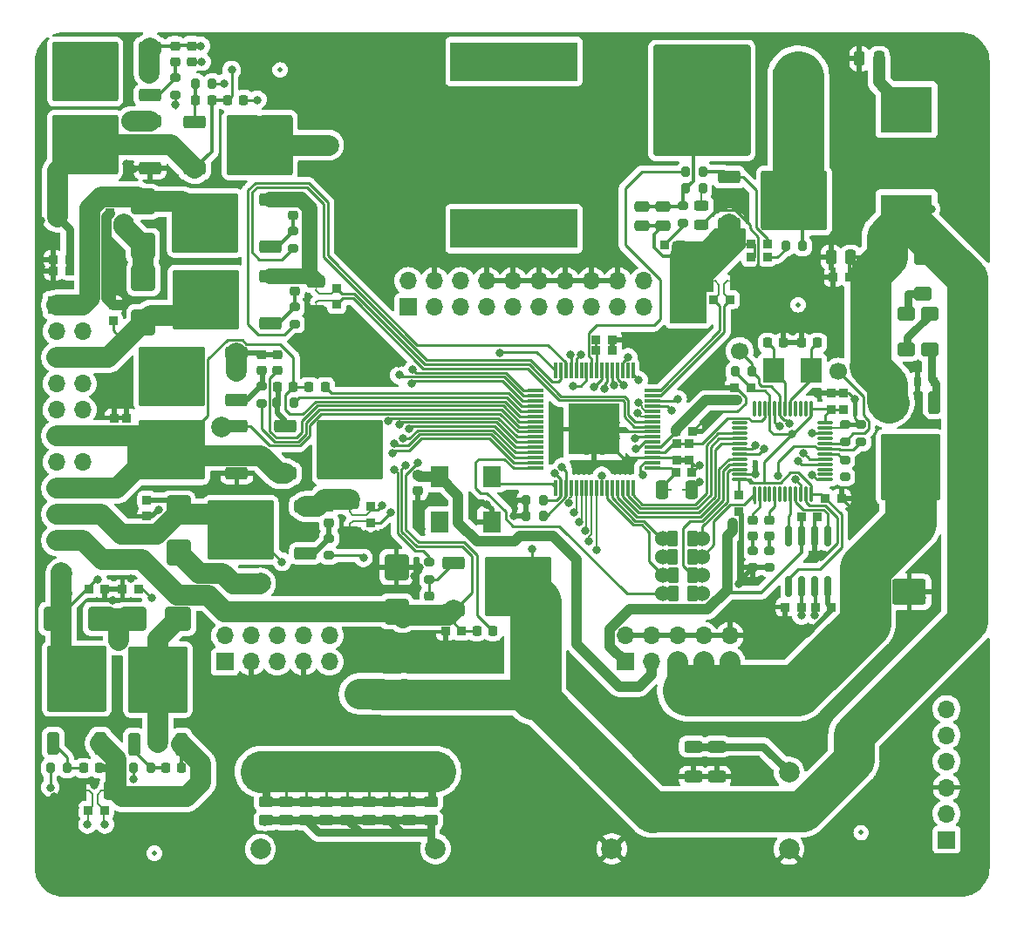
<source format=gbr>
%TF.GenerationSoftware,KiCad,Pcbnew,7.0.1*%
%TF.CreationDate,2024-06-21T04:11:25+03:00*%
%TF.ProjectId,_____ GDI,1f3b3042-3020-4474-9449-2e6b69636164,rev?*%
%TF.SameCoordinates,Original*%
%TF.FileFunction,Copper,L1,Top*%
%TF.FilePolarity,Positive*%
%FSLAX46Y46*%
G04 Gerber Fmt 4.6, Leading zero omitted, Abs format (unit mm)*
G04 Created by KiCad (PCBNEW 7.0.1) date 2024-06-21 04:11:25*
%MOMM*%
%LPD*%
G01*
G04 APERTURE LIST*
G04 Aperture macros list*
%AMRoundRect*
0 Rectangle with rounded corners*
0 $1 Rounding radius*
0 $2 $3 $4 $5 $6 $7 $8 $9 X,Y pos of 4 corners*
0 Add a 4 corners polygon primitive as box body*
4,1,4,$2,$3,$4,$5,$6,$7,$8,$9,$2,$3,0*
0 Add four circle primitives for the rounded corners*
1,1,$1+$1,$2,$3*
1,1,$1+$1,$4,$5*
1,1,$1+$1,$6,$7*
1,1,$1+$1,$8,$9*
0 Add four rect primitives between the rounded corners*
20,1,$1+$1,$2,$3,$4,$5,0*
20,1,$1+$1,$4,$5,$6,$7,0*
20,1,$1+$1,$6,$7,$8,$9,0*
20,1,$1+$1,$8,$9,$2,$3,0*%
G04 Aperture macros list end*
%TA.AperFunction,NonConductor*%
%ADD10C,0.200000*%
%TD*%
%TA.AperFunction,SMDPad,CuDef*%
%ADD11C,0.500000*%
%TD*%
%TA.AperFunction,SMDPad,CuDef*%
%ADD12RoundRect,0.250000X0.250000X0.475000X-0.250000X0.475000X-0.250000X-0.475000X0.250000X-0.475000X0*%
%TD*%
%TA.AperFunction,SMDPad,CuDef*%
%ADD13RoundRect,0.250000X0.850000X0.350000X-0.850000X0.350000X-0.850000X-0.350000X0.850000X-0.350000X0*%
%TD*%
%TA.AperFunction,SMDPad,CuDef*%
%ADD14RoundRect,0.250000X1.275000X1.125000X-1.275000X1.125000X-1.275000X-1.125000X1.275000X-1.125000X0*%
%TD*%
%TA.AperFunction,SMDPad,CuDef*%
%ADD15RoundRect,0.249997X2.950003X2.650003X-2.950003X2.650003X-2.950003X-2.650003X2.950003X-2.650003X0*%
%TD*%
%TA.AperFunction,ComponentPad*%
%ADD16C,1.700000*%
%TD*%
%TA.AperFunction,ComponentPad*%
%ADD17C,1.524000*%
%TD*%
%TA.AperFunction,SMDPad,CuDef*%
%ADD18RoundRect,0.100000X-0.400000X-0.625000X0.400000X-0.625000X0.400000X0.625000X-0.400000X0.625000X0*%
%TD*%
%TA.AperFunction,SMDPad,CuDef*%
%ADD19RoundRect,0.200000X0.200000X0.275000X-0.200000X0.275000X-0.200000X-0.275000X0.200000X-0.275000X0*%
%TD*%
%TA.AperFunction,SMDPad,CuDef*%
%ADD20RoundRect,0.085000X0.340000X-0.340000X0.340000X0.340000X-0.340000X0.340000X-0.340000X-0.340000X0*%
%TD*%
%TA.AperFunction,SMDPad,CuDef*%
%ADD21RoundRect,0.250000X0.350000X-0.850000X0.350000X0.850000X-0.350000X0.850000X-0.350000X-0.850000X0*%
%TD*%
%TA.AperFunction,SMDPad,CuDef*%
%ADD22RoundRect,0.250000X1.125000X-1.275000X1.125000X1.275000X-1.125000X1.275000X-1.125000X-1.275000X0*%
%TD*%
%TA.AperFunction,SMDPad,CuDef*%
%ADD23RoundRect,0.249997X2.650003X-2.950003X2.650003X2.950003X-2.650003X2.950003X-2.650003X-2.950003X0*%
%TD*%
%TA.AperFunction,SMDPad,CuDef*%
%ADD24RoundRect,0.230000X-0.670000X-0.345000X0.670000X-0.345000X0.670000X0.345000X-0.670000X0.345000X0*%
%TD*%
%TA.AperFunction,SMDPad,CuDef*%
%ADD25RoundRect,0.030000X-0.045000X-0.045000X0.045000X-0.045000X0.045000X0.045000X-0.045000X0.045000X0*%
%TD*%
%TA.AperFunction,SMDPad,CuDef*%
%ADD26RoundRect,0.030000X0.045000X0.045000X-0.045000X0.045000X-0.045000X-0.045000X0.045000X-0.045000X0*%
%TD*%
%TA.AperFunction,SMDPad,CuDef*%
%ADD27RoundRect,0.230000X0.670000X0.345000X-0.670000X0.345000X-0.670000X-0.345000X0.670000X-0.345000X0*%
%TD*%
%TA.AperFunction,SMDPad,CuDef*%
%ADD28RoundRect,0.250000X-0.625000X0.312500X-0.625000X-0.312500X0.625000X-0.312500X0.625000X0.312500X0*%
%TD*%
%TA.AperFunction,SMDPad,CuDef*%
%ADD29RoundRect,0.085000X0.340000X0.340000X-0.340000X0.340000X-0.340000X-0.340000X0.340000X-0.340000X0*%
%TD*%
%TA.AperFunction,SMDPad,CuDef*%
%ADD30RoundRect,0.075000X-0.075000X0.662500X-0.075000X-0.662500X0.075000X-0.662500X0.075000X0.662500X0*%
%TD*%
%TA.AperFunction,SMDPad,CuDef*%
%ADD31RoundRect,0.075000X-0.662500X0.075000X-0.662500X-0.075000X0.662500X-0.075000X0.662500X0.075000X0*%
%TD*%
%TA.AperFunction,SMDPad,CuDef*%
%ADD32RoundRect,0.230000X-0.345000X0.670000X-0.345000X-0.670000X0.345000X-0.670000X0.345000X0.670000X0*%
%TD*%
%TA.AperFunction,SMDPad,CuDef*%
%ADD33RoundRect,0.030000X-0.045000X0.045000X-0.045000X-0.045000X0.045000X-0.045000X0.045000X0.045000X0*%
%TD*%
%TA.AperFunction,SMDPad,CuDef*%
%ADD34RoundRect,0.030000X0.045000X-0.045000X0.045000X0.045000X-0.045000X0.045000X-0.045000X-0.045000X0*%
%TD*%
%TA.AperFunction,SMDPad,CuDef*%
%ADD35RoundRect,0.230000X0.345000X-0.670000X0.345000X0.670000X-0.345000X0.670000X-0.345000X-0.670000X0*%
%TD*%
%TA.AperFunction,SMDPad,CuDef*%
%ADD36RoundRect,0.225000X-0.250000X0.225000X-0.250000X-0.225000X0.250000X-0.225000X0.250000X0.225000X0*%
%TD*%
%TA.AperFunction,SMDPad,CuDef*%
%ADD37RoundRect,0.250000X0.450000X-0.262500X0.450000X0.262500X-0.450000X0.262500X-0.450000X-0.262500X0*%
%TD*%
%TA.AperFunction,SMDPad,CuDef*%
%ADD38RoundRect,0.200000X0.275000X-0.200000X0.275000X0.200000X-0.275000X0.200000X-0.275000X-0.200000X0*%
%TD*%
%TA.AperFunction,SMDPad,CuDef*%
%ADD39RoundRect,0.200000X-0.200000X-0.275000X0.200000X-0.275000X0.200000X0.275000X-0.200000X0.275000X0*%
%TD*%
%TA.AperFunction,SMDPad,CuDef*%
%ADD40RoundRect,0.085000X-0.340000X-0.340000X0.340000X-0.340000X0.340000X0.340000X-0.340000X0.340000X0*%
%TD*%
%TA.AperFunction,SMDPad,CuDef*%
%ADD41R,12.320000X3.825000*%
%TD*%
%TA.AperFunction,SMDPad,CuDef*%
%ADD42RoundRect,0.225000X0.250000X-0.225000X0.250000X0.225000X-0.250000X0.225000X-0.250000X-0.225000X0*%
%TD*%
%TA.AperFunction,SMDPad,CuDef*%
%ADD43RoundRect,0.250000X-0.600000X0.400000X-0.600000X-0.400000X0.600000X-0.400000X0.600000X0.400000X0*%
%TD*%
%TA.AperFunction,SMDPad,CuDef*%
%ADD44RoundRect,0.085000X-0.340000X0.340000X-0.340000X-0.340000X0.340000X-0.340000X0.340000X0.340000X0*%
%TD*%
%TA.AperFunction,SMDPad,CuDef*%
%ADD45RoundRect,0.250000X-0.475000X0.250000X-0.475000X-0.250000X0.475000X-0.250000X0.475000X0.250000X0*%
%TD*%
%TA.AperFunction,SMDPad,CuDef*%
%ADD46RoundRect,0.250000X0.900000X-1.000000X0.900000X1.000000X-0.900000X1.000000X-0.900000X-1.000000X0*%
%TD*%
%TA.AperFunction,SMDPad,CuDef*%
%ADD47RoundRect,0.225000X0.225000X0.250000X-0.225000X0.250000X-0.225000X-0.250000X0.225000X-0.250000X0*%
%TD*%
%TA.AperFunction,SMDPad,CuDef*%
%ADD48RoundRect,0.250000X1.000000X0.900000X-1.000000X0.900000X-1.000000X-0.900000X1.000000X-0.900000X0*%
%TD*%
%TA.AperFunction,SMDPad,CuDef*%
%ADD49RoundRect,0.250000X-0.850000X-0.350000X0.850000X-0.350000X0.850000X0.350000X-0.850000X0.350000X0*%
%TD*%
%TA.AperFunction,SMDPad,CuDef*%
%ADD50RoundRect,0.250000X-1.275000X-1.125000X1.275000X-1.125000X1.275000X1.125000X-1.275000X1.125000X0*%
%TD*%
%TA.AperFunction,SMDPad,CuDef*%
%ADD51RoundRect,0.249997X-2.950003X-2.650003X2.950003X-2.650003X2.950003X2.650003X-2.950003X2.650003X0*%
%TD*%
%TA.AperFunction,ComponentPad*%
%ADD52R,1.700000X1.700000*%
%TD*%
%TA.AperFunction,ComponentPad*%
%ADD53O,1.700000X1.700000*%
%TD*%
%TA.AperFunction,SMDPad,CuDef*%
%ADD54RoundRect,0.070000X-0.280000X-0.390000X0.280000X-0.390000X0.280000X0.390000X-0.280000X0.390000X0*%
%TD*%
%TA.AperFunction,SMDPad,CuDef*%
%ADD55RoundRect,0.250000X2.050000X0.300000X-2.050000X0.300000X-2.050000X-0.300000X2.050000X-0.300000X0*%
%TD*%
%TA.AperFunction,SMDPad,CuDef*%
%ADD56RoundRect,0.250000X2.025000X2.375000X-2.025000X2.375000X-2.025000X-2.375000X2.025000X-2.375000X0*%
%TD*%
%TA.AperFunction,SMDPad,CuDef*%
%ADD57RoundRect,0.250002X4.449998X5.149998X-4.449998X5.149998X-4.449998X-5.149998X4.449998X-5.149998X0*%
%TD*%
%TA.AperFunction,SMDPad,CuDef*%
%ADD58RoundRect,0.250000X-1.400000X-1.000000X1.400000X-1.000000X1.400000X1.000000X-1.400000X1.000000X0*%
%TD*%
%TA.AperFunction,SMDPad,CuDef*%
%ADD59R,2.000000X2.400000*%
%TD*%
%TA.AperFunction,SMDPad,CuDef*%
%ADD60RoundRect,0.200000X-0.275000X0.200000X-0.275000X-0.200000X0.275000X-0.200000X0.275000X0.200000X0*%
%TD*%
%TA.AperFunction,SMDPad,CuDef*%
%ADD61RoundRect,0.250000X-0.350000X0.850000X-0.350000X-0.850000X0.350000X-0.850000X0.350000X0.850000X0*%
%TD*%
%TA.AperFunction,SMDPad,CuDef*%
%ADD62RoundRect,0.250000X-1.125000X1.275000X-1.125000X-1.275000X1.125000X-1.275000X1.125000X1.275000X0*%
%TD*%
%TA.AperFunction,SMDPad,CuDef*%
%ADD63RoundRect,0.249997X-2.650003X2.950003X-2.650003X-2.950003X2.650003X-2.950003X2.650003X2.950003X0*%
%TD*%
%TA.AperFunction,SMDPad,CuDef*%
%ADD64RoundRect,0.075000X0.075000X-0.700000X0.075000X0.700000X-0.075000X0.700000X-0.075000X-0.700000X0*%
%TD*%
%TA.AperFunction,SMDPad,CuDef*%
%ADD65RoundRect,0.075000X0.700000X-0.075000X0.700000X0.075000X-0.700000X0.075000X-0.700000X-0.075000X0*%
%TD*%
%TA.AperFunction,ComponentPad*%
%ADD66C,1.300000*%
%TD*%
%TA.AperFunction,SMDPad,CuDef*%
%ADD67R,5.000000X5.000000*%
%TD*%
%TA.AperFunction,SMDPad,CuDef*%
%ADD68RoundRect,0.243750X0.456250X-0.243750X0.456250X0.243750X-0.456250X0.243750X-0.456250X-0.243750X0*%
%TD*%
%TA.AperFunction,SMDPad,CuDef*%
%ADD69RoundRect,0.250000X-0.900000X1.000000X-0.900000X-1.000000X0.900000X-1.000000X0.900000X1.000000X0*%
%TD*%
%TA.AperFunction,SMDPad,CuDef*%
%ADD70R,1.800000X2.000000*%
%TD*%
%TA.AperFunction,SMDPad,CuDef*%
%ADD71RoundRect,0.218750X0.256250X-0.218750X0.256250X0.218750X-0.256250X0.218750X-0.256250X-0.218750X0*%
%TD*%
%TA.AperFunction,SMDPad,CuDef*%
%ADD72RoundRect,0.150000X-0.150000X0.825000X-0.150000X-0.825000X0.150000X-0.825000X0.150000X0.825000X0*%
%TD*%
%TA.AperFunction,SMDPad,CuDef*%
%ADD73RoundRect,0.225000X-0.225000X-0.250000X0.225000X-0.250000X0.225000X0.250000X-0.225000X0.250000X0*%
%TD*%
%TA.AperFunction,SMDPad,CuDef*%
%ADD74RoundRect,0.250000X-1.000000X-0.900000X1.000000X-0.900000X1.000000X0.900000X-1.000000X0.900000X0*%
%TD*%
%TA.AperFunction,SMDPad,CuDef*%
%ADD75R,5.000000X4.500000*%
%TD*%
%TA.AperFunction,ComponentPad*%
%ADD76C,2.000000*%
%TD*%
%TA.AperFunction,ViaPad*%
%ADD77C,0.800000*%
%TD*%
%TA.AperFunction,ViaPad*%
%ADD78C,2.000000*%
%TD*%
%TA.AperFunction,Conductor*%
%ADD79C,0.250000*%
%TD*%
%TA.AperFunction,Conductor*%
%ADD80C,0.350000*%
%TD*%
%TA.AperFunction,Conductor*%
%ADD81C,0.500000*%
%TD*%
%TA.AperFunction,Conductor*%
%ADD82C,1.000000*%
%TD*%
%TA.AperFunction,Conductor*%
%ADD83C,0.200000*%
%TD*%
%TA.AperFunction,Conductor*%
%ADD84C,4.000000*%
%TD*%
%TA.AperFunction,Conductor*%
%ADD85C,2.000000*%
%TD*%
%TA.AperFunction,Conductor*%
%ADD86C,3.000000*%
%TD*%
%TA.AperFunction,Conductor*%
%ADD87C,5.000000*%
%TD*%
%TA.AperFunction,Conductor*%
%ADD88C,0.800000*%
%TD*%
%TA.AperFunction,Conductor*%
%ADD89C,1.500000*%
%TD*%
%TA.AperFunction,Conductor*%
%ADD90C,0.300000*%
%TD*%
%TA.AperFunction,Conductor*%
%ADD91C,1.200000*%
%TD*%
G04 APERTURE END LIST*
D10*
X165700000Y-69500000D02*
X162600000Y-72600000D01*
X162600000Y-73800000D01*
X161900000Y-73800000D01*
X161900000Y-76800000D01*
X158500000Y-76800000D01*
X158500000Y-70700000D01*
X158800000Y-69000000D01*
X161638828Y-69057935D01*
X162800000Y-67800000D01*
X165700000Y-67800000D01*
X165700000Y-69500000D01*
%TA.AperFunction,NonConductor*%
G36*
X165700000Y-69500000D02*
G01*
X162600000Y-72600000D01*
X162600000Y-73800000D01*
X161900000Y-73800000D01*
X161900000Y-76800000D01*
X158500000Y-76800000D01*
X158500000Y-70700000D01*
X158800000Y-69000000D01*
X161638828Y-69057935D01*
X162800000Y-67800000D01*
X165700000Y-67800000D01*
X165700000Y-69500000D01*
G37*
%TD.AperFunction*%
%TA.AperFunction,EtchedComponent*%
%TO.C,R88*%
G36*
X124175000Y-73674960D02*
G01*
X124025000Y-73674960D01*
X124025000Y-72749960D01*
X124175000Y-72749960D01*
X124175000Y-73674960D01*
G37*
%TD.AperFunction*%
%TA.AperFunction,EtchedComponent*%
G36*
X124175000Y-75869980D02*
G01*
X124025000Y-75869980D01*
X124025000Y-74944980D01*
X124175000Y-74944980D01*
X124175000Y-75869980D01*
G37*
%TD.AperFunction*%
%TA.AperFunction,EtchedComponent*%
%TO.C,R119*%
G36*
X160650040Y-93175000D02*
G01*
X159725040Y-93175000D01*
X159725040Y-93025000D01*
X160650040Y-93025000D01*
X160650040Y-93175000D01*
G37*
%TD.AperFunction*%
%TA.AperFunction,EtchedComponent*%
G36*
X158455020Y-93175000D02*
G01*
X157530020Y-93175000D01*
X157530020Y-93025000D01*
X158455020Y-93025000D01*
X158455020Y-93175000D01*
G37*
%TD.AperFunction*%
%TA.AperFunction,EtchedComponent*%
%TO.C,R90*%
G36*
X127450000Y-95199960D02*
G01*
X127300000Y-95199960D01*
X127300000Y-94274960D01*
X127450000Y-94274960D01*
X127450000Y-95199960D01*
G37*
%TD.AperFunction*%
%TA.AperFunction,EtchedComponent*%
G36*
X127450000Y-97394980D02*
G01*
X127300000Y-97394980D01*
X127300000Y-96469980D01*
X127450000Y-96469980D01*
X127450000Y-97394980D01*
G37*
%TD.AperFunction*%
%TA.AperFunction,EtchedComponent*%
%TO.C,R121*%
G36*
X162774960Y-72875000D02*
G01*
X161849960Y-72875000D01*
X161849960Y-72725000D01*
X162774960Y-72725000D01*
X162774960Y-72875000D01*
G37*
%TD.AperFunction*%
%TA.AperFunction,EtchedComponent*%
G36*
X164969980Y-72875000D02*
G01*
X164044980Y-72875000D01*
X164044980Y-72725000D01*
X164969980Y-72725000D01*
X164969980Y-72875000D01*
G37*
%TD.AperFunction*%
%TA.AperFunction,EtchedComponent*%
%TO.C,R89*%
G36*
X104205040Y-122400000D02*
G01*
X103280040Y-122400000D01*
X103280040Y-122250000D01*
X104205040Y-122250000D01*
X104205040Y-122400000D01*
G37*
%TD.AperFunction*%
%TA.AperFunction,EtchedComponent*%
G36*
X102010020Y-122400000D02*
G01*
X101085020Y-122400000D01*
X101085020Y-122250000D01*
X102010020Y-122250000D01*
X102010020Y-122400000D01*
G37*
%TD.AperFunction*%
%TD*%
D11*
%TO.P,J9,*%
%TO.N,*%
X177000000Y-126400000D03*
%TD*%
%TO.P,J8,*%
%TO.N,*%
X108400000Y-128400000D03*
%TD*%
%TO.P,J4,*%
%TO.N,*%
X170900000Y-75100000D03*
%TD*%
%TO.P,J3,*%
%TO.N,*%
X120600000Y-52300000D03*
%TD*%
D12*
%TO.P,C90,1*%
%TO.N,/+Batt_filtered*%
X178750000Y-51200000D03*
%TO.P,C90,2*%
%TO.N,GND*%
X176850000Y-51200000D03*
%TD*%
D13*
%TO.P,D15,1,A*%
%TO.N,GND*%
X116400000Y-91500000D03*
D14*
%TO.P,D15,2,K*%
%TO.N,/H3*%
X111775000Y-90745000D03*
X111775000Y-87695000D03*
D15*
X110100000Y-89220000D03*
D14*
X108425000Y-90745000D03*
X108425000Y-87695000D03*
D13*
%TO.P,D15,3,A*%
%TO.N,Net-(Q8-S)*%
X116400000Y-86940000D03*
%TD*%
D16*
%TO.P,P2,1,Pin_1*%
%TO.N,/Boot0*%
X174800000Y-81600000D03*
%TD*%
D17*
%TO.P,R115,1,1*%
%TO.N,Net-(U8-DBG)*%
X157745001Y-99600000D03*
D18*
X158700000Y-99600000D03*
%TO.P,R115,2,2*%
%TO.N,/DBG*%
X160600022Y-99600000D03*
D17*
X161555001Y-99600000D03*
%TD*%
D19*
%TO.P,R120,1*%
%TO.N,Net-(Q16-G)*%
X161625000Y-62200000D03*
%TO.P,R120,2*%
%TO.N,Net-(U8-G_LS7)*%
X159975000Y-62200000D03*
%TD*%
D20*
%TO.P,C66,1*%
%TO.N,Net-(U8-VSENSEN1)*%
X126100000Y-75089981D03*
%TO.P,C66,2*%
%TO.N,Net-(U8-VSENSEP1)*%
X126100000Y-73509979D03*
%TD*%
D21*
%TO.P,Q10,1,G*%
%TO.N,Net-(Q10-G)*%
X106455000Y-117825000D03*
D22*
%TO.P,Q10,2,D*%
%TO.N,/L3*%
X107210000Y-113200000D03*
X110260000Y-113200000D03*
D23*
X108735000Y-111525000D03*
D22*
X107210000Y-109850000D03*
X110260000Y-109850000D03*
D21*
%TO.P,Q10,3,S*%
%TO.N,/VSENSE2*%
X111015000Y-117825000D03*
%TD*%
D24*
%TO.P,R88,1,1*%
%TO.N,/VSENSE1*%
X124100000Y-72849980D03*
D25*
%TO.P,R88,2,2*%
%TO.N,Net-(U8-VSENSEP1)*%
X124100000Y-73700000D03*
D26*
%TO.P,R88,3,3*%
%TO.N,Net-(U8-VSENSEN1)*%
X124100000Y-74899980D03*
D27*
%TO.P,R88,4,4*%
%TO.N,GND*%
X124100000Y-75750000D03*
%TD*%
D21*
%TO.P,Q11,1,G*%
%TO.N,Net-(Q11-G)*%
X98595000Y-117725000D03*
D22*
%TO.P,Q11,2,D*%
%TO.N,/L4*%
X99350000Y-113100000D03*
X102400000Y-113100000D03*
D23*
X100875000Y-111425000D03*
D22*
X99350000Y-109750000D03*
X102400000Y-109750000D03*
D21*
%TO.P,Q11,3,S*%
%TO.N,/VSENSE2*%
X103155000Y-117725000D03*
%TD*%
D28*
%TO.P,R126,1*%
%TO.N,/+Batt_filtered*%
X160700000Y-118037500D03*
%TO.P,R126,2*%
%TO.N,GND*%
X160700000Y-120962500D03*
%TD*%
D19*
%TO.P,R131,1*%
%TO.N,Net-(D27-A)*%
X161625000Y-63800000D03*
%TO.P,R131,2*%
%TO.N,Vdrive*%
X159975000Y-63800000D03*
%TD*%
%TO.P,R116,1*%
%TO.N,/DRVEN*%
X146125000Y-94100000D03*
%TO.P,R116,2*%
%TO.N,GND*%
X144475000Y-94100000D03*
%TD*%
D29*
%TO.P,C73,1*%
%TO.N,GND*%
X175090001Y-93900000D03*
%TO.P,C73,2*%
%TO.N,+3.3V*%
X173509999Y-93900000D03*
%TD*%
D30*
%TO.P,U7,1,VBAT*%
%TO.N,+3.3V*%
X172130000Y-85187500D03*
%TO.P,U7,2,PC13*%
%TO.N,unconnected-(U7-PC13-Pad2)*%
X171630000Y-85187500D03*
%TO.P,U7,3,PC14*%
%TO.N,unconnected-(U7-PC14-Pad3)*%
X171130000Y-85187500D03*
%TO.P,U7,4,PC15*%
%TO.N,unconnected-(U7-PC15-Pad4)*%
X170630000Y-85187500D03*
%TO.P,U7,5,PD0*%
%TO.N,Net-(U7-PD0)*%
X170130000Y-85187500D03*
%TO.P,U7,6,PD1*%
%TO.N,Net-(U7-PD1)*%
X169630000Y-85187500D03*
%TO.P,U7,7,NRST*%
%TO.N,/nRESET*%
X169130000Y-85187500D03*
%TO.P,U7,8,VSSA*%
%TO.N,GND*%
X168630000Y-85187500D03*
%TO.P,U7,9,VDDA*%
%TO.N,+3.3V*%
X168130000Y-85187500D03*
%TO.P,U7,10,PA0*%
%TO.N,/VCC2P5*%
X167630000Y-85187500D03*
%TO.P,U7,11,PA1*%
%TO.N,unconnected-(U7-PA1-Pad11)*%
X167130000Y-85187500D03*
%TO.P,U7,12,PA2*%
%TO.N,/A1*%
X166630000Y-85187500D03*
D31*
%TO.P,U7,13,PA3*%
%TO.N,/A2*%
X165217500Y-86600000D03*
%TO.P,U7,14,PA4*%
%TO.N,/A3*%
X165217500Y-87100000D03*
%TO.P,U7,15,PA5*%
%TO.N,/SCLK*%
X165217500Y-87600000D03*
%TO.P,U7,16,PA6*%
%TO.N,/MISO*%
X165217500Y-88100000D03*
%TO.P,U7,17,PA7*%
%TO.N,/MOSI*%
X165217500Y-88600000D03*
%TO.P,U7,18,PB0*%
%TO.N,/OA_1*%
X165217500Y-89100000D03*
%TO.P,U7,19,PB1*%
%TO.N,/OA_2*%
X165217500Y-89600000D03*
%TO.P,U7,20,PB2*%
%TO.N,/CSB*%
X165217500Y-90100000D03*
%TO.P,U7,21,PB10*%
%TO.N,/FLAG_1*%
X165217500Y-90600000D03*
%TO.P,U7,22,PB11*%
%TO.N,/FLAG_2*%
X165217500Y-91100000D03*
%TO.P,U7,23,VSS*%
%TO.N,GND*%
X165217500Y-91600000D03*
%TO.P,U7,24,VDD*%
%TO.N,+3.3V*%
X165217500Y-92100000D03*
D30*
%TO.P,U7,25,PB12*%
%TO.N,/DBG*%
X166630000Y-93512500D03*
%TO.P,U7,26,PB13*%
%TO.N,Net-(D24-A)*%
X167130000Y-93512500D03*
%TO.P,U7,27,PB14*%
%TO.N,unconnected-(U7-PB14-Pad27)*%
X167630000Y-93512500D03*
%TO.P,U7,28,PB15*%
%TO.N,unconnected-(U7-PB15-Pad28)*%
X168130000Y-93512500D03*
%TO.P,U7,29,PA8*%
%TO.N,/LED_GREEN*%
X168630000Y-93512500D03*
%TO.P,U7,30,PA9*%
%TO.N,/UART_TX*%
X169130000Y-93512500D03*
%TO.P,U7,31,PA10*%
%TO.N,/UART_RX*%
X169630000Y-93512500D03*
%TO.P,U7,32,PA11*%
%TO.N,/CAN_RX*%
X170130000Y-93512500D03*
%TO.P,U7,33,PA12*%
%TO.N,/CAN_TX*%
X170630000Y-93512500D03*
%TO.P,U7,34,PA13*%
%TO.N,/SWDIO*%
X171130000Y-93512500D03*
%TO.P,U7,35,VSS*%
%TO.N,GND*%
X171630000Y-93512500D03*
%TO.P,U7,36,VDD*%
%TO.N,+3.3V*%
X172130000Y-93512500D03*
D31*
%TO.P,U7,37,PA14*%
%TO.N,/SWCLK*%
X173542500Y-92100000D03*
%TO.P,U7,38,PA15*%
%TO.N,unconnected-(U7-PA15-Pad38)*%
X173542500Y-91600000D03*
%TO.P,U7,39,PB3*%
%TO.N,/SWO*%
X173542500Y-91100000D03*
%TO.P,U7,40,PB4*%
%TO.N,/DRVEN*%
X173542500Y-90600000D03*
%TO.P,U7,41,PB5*%
%TO.N,/RESETB*%
X173542500Y-90100000D03*
%TO.P,U7,42,PB6*%
%TO.N,Net-(U7-PB6)*%
X173542500Y-89600000D03*
%TO.P,U7,43,PB7*%
%TO.N,/FLAG_0*%
X173542500Y-89100000D03*
%TO.P,U7,44,BOOT0*%
%TO.N,/Boot0*%
X173542500Y-88600000D03*
%TO.P,U7,45,PB8*%
%TO.N,unconnected-(U7-PB8-Pad45)*%
X173542500Y-88100000D03*
%TO.P,U7,46,PB9*%
%TO.N,/IRQ*%
X173542500Y-87600000D03*
%TO.P,U7,47,VSS*%
%TO.N,GND*%
X173542500Y-87100000D03*
%TO.P,U7,48,VDD*%
%TO.N,+3.3V*%
X173542500Y-86600000D03*
%TD*%
D32*
%TO.P,R119,1,1*%
%TO.N,+3.3V*%
X160550020Y-93100000D03*
D33*
%TO.P,R119,2,2*%
%TO.N,unconnected-(R119-Pad2)*%
X159700000Y-93100000D03*
D34*
%TO.P,R119,3,3*%
%TO.N,unconnected-(R119-Pad3)*%
X158500020Y-93100000D03*
D35*
%TO.P,R119,4,4*%
%TO.N,Net-(U8-VCCIO)*%
X157650000Y-93100000D03*
%TD*%
D36*
%TO.P,C62,1*%
%TO.N,Net-(Q14-S)*%
X125350000Y-94775000D03*
%TO.P,C62,2*%
%TO.N,Net-(Q14-G)*%
X125350000Y-96325000D03*
%TD*%
D37*
%TO.P,R128,1*%
%TO.N,Vdrive*%
X123150000Y-125200000D03*
%TO.P,R128,2*%
%TO.N,/Vdrive_shunt*%
X123150000Y-123375000D03*
%TD*%
D38*
%TO.P,R123,1*%
%TO.N,Net-(C93-Pad2)*%
X159700000Y-67175000D03*
%TO.P,R123,2*%
%TO.N,Vdrive*%
X159700000Y-65525000D03*
%TD*%
D39*
%TO.P,R104,1*%
%TO.N,Net-(U8-G_LS3)*%
X106405000Y-120125000D03*
%TO.P,R104,2*%
%TO.N,Net-(Q10-G)*%
X108055000Y-120125000D03*
%TD*%
D40*
%TO.P,C74,1*%
%TO.N,GND*%
X164709999Y-83150000D03*
%TO.P,C74,2*%
%TO.N,+3.3V*%
X166290001Y-83150000D03*
%TD*%
D41*
%TO.P,L2,1,1*%
%TO.N,/+Batt_filtered*%
X143300000Y-51477500D03*
%TO.P,L2,2,2*%
%TO.N,/Vdrive_coil*%
X143300000Y-67722500D03*
%TD*%
D38*
%TO.P,R101,1*%
%TO.N,Net-(U8-G_LS2)*%
X122025000Y-76975000D03*
%TO.P,R101,2*%
%TO.N,Net-(Q7-G)*%
X122025000Y-75325000D03*
%TD*%
D37*
%TO.P,R130,1*%
%TO.N,Vdrive*%
X127150000Y-125200000D03*
%TO.P,R130,2*%
%TO.N,/Vdrive_shunt*%
X127150000Y-123375000D03*
%TD*%
D42*
%TO.P,C67,1*%
%TO.N,Net-(U8-B_HS3)*%
X120350000Y-81500000D03*
%TO.P,C67,2*%
%TO.N,Net-(Q8-S)*%
X120350000Y-79950000D03*
%TD*%
D43*
%TO.P,D3,1,K*%
%TO.N,Net-(D2-A)*%
X183700000Y-75950000D03*
%TO.P,D3,2,A*%
%TO.N,Net-(D3-A)*%
X183700000Y-79450000D03*
%TD*%
D13*
%TO.P,D14,1,A*%
%TO.N,GND*%
X107975000Y-61855000D03*
D14*
%TO.P,D14,2,K*%
%TO.N,/H1*%
X103350000Y-61100000D03*
X103350000Y-58050000D03*
D15*
X101675000Y-59575000D03*
D14*
X100000000Y-61100000D03*
X100000000Y-58050000D03*
D13*
%TO.P,D14,3,A*%
%TO.N,Net-(Q4-S)*%
X107975000Y-57295000D03*
%TD*%
%TO.P,Q6,1,G*%
%TO.N,Net-(Q6-G)*%
X119625000Y-69455000D03*
D14*
%TO.P,Q6,2,D*%
%TO.N,/L1*%
X115000000Y-68700000D03*
X115000000Y-65650000D03*
D15*
X113325000Y-67175000D03*
D14*
X111650000Y-68700000D03*
X111650000Y-65650000D03*
D13*
%TO.P,Q6,3,S*%
%TO.N,/VSENSE1*%
X119625000Y-64895000D03*
%TD*%
D44*
%TO.P,C75,1*%
%TO.N,GND*%
X174080000Y-83709999D03*
%TO.P,C75,2*%
%TO.N,+3.3V*%
X174080000Y-85290001D03*
%TD*%
D20*
%TO.P,C71,1*%
%TO.N,Net-(U8-VSENSEN3)*%
X129400000Y-96290001D03*
%TO.P,C71,2*%
%TO.N,Net-(U8-VSENSEP3)*%
X129400000Y-94709999D03*
%TD*%
D40*
%TO.P,C45,1*%
%TO.N,GND*%
X136659999Y-106825000D03*
%TO.P,C45,2*%
%TO.N,/H5PUMP*%
X138240001Y-106825000D03*
%TD*%
D45*
%TO.P,C94,1*%
%TO.N,Vdrive*%
X157800000Y-65550000D03*
%TO.P,C94,2*%
%TO.N,/Vdrive_shunt*%
X157800000Y-67450000D03*
%TD*%
D28*
%TO.P,R124,1*%
%TO.N,/+Batt_filtered*%
X163000000Y-118037500D03*
%TO.P,R124,2*%
%TO.N,GND*%
X163000000Y-120962500D03*
%TD*%
D46*
%TO.P,D16,1,K*%
%TO.N,Vdrive*%
X107300000Y-69400000D03*
%TO.P,D16,2,A*%
%TO.N,/L1*%
X107300000Y-65100000D03*
%TD*%
D29*
%TO.P,C93,1*%
%TO.N,/Vdrive_shunt*%
X159490001Y-69320000D03*
%TO.P,C93,2*%
%TO.N,Net-(C93-Pad2)*%
X157909999Y-69320000D03*
%TD*%
D38*
%TO.P,R85,1*%
%TO.N,/Boot0*%
X175430000Y-88425000D03*
%TO.P,R85,2*%
%TO.N,GND*%
X175430000Y-86775000D03*
%TD*%
D29*
%TO.P,C4,1*%
%TO.N,GND*%
X172790001Y-95700000D03*
%TO.P,C4,2*%
%TO.N,+5V*%
X171209999Y-95700000D03*
%TD*%
D47*
%TO.P,C53,1*%
%TO.N,/H1*%
X113970000Y-55225000D03*
%TO.P,C53,2*%
%TO.N,Net-(Q5-G)*%
X112420000Y-55225000D03*
%TD*%
%TO.P,C68,1*%
%TO.N,Net-(U8-B_HS4)*%
X124975000Y-83100000D03*
%TO.P,C68,2*%
%TO.N,/H3*%
X123425000Y-83100000D03*
%TD*%
D24*
%TO.P,R90,1,1*%
%TO.N,Net-(Q14-S)*%
X127375000Y-94374980D03*
D25*
%TO.P,R90,2,2*%
%TO.N,Net-(U8-VSENSEP3)*%
X127375000Y-95225000D03*
D26*
%TO.P,R90,3,3*%
%TO.N,Net-(U8-VSENSEN3)*%
X127375000Y-96424980D03*
D27*
%TO.P,R90,4,4*%
%TO.N,GND*%
X127375000Y-97275000D03*
%TD*%
D37*
%TO.P,R135,1*%
%TO.N,Vdrive*%
X135200000Y-125200000D03*
%TO.P,R135,2*%
%TO.N,/Vdrive_shunt*%
X135200000Y-123375000D03*
%TD*%
D36*
%TO.P,C55,1*%
%TO.N,/VSENSE1*%
X122025000Y-72250000D03*
%TO.P,C55,2*%
%TO.N,Net-(Q7-G)*%
X122025000Y-73800000D03*
%TD*%
D20*
%TO.P,C39,1*%
%TO.N,GND*%
X104100000Y-66190001D03*
%TO.P,C39,2*%
%TO.N,/L1*%
X104100000Y-64609999D03*
%TD*%
D29*
%TO.P,C44,1*%
%TO.N,GND*%
X103590001Y-102700000D03*
%TO.P,C44,2*%
%TO.N,/L4*%
X102009999Y-102700000D03*
%TD*%
D13*
%TO.P,Q7,1,G*%
%TO.N,Net-(Q7-G)*%
X119700000Y-76880000D03*
D14*
%TO.P,Q7,2,D*%
%TO.N,/L2*%
X115075000Y-76125000D03*
X115075000Y-73075000D03*
D15*
X113400000Y-74600000D03*
D14*
X111725000Y-76125000D03*
X111725000Y-73075000D03*
D13*
%TO.P,Q7,3,S*%
%TO.N,/VSENSE1*%
X119700000Y-72320000D03*
%TD*%
D37*
%TO.P,R129,1*%
%TO.N,Vdrive*%
X125100000Y-125200000D03*
%TO.P,R129,2*%
%TO.N,/Vdrive_shunt*%
X125100000Y-123375000D03*
%TD*%
D48*
%TO.P,D19,1,K*%
%TO.N,Vdrive*%
X103205000Y-105625000D03*
%TO.P,D19,2,A*%
%TO.N,/L4*%
X98905000Y-105625000D03*
%TD*%
D37*
%TO.P,R134,1*%
%TO.N,Vdrive*%
X133150000Y-125200000D03*
%TO.P,R134,2*%
%TO.N,/Vdrive_shunt*%
X133150000Y-123375000D03*
%TD*%
D47*
%TO.P,C70,1*%
%TO.N,Net-(U8-B_HS5)*%
X141250000Y-106800000D03*
%TO.P,C70,2*%
%TO.N,/H5PUMP*%
X139700000Y-106800000D03*
%TD*%
D49*
%TO.P,Q9,1,G*%
%TO.N,Net-(Q9-G)*%
X121100000Y-86940000D03*
D50*
%TO.P,Q9,2,D*%
%TO.N,Vdrive*%
X125725000Y-87695000D03*
X125725000Y-90745000D03*
D51*
X127400000Y-89220000D03*
D50*
X129075000Y-87695000D03*
X129075000Y-90745000D03*
D49*
%TO.P,Q9,3,S*%
%TO.N,/H3*%
X121100000Y-91500000D03*
%TD*%
D37*
%TO.P,R132,1*%
%TO.N,Vdrive*%
X129200000Y-125200000D03*
%TO.P,R132,2*%
%TO.N,/Vdrive_shunt*%
X129200000Y-123375000D03*
%TD*%
D40*
%TO.P,C37,1*%
%TO.N,GND*%
X98600000Y-70750000D03*
%TO.P,C37,2*%
%TO.N,/H1*%
X100180002Y-70750000D03*
%TD*%
D29*
%TO.P,C87,1*%
%TO.N,GND*%
X160590001Y-91400000D03*
%TO.P,C87,2*%
%TO.N,Net-(U8-VCCIO)*%
X159009999Y-91400000D03*
%TD*%
D39*
%TO.P,R105,1*%
%TO.N,Net-(U8-G_LS4)*%
X98305000Y-120125000D03*
%TO.P,R105,2*%
%TO.N,Net-(Q11-G)*%
X99955000Y-120125000D03*
%TD*%
D43*
%TO.P,D1,1,K*%
%TO.N,+BATT*%
X183000000Y-70550000D03*
%TO.P,D1,2,A*%
%TO.N,Net-(D1-A)*%
X183000000Y-74050000D03*
%TD*%
D52*
%TO.P,J5,1,Pin_1*%
%TO.N,+3.3V*%
X185300000Y-127080000D03*
D53*
%TO.P,J5,2,Pin_2*%
%TO.N,/SWCLK*%
X185300000Y-124540000D03*
%TO.P,J5,3,Pin_3*%
%TO.N,GND*%
X185300000Y-122000000D03*
%TO.P,J5,4,Pin_4*%
%TO.N,/SWDIO*%
X185300000Y-119460000D03*
%TO.P,J5,5,Pin_5*%
%TO.N,/nRESET*%
X185300000Y-116920000D03*
%TO.P,J5,6,Pin_6*%
%TO.N,unconnected-(J5-Pin_6-Pad6)*%
X185300000Y-114380000D03*
%TD*%
D54*
%TO.P,R19,1*%
%TO.N,GND*%
X182500000Y-82600000D03*
%TO.P,R19,2*%
%TO.N,Net-(D3-A)*%
X184100000Y-82600000D03*
%TD*%
D55*
%TO.P,D26,1,A*%
%TO.N,/Vdrive_coil*%
X170700000Y-57800000D03*
D56*
%TO.P,D26,2,K*%
%TO.N,Vdrive*%
X163975000Y-58035000D03*
X163975000Y-52485000D03*
D57*
X161550000Y-55260000D03*
D56*
X159125000Y-58035000D03*
X159125000Y-52485000D03*
D55*
%TO.P,D26,3,A*%
%TO.N,/Vdrive_coil*%
X170700000Y-52720000D03*
%TD*%
D29*
%TO.P,C77,1*%
%TO.N,Net-(U8-VSENSEN4)*%
X164290001Y-74600000D03*
%TO.P,C77,2*%
%TO.N,Net-(U8-VSENSEP4)*%
X162709999Y-74600000D03*
%TD*%
D58*
%TO.P,D4,1,A1*%
%TO.N,Net-(D4-A1)*%
X181680000Y-96200000D03*
%TO.P,D4,2,A2*%
%TO.N,GND*%
X181680000Y-103000000D03*
%TD*%
D49*
%TO.P,Q5,1,G*%
%TO.N,Net-(Q5-G)*%
X112320000Y-57320000D03*
D50*
%TO.P,Q5,2,D*%
%TO.N,Vdrive*%
X116945000Y-58075000D03*
X116945000Y-61125000D03*
D51*
X118620000Y-59600000D03*
D50*
X120295000Y-58075000D03*
X120295000Y-61125000D03*
D49*
%TO.P,Q5,3,S*%
%TO.N,/H1*%
X112320000Y-61880000D03*
%TD*%
D37*
%TO.P,R127,1*%
%TO.N,Vdrive*%
X121200000Y-125200000D03*
%TO.P,R127,2*%
%TO.N,/Vdrive_shunt*%
X121200000Y-123375000D03*
%TD*%
D44*
%TO.P,C40,1*%
%TO.N,GND*%
X104400000Y-75109999D03*
%TO.P,C40,2*%
%TO.N,/L2*%
X104400000Y-76690001D03*
%TD*%
D38*
%TO.P,R100,1*%
%TO.N,Net-(U8-G_LS1)*%
X121900000Y-69600000D03*
%TO.P,R100,2*%
%TO.N,Net-(Q6-G)*%
X121900000Y-67950000D03*
%TD*%
D59*
%TO.P,Y3,1,1*%
%TO.N,Net-(U7-PD0)*%
X172180000Y-81500000D03*
%TO.P,Y3,2,2*%
%TO.N,Net-(U7-PD1)*%
X168480000Y-81500000D03*
%TD*%
D42*
%TO.P,C64,1*%
%TO.N,Net-(U8-B_HS1)*%
X112020000Y-51500000D03*
%TO.P,C64,2*%
%TO.N,Net-(Q4-S)*%
X112020000Y-49950000D03*
%TD*%
D17*
%TO.P,R114,1,1*%
%TO.N,Net-(U8-FLAG2)*%
X157745001Y-97800000D03*
D18*
X158700000Y-97800000D03*
%TO.P,R114,2,2*%
%TO.N,/FLAG_2*%
X160600022Y-97800000D03*
D17*
X161555001Y-97800000D03*
%TD*%
D38*
%TO.P,R98,1*%
%TO.N,Net-(U8-G_HS1)*%
X110400000Y-54725000D03*
%TO.P,R98,2*%
%TO.N,Net-(Q4-G)*%
X110400000Y-53075000D03*
%TD*%
%TO.P,R118,1*%
%TO.N,/FLAG_0*%
X177000000Y-88425000D03*
%TO.P,R118,2*%
%TO.N,GND*%
X177000000Y-86775000D03*
%TD*%
D60*
%TO.P,R86,1*%
%TO.N,Net-(D24-K)*%
X166500000Y-99000000D03*
%TO.P,R86,2*%
%TO.N,GND*%
X166500000Y-100650000D03*
%TD*%
D42*
%TO.P,C60,1*%
%TO.N,/H5PUMP*%
X135100000Y-104950000D03*
%TO.P,C60,2*%
%TO.N,Net-(Q12-G)*%
X135100000Y-103400000D03*
%TD*%
D47*
%TO.P,C65,1*%
%TO.N,Net-(U8-B_HS2)*%
X117070000Y-55225000D03*
%TO.P,C65,2*%
%TO.N,/H1*%
X115520000Y-55225000D03*
%TD*%
D16*
%TO.P,P1,1,Pin_1*%
%TO.N,/nRESET*%
X165200000Y-79600000D03*
%TD*%
D29*
%TO.P,C78,1*%
%TO.N,GND*%
X152840001Y-79550000D03*
%TO.P,C78,2*%
%TO.N,/VCCP*%
X151259999Y-79550000D03*
%TD*%
D61*
%TO.P,Q1,1,G*%
%TO.N,Net-(D3-A)*%
X184100000Y-84600000D03*
D62*
%TO.P,Q1,2,D*%
%TO.N,Net-(D4-A1)*%
X183345000Y-89225000D03*
X180295000Y-89225000D03*
D63*
X181820000Y-90900000D03*
D62*
X183345000Y-92575000D03*
X180295000Y-92575000D03*
D61*
%TO.P,Q1,3,S*%
%TO.N,+BATT*%
X179540000Y-84600000D03*
X179540000Y-84600000D03*
%TD*%
D36*
%TO.P,C54,1*%
%TO.N,/VSENSE1*%
X121900000Y-64900000D03*
%TO.P,C54,2*%
%TO.N,Net-(Q6-G)*%
X121900000Y-66450000D03*
%TD*%
D29*
%TO.P,C80,1*%
%TO.N,GND*%
X152840001Y-78500000D03*
%TO.P,C80,2*%
%TO.N,/VCCP*%
X151259999Y-78500000D03*
%TD*%
D64*
%TO.P,U8,1,CLK*%
%TO.N,/CLK*%
X147350000Y-92875000D03*
%TO.P,U8,2,DRVEN*%
%TO.N,/DRVEN*%
X147850000Y-92875000D03*
%TO.P,U8,3,RESET*%
%TO.N,/RESETB*%
X148350000Y-92875000D03*
%TO.P,U8,4,START1*%
%TO.N,/START1*%
X148850000Y-92875000D03*
%TO.P,U8,5,START2*%
%TO.N,/START2*%
X149350000Y-92875000D03*
%TO.P,U8,6,START3*%
%TO.N,/START3*%
X149850000Y-92875000D03*
%TO.P,U8,7,START4*%
%TO.N,/START4*%
X150350000Y-92875000D03*
%TO.P,U8,8,START5*%
%TO.N,/START5*%
X150850000Y-92875000D03*
%TO.P,U8,9,START6*%
%TO.N,/START6*%
X151350000Y-92875000D03*
%TO.P,U8,10,FLAG0*%
%TO.N,/FLAG_0*%
X151850000Y-92875000D03*
%TO.P,U8,11,FLAG1*%
%TO.N,Net-(U8-FLAG1)*%
X152350000Y-92875000D03*
%TO.P,U8,12,FLAG2*%
%TO.N,Net-(U8-FLAG2)*%
X152850000Y-92875000D03*
%TO.P,U8,13,CS*%
%TO.N,/CSB*%
X153350000Y-92875000D03*
%TO.P,U8,14,MOSI*%
%TO.N,/MOSI*%
X153850000Y-92875000D03*
%TO.P,U8,15,MISO*%
%TO.N,/MISO*%
X154350000Y-92875000D03*
%TO.P,U8,16,SCK*%
%TO.N,/SCLK*%
X154850000Y-92875000D03*
D65*
%TO.P,U8,17,VCCIO*%
%TO.N,Net-(U8-VCCIO)*%
X156775000Y-90950000D03*
%TO.P,U8,18,DBG*%
%TO.N,Net-(U8-DBG)*%
X156775000Y-90450000D03*
%TO.P,U8,19,DGND*%
%TO.N,GND*%
X156775000Y-89950000D03*
%TO.P,U8,20,VCC2P5*%
%TO.N,/VCC2P5*%
X156775000Y-89450000D03*
%TO.P,U8,21,VCC5*%
%TO.N,+5V*%
X156775000Y-88950000D03*
%TO.P,U8,22,OA_1*%
%TO.N,/OA_1*%
X156775000Y-88450000D03*
%TO.P,U8,23,OA_2*%
%TO.N,/OA_2*%
X156775000Y-87950000D03*
%TO.P,U8,24,AGND*%
%TO.N,GND*%
X156775000Y-87450000D03*
%TO.P,U8,25,VSENSEN1*%
%TO.N,Net-(U8-VSENSEN1)*%
X156775000Y-86950000D03*
%TO.P,U8,26,VSENSEP1*%
%TO.N,Net-(U8-VSENSEP1)*%
X156775000Y-86450000D03*
%TO.P,U8,27,VSENSEN2*%
%TO.N,Net-(U8-VSENSEN2)*%
X156775000Y-85950000D03*
%TO.P,U8,28,VSENSEP2*%
%TO.N,Net-(U8-VSENSEP2)*%
X156775000Y-85450000D03*
%TO.P,U8,29,VSENSEN3*%
%TO.N,Net-(U8-VSENSEN3)*%
X156775000Y-84950000D03*
%TO.P,U8,30,VSENSEP3*%
%TO.N,Net-(U8-VSENSEP3)*%
X156775000Y-84450000D03*
%TO.P,U8,31,VSENSEN4*%
%TO.N,Net-(U8-VSENSEN4)*%
X156775000Y-83950000D03*
%TO.P,U8,32,VSENSEP4*%
%TO.N,Net-(U8-VSENSEP4)*%
X156775000Y-83450000D03*
D64*
%TO.P,U8,33,D_LS6*%
%TO.N,/L6PUMP*%
X154850000Y-81525000D03*
%TO.P,U8,34,D_LS5*%
%TO.N,unconnected-(U8-D_LS5-Pad34)*%
X154350000Y-81525000D03*
%TO.P,U8,35,D_LS4*%
%TO.N,/L4*%
X153850000Y-81525000D03*
%TO.P,U8,36,D_LS3*%
%TO.N,/L3*%
X153350000Y-81525000D03*
%TO.P,U8,37,D_LS2*%
%TO.N,/L2*%
X152850000Y-81525000D03*
%TO.P,U8,38,D_LS1*%
%TO.N,/L1*%
X152350000Y-81525000D03*
%TO.P,U8,39,VBAT*%
%TO.N,+BATT*%
X151850000Y-81525000D03*
%TO.P,U8,40,VCCP*%
%TO.N,/VCCP*%
X151350000Y-81525000D03*
%TO.P,U8,41,G_LS7*%
%TO.N,Net-(U8-G_LS7)*%
X150850000Y-81525000D03*
%TO.P,U8,42,G_LS6*%
%TO.N,Net-(U8-G_LS6)*%
X150350000Y-81525000D03*
%TO.P,U8,43,G_LS5*%
%TO.N,unconnected-(U8-G_LS5-Pad43)*%
X149850000Y-81525000D03*
%TO.P,U8,44,G_LS4*%
%TO.N,Net-(U8-G_LS4)*%
X149350000Y-81525000D03*
%TO.P,U8,45,G_LS3*%
%TO.N,Net-(U8-G_LS3)*%
X148850000Y-81525000D03*
%TO.P,U8,46,G_LS2*%
%TO.N,Net-(U8-G_LS2)*%
X148350000Y-81525000D03*
%TO.P,U8,47,G_LS1*%
%TO.N,Net-(U8-G_LS1)*%
X147850000Y-81525000D03*
%TO.P,U8,48,VBOOST*%
%TO.N,Vdrive*%
X147350000Y-81525000D03*
D65*
%TO.P,U8,49,B_HS5*%
%TO.N,Net-(U8-B_HS5)*%
X145425000Y-83450000D03*
%TO.P,U8,50,G_HS5*%
%TO.N,Net-(U8-G_HS5)*%
X145425000Y-83950000D03*
%TO.P,U8,51,S_HS5*%
%TO.N,/H5PUMP*%
X145425000Y-84450000D03*
%TO.P,U8,52,B_HS4*%
%TO.N,Net-(U8-B_HS4)*%
X145425000Y-84950000D03*
%TO.P,U8,53,G_HS4*%
%TO.N,Net-(U8-G_HS4)*%
X145425000Y-85450000D03*
%TO.P,U8,54,S_HS4*%
%TO.N,/H3*%
X145425000Y-85950000D03*
%TO.P,U8,55,B_HS3*%
%TO.N,Net-(U8-B_HS3)*%
X145425000Y-86450000D03*
%TO.P,U8,56,G_HS3*%
%TO.N,Net-(U8-G_HS3)*%
X145425000Y-86950000D03*
%TO.P,U8,57,S_HS3*%
%TO.N,Net-(Q8-S)*%
X145425000Y-87450000D03*
%TO.P,U8,58,B_HS2*%
%TO.N,Net-(U8-B_HS2)*%
X145425000Y-87950000D03*
%TO.P,U8,59,G_HS2*%
%TO.N,Net-(U8-G_HS2)*%
X145425000Y-88450000D03*
%TO.P,U8,60,S_HS2*%
%TO.N,/H1*%
X145425000Y-88950000D03*
%TO.P,U8,61,B_HS1*%
%TO.N,Net-(U8-B_HS1)*%
X145425000Y-89450000D03*
%TO.P,U8,62,G_HS1*%
%TO.N,Net-(U8-G_HS1)*%
X145425000Y-89950000D03*
%TO.P,U8,63,S_HS1*%
%TO.N,Net-(Q4-S)*%
X145425000Y-90450000D03*
%TO.P,U8,64,IRQ*%
%TO.N,Net-(U8-IRQ)*%
X145425000Y-90950000D03*
D66*
%TO.P,U8,65,PGND*%
%TO.N,GND*%
X149576000Y-88724000D03*
X151100000Y-88724000D03*
X152624000Y-88724000D03*
X149576000Y-87200000D03*
X151100000Y-87200000D03*
D67*
X151100000Y-87200000D03*
D66*
X152624000Y-87200000D03*
X149576000Y-85676000D03*
X151100000Y-85676000D03*
X152624000Y-85676000D03*
%TD*%
D40*
%TO.P,C43,1*%
%TO.N,GND*%
X105309999Y-102700000D03*
%TO.P,C43,2*%
%TO.N,/L3*%
X106890001Y-102700000D03*
%TD*%
D37*
%TO.P,R133,1*%
%TO.N,Vdrive*%
X131200000Y-125200000D03*
%TO.P,R133,2*%
%TO.N,/Vdrive_shunt*%
X131200000Y-123375000D03*
%TD*%
D40*
%TO.P,C76,1*%
%TO.N,GND*%
X174309999Y-72420000D03*
%TO.P,C76,2*%
%TO.N,+BATT*%
X175890001Y-72420000D03*
%TD*%
D68*
%TO.P,D27,1,K*%
%TO.N,GND*%
X161500000Y-67337500D03*
%TO.P,D27,2,A*%
%TO.N,Net-(D27-A)*%
X161500000Y-65462500D03*
%TD*%
D46*
%TO.P,D20,1,K*%
%TO.N,/H5PUMP*%
X131900000Y-104900000D03*
%TO.P,D20,2,A*%
%TO.N,GND*%
X131900000Y-100600000D03*
%TD*%
D12*
%TO.P,C86,1*%
%TO.N,+BATT*%
X176000000Y-70500000D03*
%TO.P,C86,2*%
%TO.N,GND*%
X174100000Y-70500000D03*
%TD*%
D43*
%TO.P,D2,1,K*%
%TO.N,Net-(D1-A)*%
X181400000Y-75950000D03*
%TO.P,D2,2,A*%
%TO.N,Net-(D2-A)*%
X181400000Y-79450000D03*
%TD*%
D38*
%TO.P,R111,1*%
%TO.N,GND*%
X168130000Y-100650000D03*
%TO.P,R111,2*%
%TO.N,Net-(D25-K)*%
X168130000Y-99000000D03*
%TD*%
D60*
%TO.P,R106,1*%
%TO.N,Net-(U8-G_HS5)*%
X135100000Y-100150000D03*
%TO.P,R106,2*%
%TO.N,Net-(Q12-G)*%
X135100000Y-101800000D03*
%TD*%
D17*
%TO.P,R113,1,1*%
%TO.N,Net-(U8-FLAG1)*%
X157795000Y-101400000D03*
D18*
X158749999Y-101400000D03*
%TO.P,R113,2,2*%
%TO.N,/FLAG_1*%
X160650021Y-101400000D03*
D17*
X161605000Y-101400000D03*
%TD*%
D13*
%TO.P,Q8,1,G*%
%TO.N,Net-(Q8-G)*%
X116400000Y-84340000D03*
D14*
%TO.P,Q8,2,D*%
%TO.N,+BATT*%
X111775000Y-83585000D03*
X111775000Y-80535000D03*
D15*
X110100000Y-82060000D03*
D14*
X108425000Y-83585000D03*
X108425000Y-80535000D03*
D13*
%TO.P,Q8,3,S*%
%TO.N,Net-(Q8-S)*%
X116400000Y-79780000D03*
%TD*%
D69*
%TO.P,D17,1,K*%
%TO.N,Vdrive*%
X107325000Y-72525000D03*
%TO.P,D17,2,A*%
%TO.N,/L2*%
X107325000Y-76825000D03*
%TD*%
D70*
%TO.P,Y2,1,Vctrl*%
%TO.N,unconnected-(Y2-Vctrl-Pad1)*%
X136060000Y-96200000D03*
%TO.P,Y2,2,GND*%
%TO.N,GND*%
X141140000Y-96200000D03*
%TO.P,Y2,3,RFout*%
%TO.N,/CLK*%
X141140000Y-91800000D03*
%TO.P,Y2,4,VDD*%
%TO.N,+3.3V*%
X136060000Y-91800000D03*
%TD*%
D38*
%TO.P,R87,1*%
%TO.N,/DIN4*%
X175430000Y-91825000D03*
%TO.P,R87,2*%
%TO.N,Net-(U7-PB6)*%
X175430000Y-90175000D03*
%TD*%
D44*
%TO.P,C79,1*%
%TO.N,GND*%
X175330000Y-83709999D03*
%TO.P,C79,2*%
%TO.N,+3.3V*%
X175330000Y-85290001D03*
%TD*%
D42*
%TO.P,C91,1*%
%TO.N,GND*%
X134000000Y-93175000D03*
%TO.P,C91,2*%
%TO.N,+3.3V*%
X134000000Y-91625000D03*
%TD*%
D47*
%TO.P,C59,1*%
%TO.N,/VSENSE2*%
X103055000Y-120125000D03*
%TO.P,C59,2*%
%TO.N,Net-(Q11-G)*%
X101505000Y-120125000D03*
%TD*%
D40*
%TO.P,C89,1*%
%TO.N,/Vdrive_shunt*%
X166309999Y-69200000D03*
%TO.P,C89,2*%
%TO.N,Net-(Q16-G)*%
X167890001Y-69200000D03*
%TD*%
D19*
%TO.P,R103,1*%
%TO.N,Net-(U8-G_HS4)*%
X121925000Y-84600000D03*
%TO.P,R103,2*%
%TO.N,Net-(Q9-G)*%
X120275000Y-84600000D03*
%TD*%
D17*
%TO.P,R112,1,1*%
%TO.N,Net-(U8-IRQ)*%
X157790000Y-103200000D03*
D18*
X158744999Y-103200000D03*
%TO.P,R112,2,2*%
%TO.N,/IRQ*%
X160645021Y-103200000D03*
D17*
X161600000Y-103200000D03*
%TD*%
D37*
%TO.P,R125,1*%
%TO.N,Vdrive*%
X119250000Y-125200000D03*
%TO.P,R125,2*%
%TO.N,/Vdrive_shunt*%
X119250000Y-123375000D03*
%TD*%
D71*
%TO.P,D25,1,K*%
%TO.N,Net-(D25-K)*%
X168130000Y-97600000D03*
%TO.P,D25,2,A*%
%TO.N,/LED_GREEN*%
X168130000Y-96025000D03*
%TD*%
D40*
%TO.P,C2,1*%
%TO.N,GND*%
X169644999Y-104475000D03*
%TO.P,C2,2*%
%TO.N,/CAN_L*%
X171225001Y-104475000D03*
%TD*%
D47*
%TO.P,C57,1*%
%TO.N,/H3*%
X121875000Y-83100000D03*
%TO.P,C57,2*%
%TO.N,Net-(Q9-G)*%
X120325000Y-83100000D03*
%TD*%
D44*
%TO.P,C41,1*%
%TO.N,GND*%
X105700000Y-86100000D03*
%TO.P,C41,2*%
%TO.N,/H3*%
X105700000Y-87680002D03*
%TD*%
D35*
%TO.P,R121,1,1*%
%TO.N,/Vdrive_shunt*%
X161949980Y-72800000D03*
D34*
%TO.P,R121,2,2*%
%TO.N,Net-(U8-VSENSEP4)*%
X162800000Y-72800000D03*
D33*
%TO.P,R121,3,3*%
%TO.N,Net-(U8-VSENSEN4)*%
X163999980Y-72800000D03*
D32*
%TO.P,R121,4,4*%
%TO.N,GND*%
X164850000Y-72800000D03*
%TD*%
D13*
%TO.P,Q4,1,G*%
%TO.N,Net-(Q4-G)*%
X107980000Y-54750000D03*
D14*
%TO.P,Q4,2,D*%
%TO.N,+BATT*%
X103355000Y-53995000D03*
X103355000Y-50945000D03*
D15*
X101680000Y-52470000D03*
D14*
X100005000Y-53995000D03*
X100005000Y-50945000D03*
D13*
%TO.P,Q4,3,S*%
%TO.N,Net-(Q4-S)*%
X107980000Y-50190000D03*
%TD*%
D40*
%TO.P,C38,1*%
%TO.N,GND*%
X98609999Y-71800000D03*
%TO.P,C38,2*%
%TO.N,/H1*%
X100190001Y-71800000D03*
%TD*%
D19*
%TO.P,R117,1*%
%TO.N,/RESETB*%
X146125000Y-95600000D03*
%TO.P,R117,2*%
%TO.N,GND*%
X144475000Y-95600000D03*
%TD*%
D72*
%TO.P,U1,1,TXD*%
%TO.N,/CAN_TX*%
X173785000Y-97575000D03*
%TO.P,U1,2,GND*%
%TO.N,GND*%
X172515000Y-97575000D03*
%TO.P,U1,3,VCC*%
%TO.N,+5V*%
X171245000Y-97575000D03*
%TO.P,U1,4,RXD*%
%TO.N,/CAN_RX*%
X169975000Y-97575000D03*
%TO.P,U1,5,VIO*%
%TO.N,+3.3V*%
X169975000Y-102525000D03*
%TO.P,U1,6,CANL*%
%TO.N,/CAN_L*%
X171245000Y-102525000D03*
%TO.P,U1,7,CANH*%
%TO.N,/CAN_H*%
X172515000Y-102525000D03*
%TO.P,U1,8,S*%
%TO.N,GND*%
X173785000Y-102525000D03*
%TD*%
D20*
%TO.P,C84,1*%
%TO.N,GND*%
X160300000Y-90190001D03*
%TO.P,C84,2*%
%TO.N,/VCC2P5*%
X160300000Y-88609999D03*
%TD*%
D46*
%TO.P,D22,1,K*%
%TO.N,+BATT*%
X110750000Y-99200000D03*
%TO.P,D22,2,A*%
%TO.N,/L6PUMP*%
X110750000Y-94900000D03*
%TD*%
D73*
%TO.P,C50,1*%
%TO.N,Net-(U7-PD1)*%
X167930000Y-78800000D03*
%TO.P,C50,2*%
%TO.N,GND*%
X169480000Y-78800000D03*
%TD*%
D40*
%TO.P,C1,1*%
%TO.N,/CAN_H*%
X172544999Y-104475000D03*
%TO.P,C1,2*%
%TO.N,GND*%
X174125001Y-104475000D03*
%TD*%
%TO.P,C92,1*%
%TO.N,/Vdrive_shunt*%
X166309999Y-70500000D03*
%TO.P,C92,2*%
%TO.N,Net-(C92-Pad2)*%
X167890001Y-70500000D03*
%TD*%
D45*
%TO.P,C96,1*%
%TO.N,Vdrive*%
X155700000Y-65550000D03*
%TO.P,C96,2*%
%TO.N,/Vdrive_shunt*%
X155700000Y-67450000D03*
%TD*%
D36*
%TO.P,C56,1*%
%TO.N,Net-(Q8-S)*%
X118800000Y-79950000D03*
%TO.P,C56,2*%
%TO.N,Net-(Q8-G)*%
X118800000Y-81500000D03*
%TD*%
D49*
%TO.P,Q12,1,G*%
%TO.N,Net-(Q12-G)*%
X137400000Y-100200000D03*
D50*
%TO.P,Q12,2,D*%
%TO.N,+BATT*%
X142025000Y-100955000D03*
X142025000Y-104005000D03*
D51*
X143700000Y-102480000D03*
D50*
X145375000Y-100955000D03*
X145375000Y-104005000D03*
D49*
%TO.P,Q12,3,S*%
%TO.N,/H5PUMP*%
X137400000Y-104760000D03*
%TD*%
D20*
%TO.P,C72,1*%
%TO.N,GND*%
X165100000Y-95190001D03*
%TO.P,C72,2*%
%TO.N,+3.3V*%
X165100000Y-93609999D03*
%TD*%
D36*
%TO.P,C52,1*%
%TO.N,Net-(Q4-S)*%
X110400000Y-49965000D03*
%TO.P,C52,2*%
%TO.N,Net-(Q4-G)*%
X110400000Y-51515000D03*
%TD*%
D38*
%TO.P,R102,1*%
%TO.N,Net-(U8-G_HS3)*%
X118800000Y-84690000D03*
%TO.P,R102,2*%
%TO.N,Net-(Q8-G)*%
X118800000Y-83040000D03*
%TD*%
D32*
%TO.P,R89,1,1*%
%TO.N,/VSENSE2*%
X104105020Y-122325000D03*
D33*
%TO.P,R89,2,2*%
%TO.N,Net-(U8-VSENSEP2)*%
X103255000Y-122325000D03*
D34*
%TO.P,R89,3,3*%
%TO.N,Net-(U8-VSENSEN2)*%
X102055020Y-122325000D03*
D35*
%TO.P,R89,4,4*%
%TO.N,GND*%
X101205000Y-122325000D03*
%TD*%
D19*
%TO.P,R99,1*%
%TO.N,Net-(U8-G_HS2)*%
X114025000Y-53625000D03*
%TO.P,R99,2*%
%TO.N,Net-(Q5-G)*%
X112375000Y-53625000D03*
%TD*%
D38*
%TO.P,R108,1*%
%TO.N,Net-(U8-G_LS6)*%
X125350000Y-99475000D03*
%TO.P,R108,2*%
%TO.N,Net-(Q14-G)*%
X125350000Y-97825000D03*
%TD*%
D29*
%TO.P,C85,1*%
%TO.N,GND*%
X160640001Y-87400000D03*
%TO.P,C85,2*%
%TO.N,+5V*%
X159059999Y-87400000D03*
%TD*%
D71*
%TO.P,D24,1,K*%
%TO.N,Net-(D24-K)*%
X166500000Y-97600000D03*
%TO.P,D24,2,A*%
%TO.N,Net-(D24-A)*%
X166500000Y-96025000D03*
%TD*%
D20*
%TO.P,C47,1*%
%TO.N,GND*%
X107675000Y-95665001D03*
%TO.P,C47,2*%
%TO.N,/L6PUMP*%
X107675000Y-94084999D03*
%TD*%
D74*
%TO.P,D18,1,K*%
%TO.N,Vdrive*%
X106405000Y-105625000D03*
%TO.P,D18,2,A*%
%TO.N,/L3*%
X110705000Y-105625000D03*
%TD*%
D44*
%TO.P,C42,1*%
%TO.N,GND*%
X104500000Y-86109999D03*
%TO.P,C42,2*%
%TO.N,/H3*%
X104500000Y-87690001D03*
%TD*%
D49*
%TO.P,Q16,1,G*%
%TO.N,Net-(Q16-G)*%
X164200000Y-62720000D03*
D50*
%TO.P,Q16,2,D*%
%TO.N,/Vdrive_coil*%
X168825000Y-63475000D03*
X168825000Y-66525000D03*
D51*
X170500000Y-65000000D03*
D50*
X172175000Y-63475000D03*
X172175000Y-66525000D03*
D49*
%TO.P,Q16,3,S*%
%TO.N,/Vdrive_shunt*%
X164200000Y-67280000D03*
%TD*%
D47*
%TO.P,C58,1*%
%TO.N,/VSENSE2*%
X111055000Y-120125000D03*
%TO.P,C58,2*%
%TO.N,Net-(Q10-G)*%
X109505000Y-120125000D03*
%TD*%
D13*
%TO.P,Q14,1,G*%
%TO.N,Net-(Q14-G)*%
X123075000Y-99255000D03*
D14*
%TO.P,Q14,2,D*%
%TO.N,/L6PUMP*%
X118450000Y-98500000D03*
X118450000Y-95450000D03*
D15*
X116775000Y-96975000D03*
D14*
X115100000Y-98500000D03*
X115100000Y-95450000D03*
D13*
%TO.P,Q14,3,S*%
%TO.N,Net-(Q14-S)*%
X123075000Y-94695000D03*
%TD*%
D20*
%TO.P,C82,1*%
%TO.N,GND*%
X159075060Y-90190001D03*
%TO.P,C82,2*%
%TO.N,/VCC2P5*%
X159075060Y-88609999D03*
%TD*%
D39*
%TO.P,R122,1*%
%TO.N,Net-(C92-Pad2)*%
X169675000Y-69420000D03*
%TO.P,R122,2*%
%TO.N,/Vdrive_coil*%
X171325000Y-69420000D03*
%TD*%
D47*
%TO.P,C49,1*%
%TO.N,Net-(U7-PD0)*%
X172755000Y-78800000D03*
%TO.P,C49,2*%
%TO.N,GND*%
X171205000Y-78800000D03*
%TD*%
D75*
%TO.P,L1,1,1*%
%TO.N,+BATT*%
X181400000Y-66650000D03*
%TO.P,L1,2,2*%
%TO.N,/+Batt_filtered*%
X181400000Y-56150000D03*
%TD*%
D40*
%TO.P,C69,1*%
%TO.N,Net-(U8-VSENSEN2)*%
X101964999Y-124225000D03*
%TO.P,C69,2*%
%TO.N,Net-(U8-VSENSEP2)*%
X103545001Y-124225000D03*
%TD*%
D39*
%TO.P,R1,1*%
%TO.N,+3.3V*%
X164775000Y-81600000D03*
%TO.P,R1,2*%
%TO.N,/nRESET*%
X166425000Y-81600000D03*
%TD*%
D76*
%TO.P,C97,1*%
%TO.N,Vdrive*%
X118700000Y-128000000D03*
%TO.P,C97,2*%
%TO.N,/Vdrive_shunt*%
X118700000Y-120500000D03*
%TD*%
%TO.P,C88,1*%
%TO.N,/+Batt_filtered*%
X170000000Y-120500000D03*
%TO.P,C88,2*%
%TO.N,GND*%
X170000000Y-128000000D03*
%TD*%
%TO.P,C81,1*%
%TO.N,+BATT*%
X152800000Y-120450000D03*
%TO.P,C81,2*%
%TO.N,GND*%
X152800000Y-127950000D03*
%TD*%
D52*
%TO.P,J2,1,Pin_1*%
%TO.N,unconnected-(J2-Pin_1-Pad1)*%
X133060000Y-75340000D03*
D53*
%TO.P,J2,2,Pin_2*%
%TO.N,/UART_RX*%
X133060000Y-72800000D03*
%TO.P,J2,3,Pin_3*%
%TO.N,unconnected-(J2-Pin_3-Pad3)*%
X135600000Y-75340000D03*
%TO.P,J2,4,Pin_4*%
%TO.N,GND*%
X135600000Y-72800000D03*
%TO.P,J2,5,Pin_5*%
%TO.N,unconnected-(J2-Pin_5-Pad5)*%
X138140000Y-75340000D03*
%TO.P,J2,6,Pin_6*%
%TO.N,/UART_TX*%
X138140000Y-72800000D03*
%TO.P,J2,7,Pin_7*%
%TO.N,unconnected-(J2-Pin_7-Pad7)*%
X140680000Y-75340000D03*
%TO.P,J2,8,Pin_8*%
%TO.N,GND*%
X140680000Y-72800000D03*
%TO.P,J2,9,Pin_9*%
%TO.N,unconnected-(J2-Pin_9-Pad9)*%
X143220000Y-75340000D03*
%TO.P,J2,10,Pin_10*%
%TO.N,GND*%
X143220000Y-72800000D03*
%TO.P,J2,11,Pin_11*%
%TO.N,unconnected-(J2-Pin_11-Pad11)*%
X145760000Y-75340000D03*
%TO.P,J2,12,Pin_12*%
%TO.N,GND*%
X145760000Y-72800000D03*
%TO.P,J2,13,Pin_13*%
%TO.N,unconnected-(J2-Pin_13-Pad13)*%
X148300000Y-75340000D03*
%TO.P,J2,14,Pin_14*%
%TO.N,GND*%
X148300000Y-72800000D03*
%TO.P,J2,15,Pin_15*%
%TO.N,unconnected-(J2-Pin_15-Pad15)*%
X150840000Y-75340000D03*
%TO.P,J2,16,Pin_16*%
%TO.N,GND*%
X150840000Y-72800000D03*
%TO.P,J2,17,Pin_17*%
%TO.N,unconnected-(J2-Pin_17-Pad17)*%
X153380000Y-75340000D03*
%TO.P,J2,18,Pin_18*%
%TO.N,GND*%
X153380000Y-72800000D03*
%TO.P,J2,19,Pin_19*%
%TO.N,unconnected-(J2-Pin_19-Pad19)*%
X155920000Y-75340000D03*
%TO.P,J2,20,Pin_20*%
%TO.N,/OA_2*%
X155920000Y-72800000D03*
%TD*%
D52*
%TO.P,J6,1,Pin_1*%
%TO.N,/START1*%
X115240000Y-109800000D03*
D53*
%TO.P,J6,2,Pin_2*%
%TO.N,/START2*%
X115240000Y-107260000D03*
%TO.P,J6,3,Pin_3*%
%TO.N,GND*%
X117780000Y-109800000D03*
%TO.P,J6,4,Pin_4*%
%TO.N,/START3*%
X117780000Y-107260000D03*
%TO.P,J6,5,Pin_5*%
%TO.N,/START4*%
X120320000Y-109800000D03*
%TO.P,J6,6,Pin_6*%
%TO.N,/START5*%
X120320000Y-107260000D03*
%TO.P,J6,7,Pin_7*%
%TO.N,GND*%
X122860000Y-109800000D03*
%TO.P,J6,8,Pin_8*%
%TO.N,/START6*%
X122860000Y-107260000D03*
%TO.P,J6,9,Pin_9*%
%TO.N,/CAN_H*%
X125400000Y-109800000D03*
%TO.P,J6,10,Pin_10*%
%TO.N,/CAN_L*%
X125400000Y-107260000D03*
%TD*%
D52*
%TO.P,J1,1,Pin_1*%
%TO.N,/L1*%
X98900000Y-75140000D03*
D53*
%TO.P,J1,2,Pin_2*%
X101440000Y-75140000D03*
%TO.P,J1,3,Pin_3*%
%TO.N,/H1*%
X98900000Y-77680000D03*
%TO.P,J1,4,Pin_4*%
X101440000Y-77680000D03*
%TO.P,J1,5,Pin_5*%
%TO.N,/L2*%
X98900000Y-80220000D03*
%TO.P,J1,6,Pin_6*%
X101440000Y-80220000D03*
%TO.P,J1,7,Pin_7*%
%TO.N,/H1*%
X98900000Y-82760000D03*
%TO.P,J1,8,Pin_8*%
X101440000Y-82760000D03*
%TO.P,J1,9,Pin_9*%
%TO.N,/L3*%
X98900000Y-85300000D03*
%TO.P,J1,10,Pin_10*%
X101440000Y-85300000D03*
%TO.P,J1,11,Pin_11*%
%TO.N,/H3*%
X98900000Y-87840000D03*
%TO.P,J1,12,Pin_12*%
X101440000Y-87840000D03*
%TO.P,J1,13,Pin_13*%
%TO.N,/L4*%
X98900000Y-90380000D03*
%TO.P,J1,14,Pin_14*%
X101440000Y-90380000D03*
%TO.P,J1,15,Pin_15*%
%TO.N,/H3*%
X98900000Y-92920000D03*
%TO.P,J1,16,Pin_16*%
X101440000Y-92920000D03*
%TO.P,J1,17,Pin_17*%
%TO.N,/L6PUMP*%
X98900000Y-95460000D03*
%TO.P,J1,18,Pin_18*%
X101440000Y-95460000D03*
%TO.P,J1,19,Pin_19*%
%TO.N,/H5PUMP*%
X98900000Y-98000000D03*
%TO.P,J1,20,Pin_20*%
X101440000Y-98000000D03*
%TD*%
D52*
%TO.P,J7,1,Pin_1*%
%TO.N,+5V*%
X154100000Y-109800000D03*
D53*
%TO.P,J7,2,Pin_2*%
%TO.N,GND*%
X154100000Y-107260000D03*
%TO.P,J7,3,Pin_3*%
%TO.N,+3.3V*%
X156640000Y-109800000D03*
%TO.P,J7,4,Pin_4*%
%TO.N,GND*%
X156640000Y-107260000D03*
%TO.P,J7,5,Pin_5*%
%TO.N,Net-(D4-A1)*%
X159180000Y-109800000D03*
%TO.P,J7,6,Pin_6*%
%TO.N,GND*%
X159180000Y-107260000D03*
%TO.P,J7,7,Pin_7*%
%TO.N,Net-(D4-A1)*%
X161720000Y-109800000D03*
%TO.P,J7,8,Pin_8*%
%TO.N,GND*%
X161720000Y-107260000D03*
%TO.P,J7,9,Pin_9*%
%TO.N,Net-(D4-A1)*%
X164260000Y-109800000D03*
%TO.P,J7,10,Pin_10*%
%TO.N,GND*%
X164260000Y-107260000D03*
%TD*%
D76*
%TO.P,C95,1*%
%TO.N,Vdrive*%
X135700000Y-127950000D03*
%TO.P,C95,2*%
%TO.N,/Vdrive_shunt*%
X135700000Y-120450000D03*
%TD*%
D77*
%TO.N,GND*%
X97400000Y-71400000D03*
X119700000Y-112700000D03*
X143300000Y-94400000D03*
X139900000Y-108300000D03*
X133600000Y-102400000D03*
X117100000Y-93000000D03*
X115000000Y-49900000D03*
X106100000Y-101700000D03*
X134300000Y-96900000D03*
X97400000Y-69800000D03*
X104300000Y-103800000D03*
X183800000Y-86700000D03*
X97400000Y-66900000D03*
X176400000Y-84300000D03*
X176200000Y-97100000D03*
X161300000Y-90700000D03*
X97400000Y-68500000D03*
X132400000Y-69400000D03*
X129900000Y-97400000D03*
X98700000Y-122900000D03*
X131200000Y-69400000D03*
X182900000Y-103600000D03*
X180700000Y-102300000D03*
X116900000Y-51300000D03*
X143300000Y-95600000D03*
X118000000Y-93000000D03*
X127600000Y-77400000D03*
X181800000Y-102300000D03*
X104900000Y-83300000D03*
X105700000Y-61400000D03*
X102600000Y-121800000D03*
X166700000Y-91600000D03*
X167500000Y-73400000D03*
X169100000Y-86900000D03*
X115000000Y-51200000D03*
X116800000Y-112700000D03*
X138800000Y-108300000D03*
X166300000Y-71900000D03*
X105900000Y-83400000D03*
X180700000Y-103600000D03*
X132100000Y-80800000D03*
X105700000Y-62500000D03*
X118200000Y-112700000D03*
X105400000Y-75100000D03*
X121400000Y-112700000D03*
X130900000Y-97400000D03*
X134100000Y-100600000D03*
X126300000Y-77400000D03*
X158800000Y-78300000D03*
X167500000Y-72400000D03*
X128900000Y-97400000D03*
X98700000Y-124000000D03*
X157100000Y-81300000D03*
X130900000Y-80800000D03*
X100700000Y-124000000D03*
X129300000Y-69400000D03*
X157100000Y-79900000D03*
X165100000Y-77700000D03*
X166300000Y-72900000D03*
X165100000Y-102200000D03*
X166200000Y-77700000D03*
X171400000Y-107200000D03*
X106400000Y-61900000D03*
X116200000Y-93000000D03*
X133600000Y-101500000D03*
X114400000Y-63100000D03*
X123000000Y-112700000D03*
X114400000Y-61800000D03*
X173100000Y-99600000D03*
X108800000Y-95000000D03*
X182800000Y-102300000D03*
X181800000Y-103600000D03*
X177300000Y-95900000D03*
X125100000Y-77400000D03*
X133700000Y-69400000D03*
X166300000Y-73900000D03*
X140700000Y-94500000D03*
D78*
%TO.N,+BATT*%
X116000000Y-102160500D03*
X128300000Y-112900000D03*
D77*
X183100000Y-66600000D03*
X111400000Y-79800000D03*
X99400000Y-54700000D03*
X111000000Y-80900000D03*
X110300000Y-79700000D03*
X101900000Y-53800000D03*
X183100000Y-68100000D03*
D78*
X118700000Y-102160000D03*
D77*
X108600000Y-80900000D03*
X100800000Y-53800000D03*
X103500000Y-54700000D03*
X181300000Y-65000000D03*
X103000000Y-53800000D03*
X109800000Y-80900000D03*
X102400000Y-54700000D03*
D78*
X132600000Y-112900000D03*
D77*
X183800000Y-65800000D03*
X181300000Y-66600000D03*
X145100000Y-98800000D03*
D78*
X130400000Y-112900000D03*
D77*
X109100000Y-79800000D03*
X101400000Y-54700000D03*
X151044975Y-83100000D03*
X108000000Y-79800000D03*
X183800000Y-67400000D03*
X183100000Y-65000000D03*
X100400000Y-54700000D03*
X181400000Y-68100000D03*
X99800000Y-53800000D03*
%TO.N,+5V*%
X164500000Y-96300000D03*
X165000000Y-84400000D03*
X164500000Y-97100000D03*
%TO.N,+3.3V*%
X161325500Y-92300000D03*
X170300000Y-87700000D03*
%TO.N,Net-(Q4-S)*%
X112900000Y-49950000D03*
X131483419Y-89526542D03*
D78*
X106200000Y-57300000D03*
X107900000Y-52600000D03*
%TO.N,/H1*%
X99000000Y-66600000D03*
D77*
X115900000Y-52300000D03*
D78*
X99000000Y-64500000D03*
D77*
X133140862Y-87174500D03*
D78*
%TO.N,Net-(Q8-S)*%
X114900000Y-87000000D03*
X116400000Y-81600000D03*
D77*
%TO.N,/H5PUMP*%
X133400000Y-82774500D03*
X132774500Y-90695300D03*
%TO.N,Net-(U8-B_HS1)*%
X113000000Y-51500000D03*
X132518168Y-88124000D03*
%TO.N,Net-(U8-B_HS2)*%
X131125230Y-86374499D03*
X118400000Y-55200000D03*
%TO.N,Net-(U8-B_HS5)*%
X134000000Y-90500000D03*
X133500000Y-81425500D03*
%TO.N,/+Batt_filtered*%
X145700000Y-50700000D03*
X139200000Y-51800000D03*
X145800000Y-51900000D03*
X139200000Y-50700000D03*
X144200000Y-50700000D03*
X144200000Y-51900000D03*
X182800000Y-54600000D03*
X182800000Y-55900000D03*
X179700000Y-54600000D03*
X140400000Y-50700000D03*
X182700000Y-57300000D03*
X179700000Y-57300000D03*
X181300000Y-54700000D03*
X140400000Y-51800000D03*
X181200000Y-57300000D03*
X141600000Y-51900000D03*
X147100000Y-50700000D03*
X141600000Y-50700000D03*
X181300000Y-55900000D03*
X179700000Y-55900000D03*
X147100000Y-52000000D03*
%TO.N,Vdrive*%
X157900000Y-59800000D03*
X157700000Y-56900000D03*
X126000000Y-91600000D03*
X164800000Y-58400000D03*
X159200000Y-58400000D03*
D78*
X104900000Y-107600000D03*
D77*
X157800000Y-58400000D03*
X161900000Y-59800000D03*
X161900000Y-56800000D03*
X159300000Y-56800000D03*
X163300000Y-58400000D03*
X125500000Y-90600000D03*
X127100000Y-91600000D03*
X160600000Y-58400000D03*
X141900000Y-79825500D03*
X128800000Y-90600000D03*
X160600000Y-59800000D03*
X159200000Y-59800000D03*
D78*
X123200000Y-59600000D03*
D77*
X160700000Y-56800000D03*
X128200000Y-91600000D03*
X126600000Y-90600000D03*
X163300000Y-56800000D03*
X164800000Y-59800000D03*
X164800000Y-56800000D03*
X127600000Y-90600000D03*
X129500000Y-91600000D03*
D78*
X125300000Y-59600000D03*
D77*
X161900000Y-58400000D03*
X124900000Y-91600000D03*
D78*
X105403984Y-67301187D03*
D77*
X163300000Y-59800000D03*
%TO.N,/Vdrive_shunt*%
X160800000Y-73400000D03*
X159700000Y-72300000D03*
X159700000Y-75600000D03*
X159700000Y-73400000D03*
X159700000Y-74500000D03*
X160800000Y-75600000D03*
X159700000Y-71200000D03*
X160800000Y-72400000D03*
X160800000Y-71200000D03*
X160800000Y-74500000D03*
%TO.N,/L1*%
X152108035Y-83225500D03*
%TO.N,/L2*%
X105475000Y-78675000D03*
X153000000Y-82900000D03*
D78*
%TO.N,/L3*%
X108700000Y-117600000D03*
X108700000Y-115300000D03*
D77*
X108109787Y-103609787D03*
X153949494Y-82896617D03*
D78*
%TO.N,/L4*%
X99400000Y-101200000D03*
D77*
X102909999Y-101800000D03*
D78*
X99400000Y-103200000D03*
D77*
X154400000Y-80200000D03*
%TO.N,/L6PUMP*%
X155400000Y-82400000D03*
X120800000Y-100074500D03*
%TO.N,/Vdrive_coil*%
X144400000Y-66500000D03*
X170700000Y-66900000D03*
X139700000Y-66500000D03*
X146000000Y-66500000D03*
X169300000Y-64300000D03*
X168000000Y-64200000D03*
X146100000Y-67700000D03*
X142900000Y-66500000D03*
X173000000Y-63000000D03*
X173000000Y-66900000D03*
X169300000Y-66900000D03*
X139700000Y-67700000D03*
X138200000Y-67800000D03*
X173000000Y-65500000D03*
X141200000Y-66500000D03*
X168000000Y-66900000D03*
X144400000Y-67700000D03*
X168000000Y-62900000D03*
X170700000Y-65500000D03*
X141300000Y-67700000D03*
X147400000Y-66500000D03*
X142900000Y-67700000D03*
X169300000Y-65500000D03*
X170800000Y-64300000D03*
X170800000Y-62900000D03*
X168000000Y-65400000D03*
X173000000Y-64200000D03*
X169300000Y-62900000D03*
X138200000Y-66500000D03*
%TO.N,/SWDIO*%
X170600000Y-92100000D03*
%TO.N,/SWCLK*%
X172255500Y-91643793D03*
%TO.N,/nRESET*%
X170045459Y-86681835D03*
%TO.N,Net-(U8-G_HS1)*%
X110400000Y-55700000D03*
X131697456Y-88601480D03*
%TO.N,Net-(U8-G_HS2)*%
X115200000Y-53600000D03*
X132221152Y-86774500D03*
%TO.N,Net-(U8-G_LS3)*%
X106405000Y-121200000D03*
X148765144Y-79999500D03*
%TO.N,Net-(U8-G_LS4)*%
X98300000Y-122000000D03*
X149765805Y-79919693D03*
%TO.N,Net-(U8-G_HS5)*%
X131700000Y-91100000D03*
X132188312Y-81948895D03*
%TO.N,Net-(U8-G_LS6)*%
X149000000Y-83000000D03*
X128700000Y-99700500D03*
%TO.N,/DRVEN*%
X170868375Y-90286220D03*
X147222488Y-91477512D03*
%TO.N,/RESETB*%
X171400000Y-89499500D03*
X147954246Y-90872463D03*
%TO.N,/FLAG_0*%
X168900000Y-91700000D03*
X151849497Y-91716957D03*
%TO.N,/START1*%
X148657275Y-94357275D03*
%TO.N,/START2*%
X149100000Y-95300000D03*
%TO.N,/START3*%
X149600000Y-96226892D03*
%TO.N,/START4*%
X150200000Y-97100000D03*
%TO.N,/START5*%
X150600000Y-98100000D03*
%TO.N,/START6*%
X151300000Y-98900000D03*
%TO.N,/CAN_L*%
X171200000Y-105300000D03*
%TO.N,/CAN_H*%
X172500000Y-105300000D03*
%TO.N,/OA_1*%
X166700000Y-88800000D03*
X155100000Y-89100000D03*
%TO.N,/OA_2*%
X167600777Y-89100259D03*
X155049500Y-88100000D03*
%TO.N,/IRQ*%
X172200000Y-87600000D03*
%TO.N,Net-(U8-VSENSEN2)*%
X155335924Y-85664076D03*
X101900000Y-125600000D03*
%TO.N,Net-(U8-VSENSEP2)*%
X155389059Y-84600000D03*
X103600000Y-125600000D03*
%TO.N,Net-(U8-VSENSEN3)*%
X158600000Y-85400000D03*
X131305176Y-95274500D03*
%TO.N,Net-(U8-VSENSEP3)*%
X159200000Y-84300000D03*
X130500000Y-94600000D03*
%TO.N,Net-(U8-DBG)*%
X155849156Y-91636104D03*
%TD*%
D79*
%TO.N,Net-(U8-IRQ)*%
X154300000Y-103200000D02*
X157790000Y-103200000D01*
X147700000Y-96600000D02*
X154300000Y-103200000D01*
X143200000Y-96600000D02*
X147700000Y-96600000D01*
X142500000Y-95900000D02*
X143200000Y-96600000D01*
X142500000Y-95200000D02*
X142500000Y-95900000D01*
X140700000Y-93400000D02*
X142500000Y-95200000D01*
X139600000Y-92900000D02*
X140100000Y-93400000D01*
X142377454Y-90100000D02*
X139900000Y-90100000D01*
X140100000Y-93400000D02*
X140700000Y-93400000D01*
X139900000Y-90100000D02*
X139600000Y-90400000D01*
X143277454Y-91000000D02*
X142377454Y-90100000D01*
X145375000Y-91000000D02*
X143277454Y-91000000D01*
X139600000Y-90400000D02*
X139600000Y-92900000D01*
X145425000Y-90950000D02*
X145375000Y-91000000D01*
%TO.N,Net-(Q4-S)*%
X140943140Y-88100000D02*
X143293140Y-90450000D01*
X143293140Y-90450000D02*
X145425000Y-90450000D01*
X134301329Y-88100000D02*
X140943140Y-88100000D01*
X133101329Y-89300000D02*
X134301329Y-88100000D01*
X131709961Y-89300000D02*
X133101329Y-89300000D01*
X131483419Y-89526542D02*
X131709961Y-89300000D01*
%TO.N,Net-(U8-G_HS1)*%
X143358826Y-89950000D02*
X145425000Y-89950000D01*
X141108826Y-87700000D02*
X143358826Y-89950000D01*
X133035643Y-88800000D02*
X134135643Y-87700000D01*
X131895976Y-88800000D02*
X133035643Y-88800000D01*
X134135643Y-87700000D02*
X141108826Y-87700000D01*
X131697456Y-88601480D02*
X131895976Y-88800000D01*
D80*
%TO.N,/Vdrive_shunt*%
X157730171Y-70400000D02*
X158410001Y-70400000D01*
D81*
%TO.N,GND*%
X171400000Y-107200000D02*
X171731371Y-107200000D01*
D79*
X161500000Y-67337500D02*
X162937500Y-65900000D01*
D82*
X104400000Y-75109999D02*
X103753984Y-74463983D01*
D79*
X174700000Y-98236041D02*
X173336041Y-99600000D01*
X160809999Y-90700000D02*
X160300000Y-90190001D01*
X175809999Y-83709999D02*
X175330000Y-83709999D01*
D81*
X134000000Y-93175000D02*
X134000000Y-96600000D01*
X107675000Y-95665001D02*
X108134999Y-95665001D01*
D83*
X173542500Y-87100000D02*
X175105000Y-87100000D01*
D79*
X177000000Y-86775000D02*
X175430000Y-86775000D01*
X176400000Y-84300000D02*
X176400000Y-86175000D01*
X143300000Y-94400000D02*
X143600000Y-94100000D01*
D81*
X165100000Y-95190001D02*
X165400000Y-95490001D01*
D79*
X165800000Y-84696016D02*
X164996016Y-85500000D01*
X167009999Y-68509999D02*
X167009999Y-71190001D01*
X143600000Y-94100000D02*
X144475000Y-94100000D01*
D81*
X165100000Y-102200000D02*
X165100000Y-102050000D01*
D80*
X172515000Y-97575000D02*
X172515000Y-95875001D01*
D79*
X152849000Y-87425000D02*
X152624000Y-87200000D01*
D81*
X165400000Y-95490001D02*
X165400000Y-101900000D01*
D79*
X182500000Y-85400000D02*
X183800000Y-86700000D01*
X164762462Y-65900000D02*
X166200000Y-67337538D01*
D82*
X104409999Y-75100000D02*
X104400000Y-75109999D01*
D79*
X158835059Y-89950000D02*
X159075060Y-90190001D01*
D81*
X141140000Y-96200000D02*
X141140000Y-94940000D01*
D79*
X176400000Y-84300000D02*
X175809999Y-83709999D01*
X182500000Y-82600000D02*
X182500000Y-85400000D01*
X171985025Y-94600000D02*
X173544804Y-94600000D01*
X164996016Y-85500000D02*
X162540001Y-85500000D01*
D80*
X172515000Y-95875001D02*
X172790001Y-95600000D01*
D79*
X160200000Y-90190001D02*
X160590001Y-90580002D01*
X159335059Y-90190001D02*
X160200000Y-90190001D01*
X156775000Y-89950000D02*
X158835059Y-89950000D01*
X156775000Y-89950000D02*
X153850000Y-89950000D01*
X156750000Y-87425000D02*
X152849000Y-87425000D01*
X173336041Y-99600000D02*
X173100000Y-99600000D01*
D81*
X165400000Y-101900000D02*
X165100000Y-102200000D01*
D79*
X176400000Y-86175000D02*
X177000000Y-86775000D01*
X161300000Y-90700000D02*
X161290001Y-90700000D01*
X162937500Y-65900000D02*
X164762462Y-65900000D01*
X159075060Y-90450000D02*
X159335059Y-90190001D01*
D81*
X165100000Y-102050000D02*
X166500000Y-100650000D01*
D79*
X161300000Y-90700000D02*
X160809999Y-90700000D01*
D81*
X166600000Y-91600000D02*
X166700000Y-91600000D01*
D79*
X167009999Y-71190001D02*
X166300000Y-71900000D01*
X176200000Y-95009999D02*
X176200000Y-97100000D01*
D82*
X103753984Y-66617735D02*
X104100000Y-66271719D01*
D80*
X172515000Y-99015000D02*
X173100000Y-99600000D01*
D79*
X171630000Y-93512500D02*
X171630000Y-94244975D01*
X162540001Y-85500000D02*
X160640001Y-87400000D01*
X153850000Y-89950000D02*
X151100000Y-87200000D01*
X175090001Y-93900000D02*
X176200000Y-95009999D01*
D81*
X171731371Y-107200000D02*
X174125001Y-104806370D01*
D79*
X174080000Y-83709999D02*
X175330000Y-83709999D01*
D81*
X173785000Y-102525000D02*
X173785000Y-104134999D01*
D79*
X171630000Y-94244975D02*
X171985025Y-94600000D01*
X169100000Y-86900000D02*
X168900000Y-86800000D01*
X160590001Y-90580002D02*
X160590001Y-91400000D01*
X161290001Y-90700000D02*
X160590001Y-91400000D01*
X164846016Y-83150000D02*
X165800000Y-84103984D01*
X143300000Y-95600000D02*
X144475000Y-95600000D01*
X164709999Y-83150000D02*
X164846016Y-83150000D01*
X166200000Y-67700000D02*
X167009999Y-68509999D01*
X165217500Y-91600000D02*
X166700000Y-91600000D01*
D83*
X175105000Y-87100000D02*
X175430000Y-86775000D01*
D81*
X173785000Y-104134999D02*
X174125001Y-104475000D01*
D80*
X172515000Y-97575000D02*
X172515000Y-99015000D01*
D82*
X104100000Y-66271719D02*
X104100000Y-66259999D01*
D79*
X174700000Y-95755196D02*
X174700000Y-98236041D01*
X173544804Y-94600000D02*
X174700000Y-95755196D01*
X156775000Y-87450000D02*
X156750000Y-87425000D01*
D81*
X166500000Y-100650000D02*
X168130000Y-100650000D01*
X174125001Y-104806370D02*
X174125001Y-104475000D01*
D79*
X156775000Y-87450000D02*
X156650000Y-87450000D01*
X166200000Y-67337538D02*
X166200000Y-67700000D01*
D82*
X105400000Y-75100000D02*
X104409999Y-75100000D01*
D79*
X165800000Y-84103984D02*
X165800000Y-84696016D01*
X168630000Y-85187500D02*
X168630000Y-86530000D01*
D81*
X141140000Y-94940000D02*
X140700000Y-94500000D01*
D79*
X168630000Y-86530000D02*
X169100000Y-86900000D01*
D81*
X108134999Y-95665001D02*
X108800000Y-95000000D01*
D82*
X103753984Y-74463983D02*
X103753984Y-66617735D01*
D81*
X134000000Y-96600000D02*
X134300000Y-96900000D01*
D84*
%TO.N,+BATT*%
X171311880Y-124350000D02*
X176300000Y-119361880D01*
D85*
X112725000Y-101175000D02*
X110750000Y-99200000D01*
D80*
X175890001Y-72420000D02*
X175890001Y-70609999D01*
D79*
X151850000Y-82350000D02*
X151850000Y-81525000D01*
D85*
X116000000Y-102160500D02*
X115014500Y-101175000D01*
X115014500Y-101175000D02*
X112725000Y-101175000D01*
D86*
X130400000Y-112900000D02*
X130550000Y-112975000D01*
D80*
X175890001Y-70609999D02*
X176000000Y-70500000D01*
D87*
X145375000Y-104005000D02*
X145375000Y-112975000D01*
D84*
X179528405Y-82828405D02*
X179528405Y-84428405D01*
D88*
X183000000Y-68200000D02*
X183100000Y-68100000D01*
D84*
X179528405Y-84428405D02*
X179700000Y-84600000D01*
X152800000Y-120450000D02*
X151750000Y-119400000D01*
D85*
X101680000Y-52470000D02*
X101900000Y-53800000D01*
D84*
X179528405Y-68521595D02*
X181400000Y-66650000D01*
D86*
X130700000Y-112975000D02*
X128300000Y-112900000D01*
D79*
X151044975Y-83100000D02*
X151100000Y-83100000D01*
D85*
X99800000Y-53800000D02*
X101680000Y-52480000D01*
D84*
X187300000Y-105900000D02*
X187300000Y-72550000D01*
D80*
X176000000Y-70500000D02*
X179528405Y-70500000D01*
D84*
X177800000Y-81100000D02*
X179528405Y-82828405D01*
D88*
X183000000Y-70550000D02*
X183000000Y-68200000D01*
D86*
X132675000Y-112975000D02*
X132600000Y-112900000D01*
D84*
X156800000Y-124350000D02*
X171311880Y-124350000D01*
D79*
X145100000Y-100680000D02*
X145375000Y-100955000D01*
D80*
X179528405Y-70500000D02*
X177608405Y-72420000D01*
D86*
X128300000Y-112900000D02*
X130400000Y-112900000D01*
D84*
X179528405Y-70500000D02*
X179528405Y-68521595D01*
X176300000Y-116900000D02*
X187300000Y-105900000D01*
X152800000Y-120450000D02*
X156750000Y-124400000D01*
D86*
X132525000Y-112975000D02*
X130700000Y-112975000D01*
D79*
X151100000Y-83100000D02*
X151850000Y-82350000D01*
D80*
X177608405Y-72420000D02*
X175890001Y-72420000D01*
D84*
X156750000Y-124400000D02*
X156800000Y-124350000D01*
D86*
X130550000Y-112975000D02*
X130625000Y-112975000D01*
X132600000Y-112900000D02*
X132525000Y-112975000D01*
D85*
X116000000Y-102160500D02*
X116039500Y-102200000D01*
X101900000Y-53800000D02*
X100800000Y-53800000D01*
D84*
X145375000Y-112975000D02*
X152800000Y-120400000D01*
X179528405Y-70500000D02*
X177900000Y-72128405D01*
D79*
X145100000Y-98800000D02*
X145100000Y-100680000D01*
D84*
X187300000Y-72550000D02*
X181400000Y-66650000D01*
X176300000Y-119361880D02*
X176300000Y-116900000D01*
X177900000Y-81000000D02*
X177800000Y-81100000D01*
D85*
X116039500Y-102200000D02*
X118660000Y-102200000D01*
X118660000Y-102200000D02*
X118700000Y-102160000D01*
X100800000Y-53800000D02*
X99800000Y-53800000D01*
D84*
X177900000Y-72128405D02*
X177900000Y-81000000D01*
D85*
X144900000Y-104545000D02*
X144875000Y-104520000D01*
D86*
X145375000Y-112975000D02*
X132675000Y-112975000D01*
D82*
%TO.N,+5V*%
X164000000Y-97600000D02*
X164500000Y-97100000D01*
D80*
X171245000Y-95635001D02*
X171209999Y-95600000D01*
D82*
X154100000Y-109800000D02*
X152600000Y-108300000D01*
D80*
X171245000Y-97575000D02*
X171245000Y-95635001D01*
D82*
X154538679Y-104700000D02*
X162096870Y-104700000D01*
X164000000Y-102796870D02*
X164000000Y-102000000D01*
D80*
X163748435Y-103048435D02*
X163748435Y-102251565D01*
D82*
X161920554Y-84400000D02*
X159059999Y-87260555D01*
D79*
X157545942Y-88950000D02*
X156775000Y-88950000D01*
X159059999Y-87450000D02*
X159045942Y-87450000D01*
D80*
X163748435Y-102251565D02*
X164000000Y-102000000D01*
D82*
X164500000Y-97100000D02*
X164500000Y-96300000D01*
D80*
X167351565Y-103048435D02*
X163748435Y-103048435D01*
D82*
X164000000Y-102000000D02*
X164000000Y-97600000D01*
X159059999Y-87260555D02*
X159059999Y-87400000D01*
D80*
X171245000Y-97575000D02*
X171245000Y-99155000D01*
D82*
X152600000Y-106638679D02*
X154538679Y-104700000D01*
D79*
X159045942Y-87450000D02*
X157545942Y-88950000D01*
D80*
X171245000Y-99155000D02*
X167351565Y-103048435D01*
D82*
X152600000Y-108300000D02*
X152600000Y-106638679D01*
X162096870Y-104700000D02*
X164000000Y-102796870D01*
X165000000Y-84400000D02*
X161920554Y-84400000D01*
D79*
%TO.N,+3.3V*%
X166199999Y-92100000D02*
X165217500Y-92100000D01*
X164880000Y-93309999D02*
X165080000Y-93509999D01*
X175100000Y-95490001D02*
X175100000Y-98700000D01*
X175100000Y-98700000D02*
X173000000Y-100800000D01*
X173542500Y-85827501D02*
X174080000Y-85290001D01*
D82*
X149400000Y-99900000D02*
X147100000Y-97600000D01*
D79*
X173000000Y-100800000D02*
X170900000Y-100800000D01*
X173509999Y-93900000D02*
X175100000Y-95490001D01*
X165080000Y-93509999D02*
X165100000Y-93509999D01*
D82*
X155442081Y-112200000D02*
X153500000Y-112200000D01*
X156640000Y-111002081D02*
X155442081Y-112200000D01*
D79*
X169975000Y-101725000D02*
X169975000Y-102525000D01*
X174080000Y-85290001D02*
X175330000Y-85290001D01*
X170349975Y-87700000D02*
X170300000Y-87700000D01*
X170900000Y-100800000D02*
X169975000Y-101725000D01*
D82*
X147100000Y-97600000D02*
X143900000Y-97600000D01*
D79*
X172130000Y-93512500D02*
X173122499Y-93512500D01*
X166615001Y-83475000D02*
X166290001Y-83150000D01*
X167675000Y-83475000D02*
X166615001Y-83475000D01*
X164840001Y-81700000D02*
X166290001Y-83150000D01*
D82*
X137900000Y-93640000D02*
X136060000Y-91800000D01*
D79*
X172130000Y-93512500D02*
X172130000Y-92675405D01*
X165949975Y-92100000D02*
X166224975Y-92375000D01*
X172130000Y-85187500D02*
X172130000Y-85919975D01*
X165100000Y-92217500D02*
X165217500Y-92100000D01*
X165100000Y-93509999D02*
X165100000Y-92217500D01*
X173977499Y-85187500D02*
X174080000Y-85290001D01*
X166474999Y-92375000D02*
X166199999Y-92100000D01*
D82*
X134175000Y-91800000D02*
X134000000Y-91625000D01*
D79*
X168130000Y-87330000D02*
X168500000Y-87700000D01*
D82*
X153500000Y-112200000D02*
X149400000Y-108100000D01*
D79*
X173542500Y-86600000D02*
X173542500Y-85827501D01*
X165217500Y-92100000D02*
X165949975Y-92100000D01*
X173122499Y-93512500D02*
X173509999Y-93900000D01*
X167600000Y-90400000D02*
X170300000Y-87700000D01*
D82*
X143400000Y-98100000D02*
X139700000Y-98100000D01*
X136060000Y-91800000D02*
X134175000Y-91800000D01*
D79*
X166224975Y-92375000D02*
X167600000Y-92375000D01*
X172130000Y-85187500D02*
X173977499Y-85187500D01*
X170879595Y-91425000D02*
X170129595Y-91425000D01*
D82*
X137900000Y-96300000D02*
X137900000Y-93640000D01*
D79*
X170129595Y-91425000D02*
X169179595Y-92375000D01*
X168500000Y-87700000D02*
X170300000Y-87700000D01*
X172130000Y-85919975D02*
X170349975Y-87700000D01*
X169179595Y-92375000D02*
X166474999Y-92375000D01*
X164805000Y-81700000D02*
X164840001Y-81700000D01*
X160550020Y-93075480D02*
X161325500Y-92300000D01*
X167600000Y-92375000D02*
X167600000Y-90400000D01*
X168130000Y-85187500D02*
X168130000Y-87330000D01*
X172130000Y-92675405D02*
X170879595Y-91425000D01*
D82*
X139700000Y-98100000D02*
X137900000Y-96300000D01*
D79*
X168130000Y-83930000D02*
X167675000Y-83475000D01*
X160550020Y-93100000D02*
X160550020Y-93075480D01*
D82*
X143900000Y-97600000D02*
X143400000Y-98100000D01*
X156640000Y-109800000D02*
X156640000Y-111002081D01*
D79*
X168130000Y-85187500D02*
X168130000Y-83930000D01*
D82*
X149400000Y-108100000D02*
X149400000Y-99900000D01*
D79*
%TO.N,Net-(U7-PD0)*%
X170130000Y-85187500D02*
X170130000Y-84384315D01*
X172180000Y-81500000D02*
X172180000Y-79375000D01*
X172180000Y-79375000D02*
X172755000Y-78800000D01*
X172180000Y-82334315D02*
X172180000Y-81500000D01*
X170130000Y-84384315D02*
X172180000Y-82334315D01*
%TO.N,Net-(U7-PD1)*%
X169630000Y-85187500D02*
X169630000Y-82650000D01*
X169630000Y-82650000D02*
X168480000Y-81500000D01*
X168480000Y-81500000D02*
X168480000Y-79350000D01*
X168480000Y-79350000D02*
X167930000Y-78800000D01*
D80*
%TO.N,Net-(Q4-S)*%
X110400000Y-49945000D02*
X110380000Y-49965000D01*
D85*
X107900000Y-50270000D02*
X107980000Y-50190000D01*
X106200000Y-57300000D02*
X107970000Y-57300000D01*
X107900000Y-52600000D02*
X107900000Y-50270000D01*
D79*
X112900000Y-49950000D02*
X112020000Y-49950000D01*
D80*
X108205000Y-49965000D02*
X107980000Y-50190000D01*
X110380000Y-49965000D02*
X108205000Y-49965000D01*
D85*
X107970000Y-57300000D02*
X107975000Y-57295000D01*
D80*
X112020000Y-49945000D02*
X110400000Y-49945000D01*
D79*
%TO.N,Net-(Q4-G)*%
X108725000Y-54750000D02*
X110400000Y-53075000D01*
D80*
X110400000Y-53115000D02*
X110400000Y-51535000D01*
D79*
X107980000Y-54750000D02*
X108725000Y-54750000D01*
D80*
X110400000Y-51535000D02*
X110380000Y-51515000D01*
X110330000Y-53185000D02*
X110400000Y-53115000D01*
%TO.N,/H1*%
X115520000Y-55225000D02*
X113970000Y-55225000D01*
D79*
X141440198Y-86900000D02*
X143490198Y-88950000D01*
X143490198Y-88950000D02*
X145425000Y-88950000D01*
D85*
X100000000Y-61100000D02*
X99000000Y-62100000D01*
D79*
X98900000Y-82760000D02*
X98900000Y-82700000D01*
D85*
X101675000Y-59575000D02*
X110015000Y-59575000D01*
X110015000Y-59575000D02*
X112320000Y-61880000D01*
X99000000Y-62100000D02*
X99000000Y-64500000D01*
D88*
X100190001Y-71800000D02*
X100190001Y-67790001D01*
D79*
X115900000Y-52300000D02*
X115900000Y-54845000D01*
D88*
X100180002Y-70750000D02*
X100180002Y-71790001D01*
D79*
X98900000Y-82700000D02*
X99000000Y-82600000D01*
D80*
X113970000Y-60230000D02*
X112320000Y-61880000D01*
D79*
X115900000Y-54845000D02*
X115520000Y-55225000D01*
D85*
X99000000Y-62100000D02*
X99000000Y-66600000D01*
D88*
X100190001Y-67790001D02*
X99000000Y-66600000D01*
X100180002Y-71790001D02*
X100190001Y-71800000D01*
D79*
X133140862Y-87174500D02*
X133415362Y-86900000D01*
X133415362Y-86900000D02*
X141440198Y-86900000D01*
D80*
X113970000Y-55225000D02*
X113970000Y-60230000D01*
%TO.N,Net-(Q5-G)*%
X112420000Y-55225000D02*
X112420000Y-53670000D01*
D79*
X112320000Y-57320000D02*
X112320000Y-55325000D01*
D80*
X112420000Y-53670000D02*
X112375000Y-53625000D01*
D79*
X112320000Y-55325000D02*
X112420000Y-55225000D01*
D80*
X112375000Y-53625000D02*
X112270000Y-53625000D01*
D89*
%TO.N,/VSENSE1*%
X123472057Y-72072056D02*
X123720001Y-72320000D01*
D81*
X121955000Y-72320000D02*
X122025000Y-72250000D01*
D89*
X121895000Y-64895000D02*
X121900000Y-64900000D01*
X123472057Y-65772057D02*
X123472057Y-72072056D01*
X123720001Y-72320000D02*
X124100000Y-72699999D01*
X119700000Y-72320000D02*
X123720001Y-72320000D01*
X119625000Y-64895000D02*
X121895000Y-64895000D01*
X121900000Y-64900000D02*
X122600000Y-64900000D01*
X122600000Y-64900000D02*
X123472057Y-65772057D01*
D81*
X124100000Y-72849980D02*
X124625020Y-72849980D01*
D90*
%TO.N,Net-(Q6-G)*%
X121900000Y-66450000D02*
X121900000Y-67950000D01*
X119625000Y-69455000D02*
X120395000Y-69455000D01*
X120395000Y-69455000D02*
X121900000Y-67950000D01*
%TO.N,Net-(Q7-G)*%
X122025000Y-75325000D02*
X122025000Y-73800000D01*
X120470000Y-76880000D02*
X122025000Y-75325000D01*
X119700000Y-76880000D02*
X120470000Y-76880000D01*
D79*
%TO.N,Net-(Q8-S)*%
X124577539Y-85699999D02*
X123500000Y-86777538D01*
D81*
X116400000Y-79780000D02*
X118590000Y-79780000D01*
D85*
X116400000Y-79780000D02*
X116400000Y-81600000D01*
D81*
X118750000Y-79940000D02*
X120300000Y-79940000D01*
D79*
X114900000Y-87000000D02*
X116300000Y-87000000D01*
X117740000Y-86940000D02*
X116400000Y-86940000D01*
X123500000Y-87831372D02*
X122531370Y-88800000D01*
X122531370Y-88800000D02*
X119600000Y-88800000D01*
D81*
X118590000Y-79780000D02*
X118750000Y-79940000D01*
D79*
X114960000Y-86940000D02*
X116400000Y-86940000D01*
X123500000Y-86777538D02*
X123500000Y-87831372D01*
D81*
X120300000Y-79940000D02*
X120350000Y-79990000D01*
D79*
X145425000Y-87450000D02*
X143687256Y-87450000D01*
X114900000Y-87000000D02*
X114960000Y-86940000D01*
X143687256Y-87450000D02*
X141937256Y-85700000D01*
X119600000Y-88800000D02*
X117740000Y-86940000D01*
X141937256Y-85700000D02*
X124577539Y-85699999D01*
D81*
%TO.N,Net-(Q8-G)*%
X118900000Y-82840000D02*
X118900000Y-81640000D01*
X116400000Y-84340000D02*
X117400000Y-84340000D01*
X118900000Y-81640000D02*
X118750000Y-81490000D01*
X117400000Y-84340000D02*
X118900000Y-82840000D01*
D79*
%TO.N,/H3*%
X142434313Y-84500000D02*
X124034314Y-84500000D01*
X120605000Y-78905000D02*
X117328122Y-78905000D01*
D85*
X106800000Y-87840000D02*
X106800000Y-90900000D01*
D79*
X98900000Y-87840000D02*
X98900000Y-87400000D01*
X113575000Y-85895000D02*
X111775000Y-87695000D01*
X113575000Y-80425000D02*
X113575000Y-85895000D01*
X143884314Y-85950000D02*
X142434313Y-84500000D01*
D85*
X118746878Y-89750000D02*
X110630000Y-89750000D01*
D81*
X104350000Y-87740001D02*
X104400000Y-87690001D01*
D79*
X98900000Y-92920000D02*
X99120000Y-92920000D01*
X145425000Y-85950000D02*
X143884314Y-85950000D01*
D85*
X101440000Y-87840000D02*
X98900000Y-87840000D01*
D81*
X104509999Y-87680002D02*
X104500000Y-87690001D01*
D79*
X115495000Y-78505000D02*
X113575000Y-80425000D01*
D85*
X121100000Y-91500000D02*
X120496878Y-91500000D01*
D79*
X121100000Y-85300000D02*
X121100000Y-83875000D01*
X121875000Y-83100000D02*
X121875000Y-80175000D01*
X122834314Y-85700000D02*
X121500000Y-85700000D01*
D85*
X106800000Y-87840000D02*
X108280000Y-87840000D01*
D79*
X98900000Y-87400000D02*
X99200000Y-87100000D01*
D85*
X101440000Y-87840000D02*
X106800000Y-87840000D01*
D79*
X124034314Y-84500000D02*
X122834314Y-85700000D01*
X123425000Y-83100000D02*
X123425000Y-83325000D01*
X121875000Y-83100000D02*
X123425000Y-83100000D01*
X121500000Y-85700000D02*
X121100000Y-85300000D01*
X99120000Y-92920000D02*
X99300000Y-93100000D01*
X121100000Y-83875000D02*
X121875000Y-83100000D01*
X117328122Y-78905000D02*
X116928122Y-78505000D01*
D85*
X106800000Y-90900000D02*
X104780000Y-92920000D01*
X104780000Y-92920000D02*
X98900000Y-92920000D01*
D79*
X116928122Y-78505000D02*
X115495000Y-78505000D01*
D85*
X108280000Y-87840000D02*
X108425000Y-87695000D01*
D81*
X105700000Y-87680002D02*
X104509999Y-87680002D01*
X105690001Y-87690001D02*
X105700000Y-87680002D01*
D85*
X120496878Y-91500000D02*
X118746878Y-89750000D01*
D79*
X121875000Y-80175000D02*
X120605000Y-78905000D01*
D85*
X110630000Y-89750000D02*
X110100000Y-89220000D01*
D81*
%TO.N,Net-(Q9-G)*%
X120300000Y-85600000D02*
X120300000Y-84830000D01*
X120300000Y-84830000D02*
X120400000Y-84730000D01*
X120400000Y-84730000D02*
X120400000Y-83180000D01*
X121100000Y-86940000D02*
X121100000Y-86400000D01*
X121100000Y-86400000D02*
X120300000Y-85600000D01*
D85*
%TO.N,/VSENSE2*%
X111500000Y-122900000D02*
X112900000Y-121500000D01*
X104700000Y-122300000D02*
X105300000Y-122900000D01*
X112900000Y-119710000D02*
X111015000Y-117825000D01*
X104700000Y-119270000D02*
X104700000Y-122300000D01*
D88*
X103845000Y-120125000D02*
X104700000Y-119270000D01*
D80*
X111055000Y-117865000D02*
X111015000Y-117825000D01*
D85*
X105300000Y-122900000D02*
X111500000Y-122900000D01*
X112900000Y-121500000D02*
X112900000Y-119710000D01*
D88*
X103055000Y-120125000D02*
X103845000Y-120125000D01*
D79*
X103055000Y-117825000D02*
X103155000Y-117725000D01*
D85*
X103155000Y-117725000D02*
X104700000Y-119270000D01*
D80*
X111055000Y-120125000D02*
X111055000Y-117865000D01*
%TO.N,Net-(Q10-G)*%
X106455000Y-118525000D02*
X108055000Y-120125000D01*
X108055000Y-120125000D02*
X109505000Y-120125000D01*
X106455000Y-117825000D02*
X106455000Y-118525000D01*
D79*
%TO.N,Net-(Q11-G)*%
X99955000Y-120125000D02*
X101505000Y-120125000D01*
X99955000Y-119085000D02*
X98595000Y-117725000D01*
X99955000Y-120125000D02*
X99955000Y-119085000D01*
%TO.N,/H5PUMP*%
X133674500Y-82500000D02*
X142165686Y-82500000D01*
X137400000Y-105984999D02*
X138240001Y-106825000D01*
X139675000Y-106825000D02*
X139700000Y-106800000D01*
X132774500Y-90695300D02*
X132400000Y-91069800D01*
D85*
X110625000Y-103325000D02*
X107200000Y-99900000D01*
X107200000Y-99900000D02*
X103340000Y-99900000D01*
D79*
X137540000Y-104760000D02*
X137400000Y-104760000D01*
X132400000Y-97134314D02*
X133865686Y-98600000D01*
X132400000Y-91069800D02*
X132400000Y-97134314D01*
X101440000Y-97740000D02*
X101300000Y-97600000D01*
X144115686Y-84450000D02*
X145425000Y-84450000D01*
X137400000Y-104760000D02*
X137400000Y-105984999D01*
D85*
X113625000Y-103325000D02*
X110625000Y-103325000D01*
D79*
X98900000Y-98000000D02*
X99300000Y-98000000D01*
X139200000Y-99500000D02*
X139200000Y-103100000D01*
D85*
X115200000Y-104900000D02*
X113625000Y-103325000D01*
D79*
X101440000Y-98000000D02*
X101440000Y-97740000D01*
D85*
X136910000Y-105250000D02*
X137400000Y-104760000D01*
X132750000Y-105250000D02*
X136910000Y-105250000D01*
X101440000Y-98000000D02*
X98900000Y-98000000D01*
X103340000Y-99900000D02*
X101440000Y-98000000D01*
X132500000Y-105500000D02*
X132750000Y-105250000D01*
D79*
X138300000Y-98600000D02*
X139200000Y-99500000D01*
X133400000Y-82774500D02*
X133674500Y-82500000D01*
X139200000Y-103100000D02*
X137540000Y-104760000D01*
X135100000Y-104950000D02*
X137210000Y-104950000D01*
D85*
X131900000Y-104900000D02*
X115200000Y-104900000D01*
D79*
X137210000Y-104950000D02*
X137400000Y-104760000D01*
X133865686Y-98600000D02*
X138300000Y-98600000D01*
D85*
X131900000Y-104900000D02*
X132500000Y-105500000D01*
D79*
X142165686Y-82500000D02*
X144115686Y-84450000D01*
X138240001Y-106825000D02*
X139675000Y-106825000D01*
%TO.N,Net-(Q12-G)*%
X135100000Y-103400000D02*
X135100000Y-101800000D01*
X137400000Y-100200000D02*
X135800000Y-101800000D01*
X135800000Y-101800000D02*
X135100000Y-101800000D01*
D85*
%TO.N,Net-(Q14-S)*%
X123080000Y-94700000D02*
X124200000Y-94700000D01*
X124200000Y-94700000D02*
X124925000Y-93975000D01*
D81*
X125270000Y-94695000D02*
X125350000Y-94775000D01*
D85*
X124925000Y-93975000D02*
X127375000Y-93975000D01*
D81*
X126974980Y-94775000D02*
X127375000Y-94374980D01*
X123075000Y-94695000D02*
X123080000Y-94700000D01*
X123155000Y-94775000D02*
X123075000Y-94695000D01*
%TO.N,Net-(Q14-G)*%
X123920000Y-99255000D02*
X125350000Y-97825000D01*
X123075000Y-99255000D02*
X123920000Y-99255000D01*
X125350000Y-97825000D02*
X125350000Y-96325000D01*
D79*
%TO.N,Net-(U8-B_HS1)*%
X141274512Y-87300000D02*
X143424512Y-89450000D01*
X113000000Y-51500000D02*
X112020000Y-51500000D01*
X132518168Y-88124000D02*
X133145957Y-88124000D01*
X143424512Y-89450000D02*
X145425000Y-89450000D01*
X133145957Y-88124000D02*
X133969957Y-87300000D01*
X133969957Y-87300000D02*
X141274512Y-87300000D01*
%TO.N,Net-(U8-B_HS2)*%
X131399729Y-86100000D02*
X141771570Y-86100000D01*
X117070000Y-55225000D02*
X117083722Y-55211278D01*
X131125230Y-86374499D02*
X131399729Y-86100000D01*
X141771570Y-86100000D02*
X143621570Y-87950000D01*
X118388722Y-55211278D02*
X118400000Y-55200000D01*
X117083722Y-55211278D02*
X118388722Y-55211278D01*
X118400000Y-55200000D02*
X118375000Y-55225000D01*
X143621570Y-87950000D02*
X145425000Y-87950000D01*
%TO.N,Net-(U8-B_HS3)*%
X122200000Y-88000000D02*
X120217538Y-88000000D01*
X119600000Y-82250000D02*
X120350000Y-81500000D01*
X142268628Y-84900000D02*
X124200000Y-84900000D01*
X122700000Y-87500000D02*
X122200000Y-88000000D01*
X120217538Y-88000000D02*
X119600000Y-87382462D01*
X143818628Y-86450000D02*
X142268628Y-84900000D01*
X122700000Y-86400000D02*
X122700000Y-87500000D01*
X145425000Y-86450000D02*
X143818628Y-86450000D01*
X124200000Y-84900000D02*
X122700000Y-86400000D01*
X119600000Y-87382462D02*
X119600000Y-82250000D01*
%TO.N,Net-(U8-B_HS4)*%
X144050000Y-84950000D02*
X145425000Y-84950000D01*
X142800000Y-83700000D02*
X144050000Y-84950000D01*
X124975000Y-83100000D02*
X125575000Y-83700000D01*
X125575000Y-83700000D02*
X142800000Y-83700000D01*
%TO.N,Net-(U8-B_HS5)*%
X133774500Y-81700000D02*
X142497058Y-81700000D01*
X139700000Y-105250000D02*
X141250000Y-106800000D01*
X134031372Y-98200000D02*
X138465686Y-98200000D01*
X142497058Y-81700000D02*
X144247058Y-83450000D01*
X139700000Y-99434314D02*
X139700000Y-105250000D01*
X133942893Y-90500000D02*
X132800000Y-91642893D01*
X133500000Y-81425500D02*
X133774500Y-81700000D01*
X134000000Y-90500000D02*
X133942893Y-90500000D01*
X138465686Y-98200000D02*
X139700000Y-99434314D01*
X144247058Y-83450000D02*
X145425000Y-83450000D01*
X132800000Y-91642893D02*
X132800000Y-96968628D01*
X132800000Y-96968628D02*
X134031372Y-98200000D01*
D88*
%TO.N,/+Batt_filtered*%
X161450000Y-118037500D02*
X167537500Y-118037500D01*
D91*
X178750000Y-51200000D02*
X178750000Y-53500000D01*
D88*
X167537500Y-118037500D02*
X170000000Y-120500000D01*
X162050000Y-118037500D02*
X163000000Y-118037500D01*
X160700000Y-118037500D02*
X162050000Y-118037500D01*
D91*
X178750000Y-53500000D02*
X181400000Y-56150000D01*
D88*
%TO.N,Vdrive*%
X118500000Y-127950000D02*
X118600000Y-128050000D01*
X135200000Y-126400000D02*
X135200000Y-125200000D01*
X128350000Y-126400000D02*
X127150000Y-125200000D01*
D85*
X107325000Y-72525000D02*
X107325000Y-69425000D01*
X123200000Y-59600000D02*
X125300000Y-59600000D01*
D88*
X124350000Y-126400000D02*
X123150000Y-125200000D01*
D79*
X141900000Y-79825500D02*
X142000000Y-79725500D01*
D80*
X155700000Y-65550000D02*
X157800000Y-65550000D01*
D88*
X119100000Y-127600000D02*
X118700000Y-128000000D01*
X119250000Y-125200000D02*
X119100000Y-125350000D01*
D80*
X157800000Y-65550000D02*
X159675000Y-65550000D01*
D79*
X141900000Y-79825500D02*
X142025500Y-79700000D01*
D88*
X132400000Y-126400000D02*
X131200000Y-125200000D01*
D79*
X142000000Y-79725500D02*
X142000000Y-79700000D01*
D80*
X160700000Y-59610000D02*
X159125000Y-58035000D01*
X159975000Y-63800000D02*
X160700000Y-63075000D01*
X155600000Y-65450000D02*
X155700000Y-65550000D01*
D85*
X118620000Y-59600000D02*
X123200000Y-59600000D01*
X103205000Y-105625000D02*
X104900000Y-105625000D01*
X105403984Y-67503984D02*
X107300000Y-69400000D01*
D88*
X135200000Y-127650000D02*
X135200000Y-126400000D01*
X135700000Y-128150000D02*
X135200000Y-127650000D01*
X132400000Y-126400000D02*
X128350000Y-126400000D01*
D85*
X105403984Y-67301187D02*
X105403984Y-67503984D01*
X107325000Y-69425000D02*
X107300000Y-69400000D01*
X104900000Y-105625000D02*
X104900000Y-107600000D01*
D80*
X160700000Y-63075000D02*
X160700000Y-59610000D01*
D88*
X135200000Y-125200000D02*
X119250000Y-125200000D01*
X128350000Y-126400000D02*
X124350000Y-126400000D01*
D85*
X104900000Y-105625000D02*
X106405000Y-105625000D01*
D80*
X159700000Y-64075000D02*
X159975000Y-63800000D01*
D79*
X142025500Y-79700000D02*
X145525000Y-79700000D01*
D88*
X118700000Y-128000000D02*
X118800000Y-128100000D01*
D79*
X145525000Y-79700000D02*
X147350000Y-81525000D01*
D85*
X104900000Y-107600000D02*
X104900000Y-107700000D01*
D80*
X159675000Y-65550000D02*
X159700000Y-65525000D01*
D85*
X118620000Y-59600000D02*
X118300000Y-59600000D01*
D80*
X159700000Y-65525000D02*
X159700000Y-64075000D01*
D88*
X135200000Y-126400000D02*
X132400000Y-126400000D01*
D84*
%TO.N,/Vdrive_shunt*%
X127100000Y-120450000D02*
X125300000Y-120450000D01*
D85*
X160800000Y-72400000D02*
X160800000Y-73400000D01*
D84*
X131200000Y-120450000D02*
X129300000Y-120450000D01*
D85*
X159700000Y-73400000D02*
X159700000Y-72300000D01*
D79*
X125100000Y-123375000D02*
X125100000Y-120650000D01*
D84*
X118750000Y-120450000D02*
X118700000Y-120500000D01*
D79*
X164816615Y-69200000D02*
X164200000Y-68583385D01*
D85*
X159700000Y-71200000D02*
X160800000Y-71200000D01*
D79*
X123150000Y-123375000D02*
X123150000Y-120600000D01*
D84*
X129300000Y-120450000D02*
X127100000Y-120450000D01*
D80*
X161759999Y-70700000D02*
X161759999Y-69720001D01*
D79*
X121200000Y-123375000D02*
X121200000Y-120650000D01*
D88*
X119250000Y-120950000D02*
X118750000Y-120450000D01*
X135300000Y-121050000D02*
X135700000Y-120650000D01*
D85*
X160800000Y-75600000D02*
X159700000Y-75600000D01*
D84*
X125300000Y-120450000D02*
X123300000Y-120450000D01*
D88*
X135200000Y-123375000D02*
X135300000Y-123275000D01*
D79*
X127150000Y-123375000D02*
X127150000Y-120500000D01*
D80*
X159490001Y-69320000D02*
X162160000Y-69320000D01*
D85*
X159700000Y-72300000D02*
X160800000Y-74500000D01*
D88*
X119250000Y-123375000D02*
X119250000Y-120950000D01*
D80*
X158410001Y-70400000D02*
X159490001Y-69320000D01*
D86*
X164200000Y-68583385D02*
X164200000Y-68800000D01*
D85*
X161010000Y-71310000D02*
X160834999Y-71485001D01*
D79*
X131200000Y-123375000D02*
X131200000Y-120450000D01*
D88*
X135300000Y-123275000D02*
X135300000Y-121050000D01*
D80*
X155700000Y-67450000D02*
X155150000Y-67450000D01*
D85*
X160800000Y-71200000D02*
X161010000Y-71310000D01*
D79*
X123150000Y-120600000D02*
X123300000Y-120450000D01*
X166609999Y-70500000D02*
X166609999Y-69200000D01*
D85*
X159700000Y-75600000D02*
X159700000Y-74500000D01*
D88*
X118700000Y-120500000D02*
X119250000Y-121050000D01*
D79*
X125100000Y-120650000D02*
X125300000Y-120450000D01*
X133150000Y-120500000D02*
X133200000Y-120450000D01*
D88*
X118600000Y-120550000D02*
X118650000Y-120500000D01*
D85*
X160800000Y-74500000D02*
X160800000Y-75600000D01*
X160800000Y-73400000D02*
X159700000Y-73400000D01*
D88*
X119250000Y-123375000D02*
X135200000Y-123375000D01*
X118650000Y-120500000D02*
X118700000Y-120500000D01*
D79*
X166609999Y-69200000D02*
X164816615Y-69200000D01*
D85*
X160834999Y-71485001D02*
X160800000Y-72400000D01*
X164200000Y-67280000D02*
X164200000Y-68583385D01*
D86*
X161800000Y-71200000D02*
X160800000Y-71200000D01*
D80*
X156900000Y-69569829D02*
X157730171Y-70400000D01*
D84*
X133200000Y-120450000D02*
X131200000Y-120450000D01*
D79*
X129200000Y-123375000D02*
X129200000Y-120550000D01*
D80*
X156900000Y-68300000D02*
X156900000Y-69569829D01*
D79*
X121200000Y-120650000D02*
X121000000Y-120450000D01*
D86*
X164200000Y-68800000D02*
X161800000Y-71200000D01*
D85*
X159700000Y-74500000D02*
X160834999Y-75565001D01*
D80*
X157750000Y-67450000D02*
X156900000Y-68300000D01*
X157800000Y-67450000D02*
X157750000Y-67450000D01*
D84*
X135700000Y-120450000D02*
X133200000Y-120450000D01*
D80*
X155700000Y-67450000D02*
X157800000Y-67450000D01*
D84*
X121000000Y-120450000D02*
X118750000Y-120450000D01*
X123300000Y-120450000D02*
X121000000Y-120450000D01*
D79*
X133150000Y-123375000D02*
X133150000Y-120500000D01*
X129200000Y-120550000D02*
X129300000Y-120450000D01*
X127150000Y-120500000D02*
X127100000Y-120450000D01*
D88*
%TO.N,Net-(D1-A)*%
X181550000Y-75900000D02*
X181500000Y-75950000D01*
X181550000Y-74050000D02*
X181550000Y-75900000D01*
X183000000Y-74050000D02*
X181550000Y-74050000D01*
%TO.N,Net-(D2-A)*%
X181500000Y-79450000D02*
X181500000Y-78250000D01*
X181500000Y-78250000D02*
X183800000Y-75950000D01*
D85*
%TO.N,/L1*%
X102100000Y-65763447D02*
X103253448Y-64609999D01*
D79*
X152108035Y-83225500D02*
X152108035Y-82837370D01*
D85*
X103253448Y-64609999D02*
X104100000Y-64609999D01*
X107300000Y-65100000D02*
X111100000Y-65100000D01*
X101440000Y-75140000D02*
X102100000Y-74480000D01*
D79*
X152108035Y-83225500D02*
X152108035Y-82982695D01*
D85*
X111100000Y-65100000D02*
X111650000Y-65650000D01*
X102100000Y-74480000D02*
X102100000Y-65763447D01*
D79*
X152108035Y-82837370D02*
X152350000Y-82595405D01*
D85*
X98900000Y-75140000D02*
X101440000Y-75140000D01*
X106809999Y-64609999D02*
X107300000Y-65100000D01*
X104100000Y-64609999D02*
X106809999Y-64609999D01*
D79*
X152350000Y-82595405D02*
X152350000Y-81525000D01*
D85*
%TO.N,/L2*%
X101440000Y-80220000D02*
X98900000Y-80220000D01*
X111725000Y-76125000D02*
X108025000Y-76125000D01*
D79*
X98900000Y-80220000D02*
X98980000Y-80220000D01*
D85*
X108025000Y-76125000D02*
X107325000Y-76825000D01*
D79*
X98980000Y-80220000D02*
X99100000Y-80100000D01*
X153000000Y-82900000D02*
X152850000Y-82750000D01*
D85*
X103930000Y-80220000D02*
X101440000Y-80220000D01*
D79*
X105475000Y-78675000D02*
X104400000Y-77600000D01*
X98620000Y-80220000D02*
X98500000Y-80100000D01*
X98900000Y-80220000D02*
X98620000Y-80220000D01*
X104400000Y-76690001D02*
X104400000Y-77600000D01*
D85*
X107325000Y-76825000D02*
X103930000Y-80220000D01*
D79*
X152850000Y-82750000D02*
X152850000Y-81525000D01*
D85*
%TO.N,/L3*%
X108735000Y-111525000D02*
X108735000Y-115265000D01*
X110705000Y-105625000D02*
X110705000Y-105505000D01*
X108735000Y-117565000D02*
X108700000Y-117600000D01*
D79*
X153350000Y-82294975D02*
X153350000Y-81525000D01*
D85*
X108735000Y-111525000D02*
X108735000Y-117565000D01*
D79*
X98900000Y-85300000D02*
X98900000Y-85100000D01*
X98900000Y-85100000D02*
X98800000Y-85000000D01*
D85*
X108735000Y-115265000D02*
X108700000Y-115300000D01*
D79*
X153630025Y-82577148D02*
X153630025Y-82575000D01*
X153630025Y-82575000D02*
X153350000Y-82294975D01*
D85*
X108735000Y-107595000D02*
X110705000Y-105625000D01*
X108735000Y-117635000D02*
X108735000Y-117665000D01*
D79*
X108109787Y-103609787D02*
X107200000Y-102700000D01*
D85*
X108735000Y-111525000D02*
X108735000Y-107595000D01*
D79*
X98900000Y-85300000D02*
X99100000Y-85500000D01*
X153949494Y-82896617D02*
X153630025Y-82577148D01*
X107200000Y-102700000D02*
X106890001Y-102700000D01*
D85*
X108700000Y-117600000D02*
X108735000Y-117635000D01*
D79*
%TO.N,/L4*%
X98900000Y-90380000D02*
X98900000Y-90400000D01*
D85*
X99350000Y-107300000D02*
X99350000Y-106070000D01*
X99350000Y-107300000D02*
X99350000Y-103250000D01*
D79*
X154400000Y-80200000D02*
X153850000Y-80750000D01*
D85*
X99350000Y-109750000D02*
X99350000Y-107300000D01*
D79*
X102909999Y-101800000D02*
X102730000Y-101800000D01*
D85*
X99350000Y-107300000D02*
X99350000Y-101250000D01*
D79*
X153850000Y-80750000D02*
X153850000Y-81525000D01*
D85*
X99350000Y-103250000D02*
X99400000Y-103200000D01*
X99350000Y-106070000D02*
X98905000Y-105625000D01*
X99350000Y-101250000D02*
X99400000Y-101200000D01*
X99400000Y-101200000D02*
X99350000Y-101150000D01*
D79*
X98900000Y-90400000D02*
X99100000Y-90600000D01*
X98900000Y-90380000D02*
X98900000Y-90300000D01*
X98900000Y-90300000D02*
X98800000Y-90200000D01*
X102730000Y-101800000D02*
X98905000Y-105625000D01*
%TO.N,/L6PUMP*%
X99060000Y-95460000D02*
X99300000Y-95700000D01*
D85*
X110750000Y-95320101D02*
X110750000Y-94900000D01*
D81*
X107675000Y-94084999D02*
X109934999Y-94084999D01*
D79*
X154850000Y-81850000D02*
X155400000Y-82400000D01*
D85*
X108670101Y-97400000D02*
X110750000Y-95320101D01*
X101440000Y-95460000D02*
X98900000Y-95460000D01*
D81*
X109934999Y-94084999D02*
X110750000Y-94900000D01*
D85*
X110620101Y-95450000D02*
X115100000Y-95450000D01*
X108670101Y-97400000D02*
X110620101Y-95450000D01*
X105200000Y-97400000D02*
X108670101Y-97400000D01*
X103260000Y-95460000D02*
X105200000Y-97400000D01*
D79*
X119225500Y-98500000D02*
X118450000Y-98500000D01*
X120800000Y-100074500D02*
X119225500Y-98500000D01*
X98900000Y-95400000D02*
X99100000Y-95200000D01*
X98900000Y-95460000D02*
X99060000Y-95460000D01*
D85*
X101440000Y-95460000D02*
X103260000Y-95460000D01*
D79*
X98900000Y-95460000D02*
X98900000Y-95400000D01*
X154850000Y-81525000D02*
X154850000Y-81850000D01*
D80*
%TO.N,Net-(D24-K)*%
X166500000Y-99000000D02*
X166500000Y-97600000D01*
D79*
%TO.N,Net-(D24-A)*%
X167130000Y-94770000D02*
X167130000Y-93512500D01*
X166500000Y-96025000D02*
X166500000Y-95400000D01*
X166500000Y-95400000D02*
X167130000Y-94770000D01*
D80*
%TO.N,Net-(D25-K)*%
X168130000Y-99000000D02*
X168130000Y-97600000D01*
D79*
%TO.N,/LED_GREEN*%
X168130000Y-95170000D02*
X168630000Y-94670000D01*
X168130000Y-96025000D02*
X168130000Y-95170000D01*
X168630000Y-94670000D02*
X168630000Y-93512500D01*
D87*
%TO.N,/Vdrive_coil*%
X170900000Y-52920000D02*
X170900000Y-64600000D01*
X170900000Y-64600000D02*
X170500000Y-65000000D01*
D80*
X171325000Y-67375000D02*
X172175000Y-66525000D01*
X171325000Y-69420000D02*
X171325000Y-67375000D01*
D83*
%TO.N,Net-(D27-A)*%
X161500000Y-65462500D02*
X161500000Y-63925000D01*
X161500000Y-63925000D02*
X161625000Y-63800000D01*
D79*
%TO.N,/SWDIO*%
X171130000Y-92630000D02*
X171130000Y-93512500D01*
X170600000Y-92100000D02*
X171130000Y-92630000D01*
%TO.N,/SWCLK*%
X172711707Y-92100000D02*
X173542500Y-92100000D01*
X172255500Y-91643793D02*
X172711707Y-92100000D01*
%TO.N,/nRESET*%
X169510025Y-86300000D02*
X169130000Y-85919975D01*
X169130000Y-85919975D02*
X169130000Y-85187500D01*
X169130000Y-85187500D02*
X169130000Y-83930000D01*
X169130000Y-83930000D02*
X168225000Y-83025000D01*
X167040001Y-82740001D02*
X167040001Y-82215001D01*
X167040001Y-82215001D02*
X166425000Y-81600000D01*
X168225000Y-83025000D02*
X167325000Y-83025000D01*
X169663624Y-86300000D02*
X169510025Y-86300000D01*
X167325000Y-83025000D02*
X167040001Y-82740001D01*
X166425000Y-81600000D02*
X166425000Y-80825000D01*
X170045459Y-86681835D02*
X169663624Y-86300000D01*
X166425000Y-80825000D02*
X165200000Y-79600000D01*
%TO.N,Net-(Q16-G)*%
X166800000Y-67642464D02*
X166800000Y-64000000D01*
X165520000Y-62720000D02*
X164200000Y-62720000D01*
X168190001Y-69200000D02*
X168190001Y-69027539D01*
X167890001Y-68732465D02*
X166800000Y-67642464D01*
D80*
X163655000Y-62175000D02*
X164200000Y-62720000D01*
X161900000Y-62175000D02*
X163655000Y-62175000D01*
D79*
X166800000Y-64000000D02*
X165520000Y-62720000D01*
X167890001Y-69027539D02*
X167890001Y-68732465D01*
%TO.N,/Boot0*%
X175430000Y-88425000D02*
X176255000Y-87600000D01*
X176255000Y-87600000D02*
X177321751Y-87600000D01*
X177321751Y-87600000D02*
X177750000Y-87171751D01*
X177253405Y-85787720D02*
X177253405Y-84053405D01*
X177400000Y-85934315D02*
X177253405Y-85787720D01*
X177400000Y-86028249D02*
X177400000Y-85934315D01*
X175255000Y-88600000D02*
X175430000Y-88425000D01*
X177750000Y-86378249D02*
X177400000Y-86028249D01*
X177253405Y-84053405D02*
X174800000Y-81600000D01*
X173542500Y-88600000D02*
X175255000Y-88600000D01*
X177750000Y-87171751D02*
X177750000Y-86378249D01*
%TO.N,Net-(U7-PB6)*%
X173542500Y-89600000D02*
X174751142Y-89600000D01*
X175326142Y-90175000D02*
X175430000Y-90175000D01*
X174751142Y-89600000D02*
X175326142Y-90175000D01*
%TO.N,Net-(U8-G_HS1)*%
X110400000Y-55700000D02*
X110400000Y-56000000D01*
X131697456Y-88601480D02*
X131697456Y-88753041D01*
X110400000Y-54725000D02*
X110400000Y-55700000D01*
%TO.N,Net-(U8-G_HS2)*%
X143555884Y-88450000D02*
X145425000Y-88450000D01*
X115175000Y-53625000D02*
X115200000Y-53600000D01*
X141605884Y-86500000D02*
X143555884Y-88450000D01*
X132495652Y-86500000D02*
X141605884Y-86500000D01*
X115200000Y-53600000D02*
X115225000Y-53625000D01*
X114025000Y-53625000D02*
X115175000Y-53625000D01*
X132221152Y-86774500D02*
X132495652Y-86500000D01*
%TO.N,Net-(U8-G_LS1)*%
X117900000Y-70000000D02*
X118600000Y-70700000D01*
X147006372Y-82575000D02*
X144931371Y-80500000D01*
X118600000Y-70700000D02*
X120800000Y-70700000D01*
X118365686Y-63700000D02*
X117900000Y-64165686D01*
X147850000Y-81525000D02*
X147850000Y-82294975D01*
X134831372Y-80500000D02*
X124831372Y-70500000D01*
X147569975Y-82575000D02*
X147006372Y-82575000D01*
X124831372Y-65331372D02*
X123200000Y-63700000D01*
X147850000Y-82294975D02*
X147569975Y-82575000D01*
X144931371Y-80500000D02*
X134831372Y-80500000D01*
X123200000Y-63700000D02*
X118365686Y-63700000D01*
X120800000Y-70700000D02*
X121900000Y-69600000D01*
X117900000Y-64165686D02*
X117900000Y-70000000D01*
X124831372Y-70500000D02*
X124831372Y-65331372D01*
%TO.N,Net-(U8-G_LS2)*%
X121000000Y-78000000D02*
X122025000Y-76975000D01*
X117500000Y-77000000D02*
X118500000Y-78000000D01*
X148350000Y-80755025D02*
X146594975Y-79000000D01*
X123365686Y-63300000D02*
X118200000Y-63300000D01*
X117500000Y-64000000D02*
X117500000Y-77000000D01*
X148350000Y-81525000D02*
X148350000Y-80755025D01*
X118500000Y-78000000D02*
X121000000Y-78000000D01*
X133897058Y-79000000D02*
X125231372Y-70334314D01*
X146594975Y-79000000D02*
X133897058Y-79000000D01*
X125231372Y-65165687D02*
X123365686Y-63300000D01*
X118200000Y-63300000D02*
X117500000Y-64000000D01*
X125231372Y-70334314D02*
X125231372Y-65165687D01*
%TO.N,Net-(U8-G_HS3)*%
X123100000Y-86565686D02*
X123100000Y-87665686D01*
X142102942Y-85300000D02*
X124365686Y-85300000D01*
X143752942Y-86950000D02*
X142102942Y-85300000D01*
X145425000Y-86950000D02*
X143752942Y-86950000D01*
X122365685Y-88400000D02*
X120051852Y-88400000D01*
X120051852Y-88400000D02*
X118800000Y-87148148D01*
X123100000Y-87665686D02*
X122365685Y-88400000D01*
X118800000Y-87148148D02*
X118800000Y-84690000D01*
X124365686Y-85300000D02*
X123100000Y-86565686D01*
%TO.N,Net-(U8-G_HS4)*%
X122425000Y-84100000D02*
X142600000Y-84100000D01*
X142600000Y-84100000D02*
X143950000Y-85450000D01*
X121925000Y-84575000D02*
X122000000Y-84500000D01*
X121925000Y-84600000D02*
X122425000Y-84100000D01*
X121925000Y-84600000D02*
X121925000Y-84575000D01*
X143950000Y-85450000D02*
X145425000Y-85450000D01*
%TO.N,Net-(U8-G_LS3)*%
X148850000Y-80084356D02*
X148850000Y-81525000D01*
X106405000Y-121200000D02*
X106405000Y-120125000D01*
X148765144Y-79999500D02*
X148850000Y-80084356D01*
%TO.N,Net-(U8-G_LS4)*%
X98300000Y-122000000D02*
X98305000Y-122005000D01*
X98305000Y-122005000D02*
X98305000Y-122095000D01*
X98305000Y-121995000D02*
X98300000Y-122000000D01*
X98305000Y-120125000D02*
X98305000Y-121995000D01*
X149350000Y-80335498D02*
X149350000Y-81525000D01*
X149765805Y-79919693D02*
X149350000Y-80335498D01*
%TO.N,Net-(U8-G_HS5)*%
X132339417Y-82100000D02*
X142331372Y-82100000D01*
X135100000Y-99600000D02*
X135100000Y-100150000D01*
X132188312Y-81948895D02*
X132339417Y-82100000D01*
X142331372Y-82100000D02*
X144181372Y-83950000D01*
X133700000Y-99000000D02*
X134500000Y-99000000D01*
X134500000Y-99000000D02*
X135100000Y-99600000D01*
X144181372Y-83950000D02*
X145425000Y-83950000D01*
X132000000Y-91400000D02*
X132000000Y-97300000D01*
X131700000Y-91100000D02*
X132000000Y-91400000D01*
X132000000Y-97300000D02*
X133700000Y-99000000D01*
%TO.N,Net-(U8-G_LS6)*%
X149800000Y-83000000D02*
X150350000Y-82450000D01*
X150350000Y-82450000D02*
X150350000Y-81525000D01*
X149000000Y-83000000D02*
X149200000Y-83000000D01*
X128474500Y-99475000D02*
X125350000Y-99475000D01*
X128700000Y-99700500D02*
X128474500Y-99475000D01*
X149000000Y-83000000D02*
X149800000Y-83000000D01*
%TO.N,/DRVEN*%
X147850000Y-92105025D02*
X147850000Y-92875000D01*
X147222488Y-91477512D02*
X147850000Y-92105025D01*
X170868375Y-90286220D02*
X171182155Y-90600000D01*
X146125000Y-94100000D02*
X147394975Y-94100000D01*
X147394975Y-94100000D02*
X147850000Y-93644975D01*
X171182155Y-90600000D02*
X173542500Y-90600000D01*
X147850000Y-93644975D02*
X147850000Y-92875000D01*
%TO.N,/RESETB*%
X146125000Y-95600000D02*
X146460661Y-95600000D01*
X146460661Y-95600000D02*
X148350000Y-93710661D01*
X148350000Y-91268217D02*
X148350000Y-92875000D01*
X148350000Y-93710661D02*
X148350000Y-92875000D01*
X171800000Y-89900000D02*
X172000000Y-90100000D01*
X171800000Y-89899500D02*
X171800000Y-89900000D01*
X172000000Y-90100000D02*
X173542500Y-90100000D01*
X171400000Y-89499500D02*
X171800000Y-89899500D01*
X147954246Y-90872463D02*
X148350000Y-91268217D01*
%TO.N,/FLAG_0*%
X173542500Y-89100000D02*
X174887538Y-89100000D01*
X170420405Y-88825000D02*
X168900000Y-90345405D01*
X173542500Y-89100000D02*
X172810025Y-89100000D01*
X168900000Y-91700000D02*
X168900000Y-91600000D01*
D83*
X151850000Y-91717460D02*
X151850000Y-92875000D01*
X151849497Y-91716957D02*
X151849497Y-91450503D01*
D79*
X172535025Y-88825000D02*
X170420405Y-88825000D01*
D83*
X151849497Y-91716957D02*
X151850000Y-91717460D01*
D79*
X174987538Y-89200000D02*
X176225000Y-89200000D01*
X174887538Y-89100000D02*
X174987538Y-89200000D01*
X172810025Y-89100000D02*
X172535025Y-88825000D01*
X168900000Y-90345405D02*
X168900000Y-91700000D01*
X176225000Y-89200000D02*
X177000000Y-88425000D01*
%TO.N,Net-(U8-G_LS7)*%
X154100000Y-63800000D02*
X155700000Y-62200000D01*
X150850000Y-80370001D02*
X150559999Y-80080000D01*
X150850000Y-81525000D02*
X150850000Y-80370001D01*
X154100000Y-69300000D02*
X154100000Y-63800000D01*
X150559999Y-77840001D02*
X151300000Y-77100000D01*
X155700000Y-62200000D02*
X159975000Y-62200000D01*
X151300000Y-77100000D02*
X156900000Y-77100000D01*
X156900000Y-77100000D02*
X157500000Y-76500000D01*
X157500000Y-72700000D02*
X154100000Y-69300000D01*
X157500000Y-76500000D02*
X157500000Y-72700000D01*
X150559999Y-80080000D02*
X150559999Y-77840001D01*
%TO.N,Net-(C92-Pad2)*%
X168190001Y-70500000D02*
X168895000Y-70500000D01*
X168895000Y-70500000D02*
X169675000Y-69720000D01*
X168595000Y-70500000D02*
X168895000Y-70500000D01*
D80*
X169575000Y-69320000D02*
X169675000Y-69420000D01*
D79*
X169675000Y-69720000D02*
X169675000Y-69420000D01*
D80*
%TO.N,Net-(C93-Pad2)*%
X159700000Y-67175000D02*
X159700000Y-67529999D01*
X159759999Y-67234999D02*
X159700000Y-67175000D01*
X159700000Y-67529999D02*
X157909999Y-69320000D01*
D83*
%TO.N,/START1*%
X148657275Y-93933716D02*
X148850000Y-93740991D01*
X148657275Y-94357275D02*
X148642725Y-94357275D01*
X148850000Y-93740991D02*
X148850000Y-92875000D01*
X148657275Y-94357275D02*
X148657275Y-93933716D01*
%TO.N,/START2*%
X149350000Y-95050000D02*
X149350000Y-92875000D01*
X149100000Y-95300000D02*
X149350000Y-95050000D01*
%TO.N,/START3*%
X149600000Y-96226892D02*
X149359760Y-96226892D01*
X149359760Y-96226892D02*
X149332868Y-96200000D01*
X149600000Y-96226892D02*
X149900000Y-95926892D01*
X149900000Y-95926892D02*
X149900000Y-92925000D01*
X149900000Y-92925000D02*
X149850000Y-92875000D01*
%TO.N,/START4*%
X150350000Y-96950000D02*
X150350000Y-92875000D01*
X150200000Y-97100000D02*
X150350000Y-96950000D01*
%TO.N,/START5*%
X150600000Y-98100000D02*
X150850000Y-98050000D01*
X150850000Y-92875000D02*
X150850000Y-97369239D01*
X150850000Y-97369239D02*
X150600000Y-97619239D01*
X150600000Y-97619239D02*
X150600000Y-98100000D01*
%TO.N,/START6*%
X151350000Y-98850000D02*
X151350000Y-92875000D01*
X151300000Y-98900000D02*
X151350000Y-98850000D01*
D79*
%TO.N,/CAN_TX*%
X173379118Y-95000000D02*
X173785000Y-95405882D01*
X171385025Y-95000000D02*
X173379118Y-95000000D01*
X170630000Y-94244975D02*
X171385025Y-95000000D01*
X173785000Y-95405882D02*
X173785000Y-97575000D01*
X170630000Y-93512500D02*
X170630000Y-94244975D01*
%TO.N,/CAN_RX*%
X169975000Y-95625000D02*
X170130000Y-95470000D01*
X169975000Y-97575000D02*
X169975000Y-95625000D01*
X170130000Y-95470000D02*
X170130000Y-93512500D01*
%TO.N,/CAN_L*%
X171200000Y-104500001D02*
X171225001Y-104475000D01*
D80*
X171225001Y-104475000D02*
X171225001Y-102544999D01*
D79*
X171200000Y-105300000D02*
X171200000Y-104500001D01*
D80*
X171225001Y-102544999D02*
X171245000Y-102525000D01*
D79*
%TO.N,/CAN_H*%
X172500000Y-105300000D02*
X172500000Y-104519999D01*
X172500000Y-104519999D02*
X172544999Y-104475000D01*
D80*
X172544999Y-104475000D02*
X172544999Y-102554999D01*
X172544999Y-102554999D02*
X172515000Y-102525000D01*
D79*
%TO.N,/VCC2P5*%
X166100000Y-86100000D02*
X166400000Y-86400000D01*
X158790001Y-88609999D02*
X160200000Y-88609999D01*
X166400000Y-86400000D02*
X167300000Y-86400000D01*
X167630000Y-86070000D02*
X167630000Y-85187500D01*
X157950000Y-89450000D02*
X158790001Y-88609999D01*
X167300000Y-86400000D02*
X167630000Y-86070000D01*
X160200000Y-88609999D02*
X160450000Y-88859999D01*
X160300000Y-88609999D02*
X161558630Y-88609999D01*
X161558630Y-88609999D02*
X164068629Y-86100000D01*
X156775000Y-89450000D02*
X157950000Y-89450000D01*
X164068629Y-86100000D02*
X166100000Y-86100000D01*
%TO.N,/SCLK*%
X154850000Y-93584314D02*
X154850000Y-92875000D01*
X165217500Y-87600000D02*
X163134315Y-87600000D01*
X162000000Y-93400000D02*
X160900000Y-94500000D01*
X155765686Y-94500000D02*
X154850000Y-93584314D01*
X163134315Y-87600000D02*
X162000000Y-88734315D01*
X160900000Y-94500000D02*
X155765686Y-94500000D01*
X162000000Y-88734315D02*
X162000000Y-93400000D01*
%TO.N,/MISO*%
X165217500Y-88100000D02*
X163200000Y-88100000D01*
X154350000Y-93650000D02*
X154350000Y-92875000D01*
X162400000Y-93565686D02*
X161065686Y-94900000D01*
X155600000Y-94900000D02*
X154350000Y-93650000D01*
X163200000Y-88100000D02*
X162400000Y-88900000D01*
X161065686Y-94900000D02*
X155600000Y-94900000D01*
X162400000Y-88900000D02*
X162400000Y-93565686D01*
%TO.N,/MOSI*%
X155400000Y-95300000D02*
X153850000Y-93750000D01*
X162800000Y-89200000D02*
X162800000Y-93731372D01*
X161231371Y-95300000D02*
X155400000Y-95300000D01*
X153850000Y-93750000D02*
X153850000Y-92875000D01*
X162800000Y-93731372D02*
X161231371Y-95300000D01*
X165217500Y-88600000D02*
X163400000Y-88600000D01*
X163400000Y-88600000D02*
X162800000Y-89200000D01*
%TO.N,/OA_1*%
X166400000Y-89100000D02*
X166700000Y-88800000D01*
X155950000Y-88450000D02*
X156775000Y-88450000D01*
X165217500Y-89100000D02*
X166400000Y-89100000D01*
X155100000Y-89100000D02*
X155300000Y-89100000D01*
X155300000Y-89100000D02*
X155950000Y-88450000D01*
%TO.N,/OA_2*%
X167600777Y-89100259D02*
X167101036Y-89600000D01*
X155199500Y-87950000D02*
X156775000Y-87950000D01*
X167101036Y-89600000D02*
X165217500Y-89600000D01*
X155049500Y-88100000D02*
X155199500Y-87950000D01*
%TO.N,/CSB*%
X164168628Y-90100000D02*
X165217500Y-90100000D01*
X155234314Y-95700000D02*
X161397057Y-95700000D01*
X153350000Y-93815686D02*
X155234314Y-95700000D01*
X163200000Y-91068628D02*
X164168628Y-90100000D01*
X161397057Y-95700000D02*
X163200000Y-93897058D01*
X153350000Y-92875000D02*
X153350000Y-93815686D01*
X163200000Y-93897058D02*
X163200000Y-91068628D01*
%TO.N,/FLAG_1*%
X159700000Y-100449979D02*
X160650021Y-101400000D01*
X161562742Y-96100000D02*
X160400000Y-96100000D01*
X159700000Y-96800000D02*
X159700000Y-100449979D01*
X164234314Y-90600000D02*
X163600000Y-91234314D01*
X160400000Y-96100000D02*
X159700000Y-96800000D01*
X165217500Y-90600000D02*
X164234314Y-90600000D01*
X163600000Y-94062744D02*
X161562742Y-96100000D01*
X163600000Y-91234314D02*
X163600000Y-94062744D01*
%TO.N,/FLAG_2*%
X161555001Y-96673428D02*
X161555001Y-97800000D01*
X164000000Y-94228429D02*
X161555001Y-96673428D01*
X165217500Y-91100000D02*
X164300000Y-91100000D01*
X164000000Y-91400000D02*
X164000000Y-94228429D01*
X164300000Y-91100000D02*
X164000000Y-91400000D01*
%TO.N,/DBG*%
X166630000Y-93512500D02*
X166630000Y-94329118D01*
X164304114Y-94490001D02*
X162700000Y-96094115D01*
X162700000Y-98455001D02*
X161555001Y-99600000D01*
X162700000Y-96094115D02*
X162700000Y-98455001D01*
X165620808Y-94521692D02*
X165589117Y-94490001D01*
X165589117Y-94490001D02*
X164304114Y-94490001D01*
X166630000Y-93512500D02*
X165620808Y-94521692D01*
%TO.N,/IRQ*%
X173542500Y-87600000D02*
X172200000Y-87600000D01*
X172200000Y-87600000D02*
X172400000Y-87600000D01*
%TO.N,/CLK*%
X141140000Y-91800000D02*
X141840000Y-92500000D01*
X146975000Y-92500000D02*
X147350000Y-92875000D01*
X141840000Y-92500000D02*
X146975000Y-92500000D01*
%TO.N,Net-(U8-VSENSEN1)*%
X144600000Y-81300000D02*
X147700000Y-84400000D01*
X154000000Y-84565686D02*
X154000000Y-85965685D01*
X154984314Y-86950000D02*
X156775000Y-86950000D01*
X153834314Y-84400000D02*
X154000000Y-84565686D01*
X134500000Y-81300000D02*
X144600000Y-81300000D01*
D83*
X124100000Y-74899980D02*
X124100020Y-74899980D01*
D79*
X127700000Y-74500000D02*
X134500000Y-81300000D01*
X154000000Y-85965685D02*
X154984314Y-86950000D01*
X126100000Y-75089981D02*
X126689981Y-74500000D01*
D83*
X125710019Y-74700000D02*
X126100000Y-75089981D01*
X124300000Y-74700000D02*
X125710019Y-74700000D01*
X124100020Y-74899980D02*
X124300000Y-74700000D01*
D79*
X126689981Y-74500000D02*
X127700000Y-74500000D01*
X147700000Y-84400000D02*
X153834314Y-84400000D01*
%TO.N,Net-(U8-VSENSEP1)*%
X134665686Y-80900000D02*
X127765686Y-74000000D01*
D83*
X124400000Y-74000000D02*
X125609979Y-74000000D01*
D79*
X154000000Y-84000000D02*
X147865686Y-84000000D01*
X155050000Y-86450000D02*
X154400000Y-85800000D01*
X156775000Y-86450000D02*
X155050000Y-86450000D01*
D83*
X125609979Y-74000000D02*
X126100000Y-73509979D01*
D79*
X127765686Y-74000000D02*
X126590021Y-74000000D01*
X147865686Y-84000000D02*
X144765686Y-80900000D01*
D83*
X124100000Y-73700000D02*
X124400000Y-74000000D01*
D79*
X154400000Y-84400000D02*
X154000000Y-84000000D01*
X144765686Y-80900000D02*
X134665686Y-80900000D01*
X126590021Y-74000000D02*
X126100000Y-73509979D01*
X154400000Y-85800000D02*
X154400000Y-84400000D01*
D83*
%TO.N,Net-(U8-VSENSEN2)*%
X101900000Y-125600000D02*
X101964999Y-125464999D01*
X102000000Y-124260001D02*
X102000000Y-125500000D01*
X102400000Y-122669980D02*
X102400000Y-123789999D01*
X155621848Y-85950000D02*
X156775000Y-85950000D01*
X102055020Y-122325000D02*
X102400000Y-122669980D01*
X102000000Y-125500000D02*
X101900000Y-125600000D01*
X102400000Y-123789999D02*
X101964999Y-124225000D01*
X101964999Y-124225000D02*
X102000000Y-124260001D01*
X155335924Y-85664076D02*
X155621848Y-85950000D01*
%TO.N,Net-(U8-VSENSEP2)*%
X103255000Y-122325000D02*
X102900000Y-122680000D01*
X103500000Y-124270001D02*
X103500000Y-125500000D01*
X156040381Y-85450000D02*
X156775000Y-85450000D01*
X155690381Y-85100000D02*
X156040381Y-85450000D01*
X155389059Y-84600000D02*
X155690381Y-84901322D01*
X102900000Y-123579999D02*
X103545001Y-124225000D01*
X103600000Y-125600000D02*
X103545001Y-125454999D01*
X155690381Y-84901322D02*
X155690381Y-85100000D01*
X103545001Y-124225000D02*
X103500000Y-124270001D01*
X102900000Y-122680000D02*
X102900000Y-123579999D01*
X103500000Y-125500000D02*
X103600000Y-125600000D01*
%TO.N,Net-(U8-VSENSEN3)*%
X129209999Y-96100000D02*
X127700000Y-96100000D01*
X127700000Y-96100000D02*
X127375020Y-96424980D01*
D79*
X130289675Y-96290001D02*
X129400000Y-96290001D01*
D83*
X127375020Y-96424980D02*
X127375000Y-96424980D01*
D79*
X158150000Y-84950000D02*
X158600000Y-85400000D01*
X131305176Y-95274500D02*
X130289675Y-96290001D01*
X156775000Y-84950000D02*
X158150000Y-84950000D01*
D83*
X129400000Y-96290001D02*
X129209999Y-96100000D01*
%TO.N,Net-(U8-VSENSEP3)*%
X129009999Y-95500000D02*
X129475000Y-95034999D01*
D79*
X130065001Y-95034999D02*
X129475000Y-95034999D01*
D83*
X127375000Y-95225000D02*
X127650000Y-95500000D01*
D79*
X156775000Y-84450000D02*
X159050000Y-84450000D01*
X130500000Y-94600000D02*
X130065001Y-95034999D01*
X159050000Y-84450000D02*
X159200000Y-84300000D01*
D83*
X127650000Y-95500000D02*
X129009999Y-95500000D01*
D79*
%TO.N,Net-(U8-VSENSEN4)*%
X157544975Y-83950000D02*
X156775000Y-83950000D01*
X163700000Y-77794975D02*
X157544975Y-83950000D01*
D83*
X163700000Y-73099980D02*
X163999980Y-72800000D01*
X164290001Y-74600000D02*
X163700000Y-74009999D01*
D79*
X163700000Y-75190001D02*
X163700000Y-77794975D01*
D83*
X163700000Y-74009999D02*
X163700000Y-73099980D01*
D79*
X164290001Y-74600000D02*
X163700000Y-75190001D01*
D83*
%TO.N,Net-(U8-VSENSEP4)*%
X163200000Y-74109999D02*
X163200000Y-73200000D01*
D79*
X157479289Y-83450000D02*
X156775000Y-83450000D01*
X163300000Y-75190001D02*
X163300000Y-77629289D01*
D83*
X163200000Y-73200000D02*
X162800000Y-72800000D01*
X162709999Y-74600000D02*
X163200000Y-74109999D01*
D79*
X163300000Y-77629289D02*
X157479289Y-83450000D01*
X162709999Y-74600000D02*
X163300000Y-75190001D01*
%TO.N,/VCCP*%
X151350000Y-79640001D02*
X151259999Y-79550000D01*
X151350000Y-81525000D02*
X151350000Y-79640001D01*
X151259999Y-79550000D02*
X151259999Y-78500000D01*
%TO.N,Net-(U8-VCCIO)*%
X157650000Y-92759999D02*
X159009999Y-91400000D01*
X158939996Y-91400000D02*
X159009999Y-91400000D01*
X159009999Y-91400000D02*
X158559999Y-90950000D01*
X157650000Y-93100000D02*
X157650000Y-92759999D01*
X158559999Y-90950000D02*
X156775000Y-90950000D01*
%TO.N,Net-(U8-FLAG1)*%
X152350000Y-92875000D02*
X152350000Y-93947057D01*
X156400000Y-100005000D02*
X157795000Y-101400000D01*
X156400000Y-97200000D02*
X156400000Y-100005000D01*
X152350000Y-93947057D02*
X154902943Y-96500000D01*
X154902943Y-96500000D02*
X155700000Y-96500000D01*
X155700000Y-96500000D02*
X156400000Y-97200000D01*
%TO.N,Net-(U8-FLAG2)*%
X157565686Y-97800000D02*
X157745001Y-97800000D01*
X155068628Y-96100000D02*
X155865686Y-96100000D01*
X152850000Y-92875000D02*
X152850000Y-93881372D01*
X152850000Y-93881372D02*
X155068628Y-96100000D01*
X155865686Y-96100000D02*
X157565686Y-97800000D01*
%TO.N,Net-(U8-DBG)*%
X155600000Y-91386948D02*
X155600000Y-90800000D01*
X155600000Y-90800000D02*
X155950000Y-90450000D01*
X155950000Y-90450000D02*
X156775000Y-90450000D01*
X155849156Y-91636104D02*
X155600000Y-91386948D01*
D88*
%TO.N,Net-(D3-A)*%
X184260000Y-82760000D02*
X184260000Y-84600000D01*
X183800000Y-79450000D02*
X183800000Y-82300000D01*
X183800000Y-82300000D02*
X184260000Y-82760000D01*
D85*
%TO.N,Net-(D4-A1)*%
X164260000Y-109800000D02*
X164260000Y-112460000D01*
X159180000Y-111580000D02*
X160200000Y-112600000D01*
X164260000Y-112460000D02*
X164400000Y-112600000D01*
X161720000Y-112420000D02*
X161900000Y-112600000D01*
D87*
X170800000Y-112600000D02*
X160200000Y-112600000D01*
D85*
X160200000Y-112600000D02*
X161900000Y-112600000D01*
D87*
X181980000Y-90900000D02*
X181800000Y-91080000D01*
X181800000Y-91080000D02*
X181800000Y-96320000D01*
X177380000Y-100740000D02*
X177380000Y-106020000D01*
D85*
X159180000Y-109800000D02*
X159180000Y-111580000D01*
D87*
X181800000Y-96320000D02*
X177380000Y-100740000D01*
X177380000Y-106020000D02*
X170800000Y-112600000D01*
D85*
X161720000Y-109800000D02*
X161720000Y-112420000D01*
%TD*%
%TA.AperFunction,Conductor*%
%TO.N,GND*%
G36*
X107260437Y-48656942D02*
G01*
X107305777Y-48701909D01*
X107322729Y-48763475D01*
X107306797Y-48825313D01*
X107262209Y-48871020D01*
X107130739Y-48949360D01*
X107105106Y-48964634D01*
X106962872Y-49085098D01*
X106954260Y-49093711D01*
X106905587Y-49123731D01*
X106810666Y-49155186D01*
X106810664Y-49155186D01*
X106810664Y-49155187D01*
X106661342Y-49247288D01*
X106537288Y-49371342D01*
X106445186Y-49520665D01*
X106390000Y-49687202D01*
X106379500Y-49789990D01*
X106379500Y-50590008D01*
X106390000Y-50692796D01*
X106393206Y-50702469D01*
X106399500Y-50741473D01*
X106399500Y-52532810D01*
X106399076Y-52543051D01*
X106394356Y-52600000D01*
X106397778Y-52641291D01*
X106399500Y-52662067D01*
X106411161Y-52802793D01*
X106414892Y-52847822D01*
X106425694Y-52890477D01*
X106475937Y-53088881D01*
X106509725Y-53165910D01*
X106575825Y-53316604D01*
X106575827Y-53316607D01*
X106704191Y-53513084D01*
X106711839Y-53524789D01*
X106757609Y-53574509D01*
X106784711Y-53621430D01*
X106789217Y-53675429D01*
X106770265Y-53726194D01*
X106731476Y-53764029D01*
X106661343Y-53807287D01*
X106537288Y-53931342D01*
X106445186Y-54080665D01*
X106390000Y-54247202D01*
X106379500Y-54349990D01*
X106379500Y-55150008D01*
X106390000Y-55252796D01*
X106445186Y-55419334D01*
X106537288Y-55568657D01*
X106556450Y-55587819D01*
X106586700Y-55637182D01*
X106591242Y-55694898D01*
X106569087Y-55748385D01*
X106525064Y-55785985D01*
X106468769Y-55799500D01*
X106075663Y-55799500D01*
X106019293Y-55808905D01*
X106009127Y-55810172D01*
X105952180Y-55814891D01*
X105896787Y-55828918D01*
X105886762Y-55831020D01*
X105830388Y-55840428D01*
X105776318Y-55858989D01*
X105766502Y-55861911D01*
X105711119Y-55875937D01*
X105658791Y-55898890D01*
X105649244Y-55902615D01*
X105595190Y-55921171D01*
X105544928Y-55948372D01*
X105535722Y-55952872D01*
X105483393Y-55975825D01*
X105435561Y-56007075D01*
X105426763Y-56012318D01*
X105376489Y-56039526D01*
X105331395Y-56074624D01*
X105323059Y-56080576D01*
X105275217Y-56111834D01*
X105233176Y-56150535D01*
X105225358Y-56157156D01*
X105180258Y-56192259D01*
X105158359Y-56216048D01*
X105141544Y-56234312D01*
X105134307Y-56241550D01*
X105128098Y-56247266D01*
X105082156Y-56274058D01*
X105029215Y-56279140D01*
X104979016Y-56261576D01*
X104944337Y-56240185D01*
X104777799Y-56185000D01*
X104675012Y-56174500D01*
X98674988Y-56174500D01*
X98572200Y-56185000D01*
X98405661Y-56240185D01*
X98256342Y-56332287D01*
X98132287Y-56456342D01*
X98040185Y-56605661D01*
X97985000Y-56772200D01*
X97974500Y-56874988D01*
X97974500Y-60950129D01*
X97966017Y-60995206D01*
X97941727Y-61034115D01*
X97918774Y-61059047D01*
X97915232Y-61062739D01*
X97895093Y-61082878D01*
X97876687Y-61104610D01*
X97873299Y-61108447D01*
X97811833Y-61175218D01*
X97798995Y-61194868D01*
X97789813Y-61207183D01*
X97774636Y-61225102D01*
X97728174Y-61303074D01*
X97725462Y-61307417D01*
X97675826Y-61383392D01*
X97666396Y-61404891D01*
X97659368Y-61418545D01*
X97647343Y-61438726D01*
X97614346Y-61523288D01*
X97612386Y-61528020D01*
X97575936Y-61611120D01*
X97570169Y-61633890D01*
X97565484Y-61648515D01*
X97556951Y-61670385D01*
X97538324Y-61759211D01*
X97537170Y-61764200D01*
X97514891Y-61852180D01*
X97512952Y-61875578D01*
X97510738Y-61890777D01*
X97505919Y-61913762D01*
X97502168Y-62004440D01*
X97501851Y-62009550D01*
X97499500Y-62037934D01*
X97499500Y-62066404D01*
X97499394Y-62071529D01*
X97495642Y-62162219D01*
X97498548Y-62185527D01*
X97499500Y-62200865D01*
X97499500Y-64432810D01*
X97499076Y-64443051D01*
X97494356Y-64499999D01*
X97499076Y-64556949D01*
X97499500Y-64567190D01*
X97499500Y-66532810D01*
X97499076Y-66543051D01*
X97494356Y-66600000D01*
X97514891Y-66847816D01*
X97514891Y-66847819D01*
X97514892Y-66847821D01*
X97575937Y-67088881D01*
X97617227Y-67183012D01*
X97675825Y-67316604D01*
X97675827Y-67316607D01*
X97811836Y-67524785D01*
X97980256Y-67707738D01*
X97996956Y-67720736D01*
X98176485Y-67860470D01*
X98176487Y-67860471D01*
X98176491Y-67860474D01*
X98395190Y-67978828D01*
X98630386Y-68059571D01*
X98875665Y-68100500D01*
X99124332Y-68100500D01*
X99124335Y-68100500D01*
X99145092Y-68097036D01*
X99198418Y-68099794D01*
X99245642Y-68124722D01*
X99278003Y-68167198D01*
X99289501Y-68219345D01*
X99289501Y-69735988D01*
X99274859Y-69794441D01*
X99234392Y-69839090D01*
X99177655Y-69859391D01*
X99118048Y-69850549D01*
X99092715Y-69840056D01*
X98978346Y-69824999D01*
X98850000Y-69824999D01*
X98850000Y-70848070D01*
X98850560Y-70848908D01*
X98859999Y-70896361D01*
X98859999Y-72725001D01*
X98988345Y-72725001D01*
X99102716Y-72709943D01*
X99245021Y-72650999D01*
X99324101Y-72590318D01*
X99372750Y-72567632D01*
X99426427Y-72567632D01*
X99475074Y-72590316D01*
X99554724Y-72651434D01*
X99554725Y-72651434D01*
X99554726Y-72651435D01*
X99625939Y-72680932D01*
X99697154Y-72710430D01*
X99811627Y-72725501D01*
X100475500Y-72725500D01*
X100537500Y-72742113D01*
X100582887Y-72787500D01*
X100599500Y-72849500D01*
X100599500Y-73515500D01*
X100582887Y-73577500D01*
X100537500Y-73622887D01*
X100475500Y-73639500D01*
X98837927Y-73639500D01*
X98652184Y-73654890D01*
X98515239Y-73689570D01*
X98411119Y-73715937D01*
X98411116Y-73715938D01*
X98411113Y-73715939D01*
X98267219Y-73779056D01*
X98217411Y-73789500D01*
X98002130Y-73789500D01*
X97942515Y-73795909D01*
X97807669Y-73846204D01*
X97692454Y-73932454D01*
X97606204Y-74047668D01*
X97559567Y-74172708D01*
X97555909Y-74182517D01*
X97551705Y-74221624D01*
X97549500Y-74242131D01*
X97549500Y-74451443D01*
X97534555Y-74510460D01*
X97521171Y-74535190D01*
X97440429Y-74770384D01*
X97399500Y-75015665D01*
X97399500Y-75264335D01*
X97440429Y-75509615D01*
X97521171Y-75744808D01*
X97521172Y-75744810D01*
X97534555Y-75769541D01*
X97549500Y-75828555D01*
X97549500Y-76037869D01*
X97555909Y-76097484D01*
X97579131Y-76159744D01*
X97606204Y-76232331D01*
X97692454Y-76347546D01*
X97807669Y-76433796D01*
X97916802Y-76474500D01*
X97939082Y-76482810D01*
X97989462Y-76517789D01*
X98016915Y-76572634D01*
X98014726Y-76633926D01*
X97983431Y-76686673D01*
X97861503Y-76808601D01*
X97725965Y-77002170D01*
X97626097Y-77216336D01*
X97564936Y-77444592D01*
X97544340Y-77679999D01*
X97564936Y-77915407D01*
X97596666Y-78033823D01*
X97626097Y-78143663D01*
X97725965Y-78357830D01*
X97861505Y-78551401D01*
X98028599Y-78718495D01*
X98084186Y-78757417D01*
X98123507Y-78802620D01*
X98137045Y-78860984D01*
X98121638Y-78918883D01*
X98080883Y-78962799D01*
X97975215Y-79031836D01*
X97793350Y-79199255D01*
X97792259Y-79200259D01*
X97639529Y-79396485D01*
X97629050Y-79415849D01*
X97529393Y-79600000D01*
X97521170Y-79615194D01*
X97440429Y-79850384D01*
X97399500Y-80095665D01*
X97399500Y-80344335D01*
X97440429Y-80589615D01*
X97508288Y-80787280D01*
X97521172Y-80824810D01*
X97639526Y-81043509D01*
X97639529Y-81043514D01*
X97733886Y-81164743D01*
X97792262Y-81239744D01*
X97975215Y-81408164D01*
X98080883Y-81477200D01*
X98121637Y-81521115D01*
X98137045Y-81579014D01*
X98123508Y-81637378D01*
X98084186Y-81682582D01*
X98028597Y-81721506D01*
X97861505Y-81888598D01*
X97725965Y-82082170D01*
X97626097Y-82296336D01*
X97564936Y-82524592D01*
X97544340Y-82759999D01*
X97564936Y-82995407D01*
X97581678Y-83057887D01*
X97626097Y-83223663D01*
X97725965Y-83437830D01*
X97861505Y-83631401D01*
X98028599Y-83798495D01*
X98214160Y-83928426D01*
X98253024Y-83972743D01*
X98267035Y-84030000D01*
X98253024Y-84087257D01*
X98214159Y-84131575D01*
X98028595Y-84261508D01*
X97861505Y-84428598D01*
X97725965Y-84622170D01*
X97626097Y-84836336D01*
X97564936Y-85064592D01*
X97544340Y-85300000D01*
X97564936Y-85535407D01*
X97604402Y-85682697D01*
X97626097Y-85763663D01*
X97725965Y-85977830D01*
X97861505Y-86171401D01*
X98028599Y-86338495D01*
X98084186Y-86377417D01*
X98123507Y-86422620D01*
X98137045Y-86480984D01*
X98121638Y-86538883D01*
X98080883Y-86582799D01*
X97975215Y-86651836D01*
X97844058Y-86772575D01*
X97792259Y-86820259D01*
X97639529Y-87016485D01*
X97597404Y-87094325D01*
X97529084Y-87220571D01*
X97521170Y-87235194D01*
X97440429Y-87470384D01*
X97399500Y-87715665D01*
X97399500Y-87964335D01*
X97440429Y-88209615D01*
X97515185Y-88427371D01*
X97521172Y-88444810D01*
X97622591Y-88632216D01*
X97639529Y-88663514D01*
X97758077Y-88815823D01*
X97792262Y-88859744D01*
X97975215Y-89028164D01*
X98080883Y-89097200D01*
X98121637Y-89141115D01*
X98137045Y-89199014D01*
X98123508Y-89257378D01*
X98084186Y-89302582D01*
X98028597Y-89341506D01*
X97861505Y-89508598D01*
X97725965Y-89702170D01*
X97626097Y-89916336D01*
X97564936Y-90144592D01*
X97544340Y-90379999D01*
X97564936Y-90615407D01*
X97601571Y-90752130D01*
X97626097Y-90843663D01*
X97725965Y-91057830D01*
X97861505Y-91251401D01*
X98028599Y-91418495D01*
X98084186Y-91457417D01*
X98123507Y-91502620D01*
X98137045Y-91560984D01*
X98121638Y-91618883D01*
X98080883Y-91662799D01*
X97975215Y-91731836D01*
X97792531Y-91900009D01*
X97792259Y-91900259D01*
X97639529Y-92096485D01*
X97609380Y-92152196D01*
X97539527Y-92281274D01*
X97521170Y-92315194D01*
X97440429Y-92550384D01*
X97399500Y-92795665D01*
X97399500Y-93044335D01*
X97440429Y-93289615D01*
X97521170Y-93524805D01*
X97521172Y-93524810D01*
X97637008Y-93738856D01*
X97639529Y-93743514D01*
X97742772Y-93876159D01*
X97792262Y-93939744D01*
X97921080Y-94058329D01*
X97965010Y-94098770D01*
X98000348Y-94156259D01*
X98000348Y-94223741D01*
X97965010Y-94281230D01*
X97792259Y-94440259D01*
X97639529Y-94636485D01*
X97605427Y-94699500D01*
X97528065Y-94842454D01*
X97521170Y-94855194D01*
X97440429Y-95090384D01*
X97399500Y-95335665D01*
X97399500Y-95584335D01*
X97440429Y-95829615D01*
X97512648Y-96039980D01*
X97521172Y-96064810D01*
X97631251Y-96268218D01*
X97639529Y-96283514D01*
X97749637Y-96424980D01*
X97792262Y-96479744D01*
X97911984Y-96589956D01*
X97965010Y-96638770D01*
X98000348Y-96696259D01*
X98000348Y-96763741D01*
X97965010Y-96821230D01*
X97930214Y-96853262D01*
X97792369Y-96980158D01*
X97792259Y-96980259D01*
X97639529Y-97176485D01*
X97591416Y-97265391D01*
X97546099Y-97349130D01*
X97521170Y-97395194D01*
X97440429Y-97630384D01*
X97399500Y-97875665D01*
X97399500Y-98124335D01*
X97440429Y-98369615D01*
X97514600Y-98585666D01*
X97521172Y-98604810D01*
X97639526Y-98823509D01*
X97639529Y-98823514D01*
X97713134Y-98918081D01*
X97792262Y-99019744D01*
X97975215Y-99188164D01*
X98183393Y-99324173D01*
X98183395Y-99324174D01*
X98190278Y-99327193D01*
X98411119Y-99424063D01*
X98652179Y-99485108D01*
X98802347Y-99497551D01*
X98865816Y-99521414D01*
X98907245Y-99575097D01*
X98914241Y-99642545D01*
X98884712Y-99703588D01*
X98827489Y-99739971D01*
X98802691Y-99747354D01*
X98579283Y-99856571D01*
X98376901Y-100001069D01*
X98201069Y-100176901D01*
X98056571Y-100379283D01*
X97947355Y-100602687D01*
X97876401Y-100841017D01*
X97845642Y-101087780D01*
X97849394Y-101178479D01*
X97849500Y-101183603D01*
X97849500Y-101216404D01*
X97849394Y-101221529D01*
X97845642Y-101312219D01*
X97848548Y-101335527D01*
X97849500Y-101350865D01*
X97849500Y-103216404D01*
X97849394Y-103221529D01*
X97845642Y-103312219D01*
X97848548Y-103335527D01*
X97849500Y-103350865D01*
X97849500Y-103863219D01*
X97838877Y-103913434D01*
X97808829Y-103955046D01*
X97764504Y-103980925D01*
X97585665Y-104040186D01*
X97436342Y-104132288D01*
X97312288Y-104256342D01*
X97220186Y-104405665D01*
X97165000Y-104572202D01*
X97154500Y-104674990D01*
X97154500Y-106575008D01*
X97165000Y-106677796D01*
X97220186Y-106844334D01*
X97312288Y-106993657D01*
X97436342Y-107117711D01*
X97436344Y-107117712D01*
X97585666Y-107209814D01*
X97752203Y-107264999D01*
X97764504Y-107269075D01*
X97808829Y-107294954D01*
X97838877Y-107336566D01*
X97849500Y-107386781D01*
X97849500Y-107755621D01*
X97833777Y-107816053D01*
X97790597Y-107861160D01*
X97756340Y-107882289D01*
X97632287Y-108006342D01*
X97540185Y-108155661D01*
X97485000Y-108322200D01*
X97474500Y-108424988D01*
X97474500Y-114425012D01*
X97485000Y-114527799D01*
X97540185Y-114694338D01*
X97632287Y-114843657D01*
X97756342Y-114967712D01*
X97905661Y-115059814D01*
X97905663Y-115059814D01*
X97905664Y-115059815D01*
X98072200Y-115114999D01*
X98174988Y-115125500D01*
X98174991Y-115125500D01*
X101224991Y-115125500D01*
X103575012Y-115125500D01*
X103677800Y-115114999D01*
X103844336Y-115059815D01*
X103847555Y-115057830D01*
X103993657Y-114967712D01*
X104117712Y-114843657D01*
X104209814Y-114694338D01*
X104220344Y-114662562D01*
X104264999Y-114527800D01*
X104275500Y-114425012D01*
X104275500Y-109245742D01*
X104289249Y-109188991D01*
X104327446Y-109144825D01*
X104381622Y-109123038D01*
X104439762Y-109128460D01*
X104465501Y-109137296D01*
X104530386Y-109159571D01*
X104775665Y-109200500D01*
X105024335Y-109200500D01*
X105190091Y-109172841D01*
X105243418Y-109175599D01*
X105290641Y-109200528D01*
X105323002Y-109243004D01*
X105334500Y-109295150D01*
X105334500Y-114525012D01*
X105345000Y-114627799D01*
X105400185Y-114794338D01*
X105492287Y-114943657D01*
X105616342Y-115067712D01*
X105765661Y-115159814D01*
X105765663Y-115159814D01*
X105765664Y-115159815D01*
X105932200Y-115214999D01*
X106034988Y-115225500D01*
X106034991Y-115225500D01*
X107072063Y-115225500D01*
X107135537Y-115242978D01*
X107181118Y-115290483D01*
X107195957Y-115354626D01*
X107195642Y-115362222D01*
X107206870Y-115452302D01*
X107207398Y-115457397D01*
X107214891Y-115547818D01*
X107220654Y-115570576D01*
X107223496Y-115585676D01*
X107226401Y-115608982D01*
X107229345Y-115618870D01*
X107234500Y-115654252D01*
X107234500Y-116154971D01*
X107220903Y-116211427D01*
X107183093Y-116255501D01*
X107129363Y-116277528D01*
X107071496Y-116272677D01*
X106957797Y-116235000D01*
X106855009Y-116224500D01*
X106054991Y-116224500D01*
X105952203Y-116235000D01*
X105785665Y-116290186D01*
X105636342Y-116382288D01*
X105512288Y-116506342D01*
X105420186Y-116655665D01*
X105365000Y-116822202D01*
X105354500Y-116924991D01*
X105354500Y-117503110D01*
X105340985Y-117559405D01*
X105303385Y-117603428D01*
X105249898Y-117625583D01*
X105192182Y-117621041D01*
X105142819Y-117590791D01*
X104251291Y-116699263D01*
X104221267Y-116650587D01*
X104189814Y-116555666D01*
X104097712Y-116406344D01*
X104097711Y-116406342D01*
X103973657Y-116282288D01*
X103824334Y-116190186D01*
X103657797Y-116135000D01*
X103555009Y-116124500D01*
X102754991Y-116124500D01*
X102652203Y-116135000D01*
X102485665Y-116190186D01*
X102336342Y-116282288D01*
X102212288Y-116406342D01*
X102120187Y-116555664D01*
X102088732Y-116650587D01*
X102058709Y-116699262D01*
X102006067Y-116751905D01*
X101861571Y-116954283D01*
X101752355Y-117177687D01*
X101681401Y-117416017D01*
X101650642Y-117662780D01*
X101660022Y-117889546D01*
X101660919Y-117911237D01*
X101679772Y-118001150D01*
X101711951Y-118154616D01*
X101793051Y-118362458D01*
X101802344Y-118386274D01*
X101929634Y-118599894D01*
X102050098Y-118742126D01*
X102058705Y-118750733D01*
X102088731Y-118799411D01*
X102112625Y-118871516D01*
X102120186Y-118894334D01*
X102212813Y-119044509D01*
X102231255Y-119107442D01*
X102215019Y-119170980D01*
X102168647Y-119217352D01*
X102105109Y-119233586D01*
X102042176Y-119215143D01*
X102038697Y-119212997D01*
X101985349Y-119195319D01*
X101877707Y-119159650D01*
X101788495Y-119150536D01*
X101778344Y-119149500D01*
X101231655Y-119149500D01*
X101132292Y-119159650D01*
X100971300Y-119212997D01*
X100826955Y-119302031D01*
X100800002Y-119328984D01*
X100744414Y-119361077D01*
X100680228Y-119361077D01*
X100624641Y-119328983D01*
X100616819Y-119321161D01*
X100589939Y-119280933D01*
X100580500Y-119233480D01*
X100580500Y-119167740D01*
X100582763Y-119147236D01*
X100580561Y-119077144D01*
X100580500Y-119073250D01*
X100580500Y-119045657D01*
X100580500Y-119045650D01*
X100579995Y-119041653D01*
X100579080Y-119030023D01*
X100579034Y-119028559D01*
X100577709Y-118986372D01*
X100572119Y-118967134D01*
X100568174Y-118948082D01*
X100565664Y-118928208D01*
X100565442Y-118927647D01*
X100549578Y-118887581D01*
X100545805Y-118876560D01*
X100533617Y-118834610D01*
X100529886Y-118828302D01*
X100523421Y-118817369D01*
X100514863Y-118799902D01*
X100507486Y-118781268D01*
X100481798Y-118745912D01*
X100475409Y-118736184D01*
X100453170Y-118698579D01*
X100439005Y-118684414D01*
X100426369Y-118669620D01*
X100414595Y-118653414D01*
X100414594Y-118653413D01*
X100380935Y-118625568D01*
X100372305Y-118617714D01*
X99731818Y-117977227D01*
X99704938Y-117936999D01*
X99695499Y-117889546D01*
X99695499Y-116824991D01*
X99684999Y-116722203D01*
X99672536Y-116684592D01*
X99629814Y-116555666D01*
X99537712Y-116406344D01*
X99537711Y-116406342D01*
X99413657Y-116282288D01*
X99264334Y-116190186D01*
X99097797Y-116135000D01*
X98995009Y-116124500D01*
X98194991Y-116124500D01*
X98092203Y-116135000D01*
X97925665Y-116190186D01*
X97776342Y-116282288D01*
X97652288Y-116406342D01*
X97560186Y-116555665D01*
X97505000Y-116722202D01*
X97494500Y-116824990D01*
X97494500Y-118625008D01*
X97505000Y-118727796D01*
X97560186Y-118894334D01*
X97652288Y-119043657D01*
X97703326Y-119094695D01*
X97732862Y-119141925D01*
X97738741Y-119197319D01*
X97719779Y-119249698D01*
X97679800Y-119288490D01*
X97669815Y-119294526D01*
X97549528Y-119414813D01*
X97461523Y-119560392D01*
X97461522Y-119560394D01*
X97443082Y-119619570D01*
X97410913Y-119722806D01*
X97404500Y-119793383D01*
X97404500Y-120456617D01*
X97410913Y-120527193D01*
X97410914Y-120527196D01*
X97461522Y-120689606D01*
X97461523Y-120689607D01*
X97549528Y-120835186D01*
X97643181Y-120928839D01*
X97670061Y-120969067D01*
X97679500Y-121016520D01*
X97679500Y-121295760D01*
X97671264Y-121340198D01*
X97647652Y-121378729D01*
X97622345Y-121406836D01*
X97567464Y-121467786D01*
X97472820Y-121631715D01*
X97414326Y-121811742D01*
X97394540Y-122000000D01*
X97414326Y-122188257D01*
X97472820Y-122368284D01*
X97567466Y-122532216D01*
X97694129Y-122672889D01*
X97847269Y-122784151D01*
X98020197Y-122861144D01*
X98205352Y-122900500D01*
X98205354Y-122900500D01*
X98394646Y-122900500D01*
X98394648Y-122900500D01*
X98518084Y-122874262D01*
X98579803Y-122861144D01*
X98752730Y-122784151D01*
X98838571Y-122721784D01*
X98905870Y-122672889D01*
X98946433Y-122627840D01*
X99032533Y-122532216D01*
X99127179Y-122368284D01*
X99185674Y-122188256D01*
X99205460Y-122000000D01*
X99185674Y-121811744D01*
X99141467Y-121675690D01*
X99127179Y-121631715D01*
X99032535Y-121467786D01*
X99005516Y-121437779D01*
X98962348Y-121389835D01*
X98938736Y-121351304D01*
X98930500Y-121306866D01*
X98930500Y-121016520D01*
X98939939Y-120969067D01*
X98966819Y-120928839D01*
X99042319Y-120853339D01*
X99097906Y-120821245D01*
X99162094Y-120821245D01*
X99217681Y-120853339D01*
X99319813Y-120955471D01*
X99342304Y-120969067D01*
X99465394Y-121043478D01*
X99627804Y-121094086D01*
X99674857Y-121098362D01*
X99698383Y-121100500D01*
X99698384Y-121100500D01*
X100211616Y-121100500D01*
X100211617Y-121100500D01*
X100229260Y-121098896D01*
X100282196Y-121094086D01*
X100444606Y-121043478D01*
X100590185Y-120955472D01*
X100624640Y-120921016D01*
X100680228Y-120888922D01*
X100744415Y-120888922D01*
X100800003Y-120921016D01*
X100826955Y-120947968D01*
X100971300Y-121037002D01*
X100971302Y-121037002D01*
X100971303Y-121037003D01*
X101132292Y-121090349D01*
X101231655Y-121100500D01*
X101778344Y-121100499D01*
X101877708Y-121090349D01*
X102038697Y-121037003D01*
X102183044Y-120947968D01*
X102192317Y-120938694D01*
X102247905Y-120906599D01*
X102312095Y-120906599D01*
X102367683Y-120938695D01*
X102376957Y-120947969D01*
X102521300Y-121037002D01*
X102521302Y-121037002D01*
X102521303Y-121037003D01*
X102682292Y-121090349D01*
X102781655Y-121100500D01*
X103021581Y-121100499D01*
X103084360Y-121117565D01*
X103129858Y-121164067D01*
X103145552Y-121227203D01*
X103127120Y-121289595D01*
X103093455Y-121344174D01*
X103039740Y-121506273D01*
X103029520Y-121606322D01*
X103029520Y-121685566D01*
X103020081Y-121733019D01*
X102993200Y-121773248D01*
X102952972Y-121800127D01*
X102952494Y-121800325D01*
X102952156Y-121800465D01*
X102858215Y-121872549D01*
X102742691Y-121988074D01*
X102687104Y-122020168D01*
X102622916Y-122020168D01*
X102567329Y-121988074D01*
X102451804Y-121872549D01*
X102357860Y-121800463D01*
X102211782Y-121739956D01*
X102055020Y-121719317D01*
X101898257Y-121739956D01*
X101752179Y-121800463D01*
X101626737Y-121896717D01*
X101530483Y-122022159D01*
X101469976Y-122168237D01*
X101449337Y-122325000D01*
X101469976Y-122481762D01*
X101530483Y-122627840D01*
X101602569Y-122721784D01*
X101763181Y-122882396D01*
X101790061Y-122922624D01*
X101799500Y-122970077D01*
X101799500Y-123175500D01*
X101782887Y-123237500D01*
X101737500Y-123282887D01*
X101675500Y-123299500D01*
X101586623Y-123299500D01*
X101472153Y-123314569D01*
X101329723Y-123373565D01*
X101207415Y-123467416D01*
X101113563Y-123589725D01*
X101054569Y-123732151D01*
X101039498Y-123846626D01*
X101039498Y-124603375D01*
X101054568Y-124717845D01*
X101113565Y-124860277D01*
X101162250Y-124923725D01*
X101183649Y-124967117D01*
X101186813Y-125015396D01*
X101171261Y-125061211D01*
X101072820Y-125231715D01*
X101014326Y-125411742D01*
X100994540Y-125600000D01*
X101014326Y-125788257D01*
X101072820Y-125968284D01*
X101167466Y-126132216D01*
X101294129Y-126272889D01*
X101447269Y-126384151D01*
X101620197Y-126461144D01*
X101805352Y-126500500D01*
X101805354Y-126500500D01*
X101994646Y-126500500D01*
X101994648Y-126500500D01*
X102127788Y-126472200D01*
X102179803Y-126461144D01*
X102352730Y-126384151D01*
X102362641Y-126376950D01*
X102505870Y-126272889D01*
X102505871Y-126272888D01*
X102632533Y-126132216D01*
X102642614Y-126114756D01*
X102687995Y-126069372D01*
X102749996Y-126052757D01*
X102811997Y-126069369D01*
X102857385Y-126114756D01*
X102867464Y-126132214D01*
X102994129Y-126272889D01*
X103147269Y-126384151D01*
X103320197Y-126461144D01*
X103505352Y-126500500D01*
X103505354Y-126500500D01*
X103694646Y-126500500D01*
X103694648Y-126500500D01*
X103827788Y-126472200D01*
X103879803Y-126461144D01*
X104052730Y-126384151D01*
X104062641Y-126376950D01*
X104205870Y-126272889D01*
X104249344Y-126224607D01*
X104332533Y-126132216D01*
X104427179Y-125968284D01*
X104485674Y-125788256D01*
X104505460Y-125600000D01*
X104485674Y-125411744D01*
X104427179Y-125231716D01*
X104427179Y-125231715D01*
X104333032Y-125068647D01*
X104317480Y-125022832D01*
X104320644Y-124974553D01*
X104342044Y-124931160D01*
X104375552Y-124887492D01*
X104396435Y-124860277D01*
X104455431Y-124717847D01*
X104470502Y-124603374D01*
X104470501Y-124368504D01*
X104484842Y-124310618D01*
X104524548Y-124266121D01*
X104580435Y-124245305D01*
X104639573Y-124252986D01*
X104723288Y-124285652D01*
X104728004Y-124287606D01*
X104755121Y-124299500D01*
X104811119Y-124324063D01*
X104833889Y-124329829D01*
X104848508Y-124334512D01*
X104870386Y-124343049D01*
X104959203Y-124361672D01*
X104964170Y-124362821D01*
X105052179Y-124385108D01*
X105075587Y-124387046D01*
X105090790Y-124389262D01*
X105113763Y-124394080D01*
X105204451Y-124397830D01*
X105209537Y-124398146D01*
X105233090Y-124400098D01*
X105237932Y-124400500D01*
X105237933Y-124400500D01*
X105266411Y-124400500D01*
X105271536Y-124400606D01*
X105362219Y-124404357D01*
X105362219Y-124404356D01*
X105362221Y-124404357D01*
X105385525Y-124401452D01*
X105400864Y-124400500D01*
X111399135Y-124400500D01*
X111414473Y-124401452D01*
X111437779Y-124404357D01*
X111437779Y-124404356D01*
X111437780Y-124404357D01*
X111508017Y-124401452D01*
X111528473Y-124400605D01*
X111533596Y-124400500D01*
X111562068Y-124400500D01*
X111567536Y-124400046D01*
X111590444Y-124398147D01*
X111595543Y-124397831D01*
X111686237Y-124394081D01*
X111709209Y-124389263D01*
X111724413Y-124387047D01*
X111747821Y-124385108D01*
X111835838Y-124362818D01*
X111840754Y-124361680D01*
X111929614Y-124343049D01*
X111951496Y-124334510D01*
X111966116Y-124329827D01*
X111988881Y-124324063D01*
X112072008Y-124287599D01*
X112076699Y-124285656D01*
X112161274Y-124252656D01*
X112181456Y-124240628D01*
X112195101Y-124233605D01*
X112216607Y-124224173D01*
X112292593Y-124174528D01*
X112296916Y-124171830D01*
X112374894Y-124125366D01*
X112392813Y-124110188D01*
X112405126Y-124101006D01*
X112424785Y-124088164D01*
X112491584Y-124026669D01*
X112495380Y-124023318D01*
X112517126Y-124004902D01*
X112537314Y-123984713D01*
X112540939Y-123981235D01*
X112607738Y-123919744D01*
X112622167Y-123901203D01*
X112632325Y-123889701D01*
X113889701Y-122632325D01*
X113901203Y-122622167D01*
X113919744Y-122607738D01*
X113981235Y-122540939D01*
X113984713Y-122537314D01*
X114004902Y-122517126D01*
X114023318Y-122495380D01*
X114026669Y-122491584D01*
X114088164Y-122424785D01*
X114101006Y-122405126D01*
X114110188Y-122392813D01*
X114125366Y-122374894D01*
X114171830Y-122296916D01*
X114174533Y-122292586D01*
X114224173Y-122216607D01*
X114233605Y-122195101D01*
X114240628Y-122181456D01*
X114252656Y-122161274D01*
X114285656Y-122076699D01*
X114287599Y-122072008D01*
X114324063Y-121988881D01*
X114329827Y-121966116D01*
X114334510Y-121951496D01*
X114343049Y-121929614D01*
X114361680Y-121840754D01*
X114362818Y-121835838D01*
X114385108Y-121747821D01*
X114387047Y-121724413D01*
X114389264Y-121709207D01*
X114394081Y-121686237D01*
X114396098Y-121637450D01*
X114397831Y-121595543D01*
X114398149Y-121590428D01*
X114400500Y-121562068D01*
X114400500Y-121533596D01*
X114400606Y-121528471D01*
X114404357Y-121437780D01*
X114401452Y-121414473D01*
X114400500Y-121399135D01*
X114400500Y-120421302D01*
X116195793Y-120421302D01*
X116205675Y-120735786D01*
X116254894Y-121046545D01*
X116342674Y-121348684D01*
X116342675Y-121348687D01*
X116342676Y-121348689D01*
X116415409Y-121516766D01*
X116467634Y-121637450D01*
X116627794Y-121908267D01*
X116820641Y-122156883D01*
X117043116Y-122379358D01*
X117291732Y-122572205D01*
X117415729Y-122645536D01*
X117562552Y-122732367D01*
X117851311Y-122857324D01*
X117964875Y-122890317D01*
X118014441Y-122918328D01*
X118046265Y-122965539D01*
X118053637Y-123021995D01*
X118049500Y-123062491D01*
X118049500Y-123687508D01*
X118060000Y-123790296D01*
X118115186Y-123956834D01*
X118207286Y-124106154D01*
X118207287Y-124106155D01*
X118207288Y-124106156D01*
X118300951Y-124199819D01*
X118333044Y-124255405D01*
X118333044Y-124319592D01*
X118300951Y-124375180D01*
X118207287Y-124468844D01*
X118115186Y-124618165D01*
X118060000Y-124784702D01*
X118049500Y-124887491D01*
X118049500Y-125512508D01*
X118060000Y-125615296D01*
X118115186Y-125781834D01*
X118207288Y-125931157D01*
X118331342Y-126055211D01*
X118354296Y-126069369D01*
X118480666Y-126147314D01*
X118585728Y-126182128D01*
X118647202Y-126202499D01*
X118657703Y-126203571D01*
X118749991Y-126213000D01*
X118812428Y-126212999D01*
X118856869Y-126221236D01*
X118865650Y-126224607D01*
X119052610Y-126254219D01*
X119052611Y-126254218D01*
X119052612Y-126254219D01*
X119241646Y-126244313D01*
X119342741Y-126217223D01*
X119374834Y-126212999D01*
X119750009Y-126212999D01*
X119801402Y-126207749D01*
X119852797Y-126202499D01*
X120019334Y-126147314D01*
X120065301Y-126118961D01*
X120130398Y-126100500D01*
X120319602Y-126100500D01*
X120384698Y-126118961D01*
X120430666Y-126147314D01*
X120535728Y-126182128D01*
X120597202Y-126202499D01*
X120607703Y-126203571D01*
X120699991Y-126213000D01*
X121700008Y-126212999D01*
X121802797Y-126202499D01*
X121969334Y-126147314D01*
X122015301Y-126118961D01*
X122080398Y-126100500D01*
X122269602Y-126100500D01*
X122334698Y-126118961D01*
X122380666Y-126147314D01*
X122485728Y-126182128D01*
X122547202Y-126202499D01*
X122556729Y-126203472D01*
X122649991Y-126213000D01*
X122838138Y-126212999D01*
X122885590Y-126222438D01*
X122925819Y-126249318D01*
X123656235Y-126979734D01*
X123668873Y-126994531D01*
X123677111Y-127005871D01*
X123727516Y-127051255D01*
X123732225Y-127055724D01*
X123746620Y-127070119D01*
X123762461Y-127082947D01*
X123767355Y-127087127D01*
X123817784Y-127132533D01*
X123817786Y-127132534D01*
X123817787Y-127132535D01*
X123829916Y-127139537D01*
X123845958Y-127150562D01*
X123856850Y-127159383D01*
X123879345Y-127170844D01*
X123917292Y-127190178D01*
X123922949Y-127193249D01*
X123981716Y-127227179D01*
X123995041Y-127231508D01*
X124013027Y-127238958D01*
X124025514Y-127245321D01*
X124091015Y-127262871D01*
X124097244Y-127264716D01*
X124161742Y-127285674D01*
X124175684Y-127287139D01*
X124194818Y-127290685D01*
X124208354Y-127294312D01*
X124276089Y-127297861D01*
X124282542Y-127298370D01*
X124302804Y-127300500D01*
X124302808Y-127300500D01*
X124323180Y-127300500D01*
X124329669Y-127300669D01*
X124397388Y-127304219D01*
X124411227Y-127302027D01*
X124430626Y-127300500D01*
X128302808Y-127300500D01*
X128323180Y-127300500D01*
X128329669Y-127300669D01*
X128397388Y-127304219D01*
X128411227Y-127302027D01*
X128430626Y-127300500D01*
X132352808Y-127300500D01*
X132373180Y-127300500D01*
X132379669Y-127300669D01*
X132447388Y-127304219D01*
X132461227Y-127302027D01*
X132480626Y-127300500D01*
X134157296Y-127300500D01*
X134211756Y-127313100D01*
X134255149Y-127348338D01*
X134278657Y-127399053D01*
X134277502Y-127454940D01*
X134214891Y-127702183D01*
X134194356Y-127949999D01*
X134214891Y-128197816D01*
X134214891Y-128197819D01*
X134214892Y-128197821D01*
X134275937Y-128438881D01*
X134320960Y-128541523D01*
X134375825Y-128666604D01*
X134375827Y-128666607D01*
X134511836Y-128874785D01*
X134680256Y-129057738D01*
X134745667Y-129108650D01*
X134876485Y-129210470D01*
X134876487Y-129210471D01*
X134876491Y-129210474D01*
X135095190Y-129328828D01*
X135330386Y-129409571D01*
X135575665Y-129450500D01*
X135824335Y-129450500D01*
X136069614Y-129409571D01*
X136304810Y-129328828D01*
X136523509Y-129210474D01*
X136570872Y-129173610D01*
X151929942Y-129173610D01*
X151976766Y-129210055D01*
X152195393Y-129328368D01*
X152430506Y-129409083D01*
X152675707Y-129450000D01*
X152924293Y-129450000D01*
X153169493Y-129409083D01*
X153404606Y-129328368D01*
X153598182Y-129223610D01*
X169129942Y-129223610D01*
X169176766Y-129260055D01*
X169395393Y-129378368D01*
X169630506Y-129459083D01*
X169875707Y-129500000D01*
X170124293Y-129500000D01*
X170369493Y-129459083D01*
X170604606Y-129378368D01*
X170823233Y-129260053D01*
X170870056Y-129223609D01*
X170000000Y-128353553D01*
X169129942Y-129223609D01*
X169129942Y-129223610D01*
X153598182Y-129223610D01*
X153623233Y-129210053D01*
X153670056Y-129173609D01*
X152800000Y-128303553D01*
X151929942Y-129173609D01*
X151929942Y-129173610D01*
X136570872Y-129173610D01*
X136719744Y-129057738D01*
X136888164Y-128874785D01*
X137024173Y-128666607D01*
X137124063Y-128438881D01*
X137185108Y-128197821D01*
X137205643Y-127950000D01*
X151294858Y-127950000D01*
X151315386Y-128197732D01*
X151376413Y-128438721D01*
X151476268Y-128666370D01*
X151576563Y-128819882D01*
X151576564Y-128819882D01*
X152446447Y-127950001D01*
X153153553Y-127950001D01*
X154023434Y-128819882D01*
X154123730Y-128666369D01*
X154223586Y-128438721D01*
X154284613Y-128197732D01*
X154305141Y-127950000D01*
X154284613Y-127702267D01*
X154223586Y-127461278D01*
X154123730Y-127233630D01*
X154023434Y-127080116D01*
X153153553Y-127950000D01*
X153153553Y-127950001D01*
X152446447Y-127950001D01*
X152446447Y-127950000D01*
X151576564Y-127080116D01*
X151476266Y-127233634D01*
X151376413Y-127461278D01*
X151315386Y-127702267D01*
X151294858Y-127950000D01*
X137205643Y-127950000D01*
X137185108Y-127702179D01*
X137124063Y-127461119D01*
X137024173Y-127233393D01*
X136888164Y-127025215D01*
X136719744Y-126842262D01*
X136663496Y-126798482D01*
X136570873Y-126726390D01*
X151929942Y-126726390D01*
X152800000Y-127596447D01*
X152800001Y-127596447D01*
X153670057Y-126726390D01*
X153670056Y-126726388D01*
X153623235Y-126689947D01*
X153404606Y-126571631D01*
X153169493Y-126490916D01*
X152924293Y-126450000D01*
X152675707Y-126450000D01*
X152430506Y-126490916D01*
X152195393Y-126571631D01*
X151976764Y-126689946D01*
X151929942Y-126726388D01*
X151929942Y-126726390D01*
X136570873Y-126726390D01*
X136523514Y-126689529D01*
X136523510Y-126689526D01*
X136523509Y-126689526D01*
X136304810Y-126571172D01*
X136304806Y-126571170D01*
X136304805Y-126571170D01*
X136184237Y-126529779D01*
X136140517Y-126503728D01*
X136110944Y-126462308D01*
X136100500Y-126412498D01*
X136100500Y-126124730D01*
X136109939Y-126077277D01*
X136136816Y-126037051D01*
X136242712Y-125931156D01*
X136334814Y-125781834D01*
X136389999Y-125615297D01*
X136400500Y-125512509D01*
X136400499Y-124887492D01*
X136389999Y-124784703D01*
X136334814Y-124618166D01*
X136242712Y-124468844D01*
X136242711Y-124468842D01*
X136149049Y-124375180D01*
X136116955Y-124319592D01*
X136116955Y-124255405D01*
X136149048Y-124199819D01*
X136242712Y-124106156D01*
X136334814Y-123956834D01*
X136389999Y-123790297D01*
X136400500Y-123687509D01*
X136400499Y-123062492D01*
X136389999Y-122959703D01*
X136389998Y-122959700D01*
X136389819Y-122957946D01*
X136396738Y-122902707D01*
X136427127Y-122856062D01*
X136474857Y-122827414D01*
X136622315Y-122779503D01*
X136907007Y-122645537D01*
X137172663Y-122476947D01*
X137415094Y-122276390D01*
X137504256Y-122181443D01*
X137630480Y-122047028D01*
X137815416Y-121792484D01*
X137839970Y-121747821D01*
X137966994Y-121516766D01*
X138082819Y-121224225D01*
X138161066Y-120919473D01*
X138200500Y-120607318D01*
X138200500Y-120292682D01*
X138161066Y-119980527D01*
X138087860Y-119695407D01*
X138082819Y-119675774D01*
X137989697Y-119440576D01*
X137966994Y-119383234D01*
X137869845Y-119206522D01*
X137815416Y-119107515D01*
X137630480Y-118852971D01*
X137415097Y-118623612D01*
X137172663Y-118423053D01*
X136907007Y-118254463D01*
X136770016Y-118190000D01*
X136622315Y-118120497D01*
X136622312Y-118120496D01*
X136622310Y-118120495D01*
X136323082Y-118023269D01*
X136014010Y-117964311D01*
X135778588Y-117949500D01*
X135778583Y-117949500D01*
X133278583Y-117949500D01*
X131278583Y-117949500D01*
X129378583Y-117949500D01*
X127178583Y-117949500D01*
X125378583Y-117949500D01*
X123378583Y-117949500D01*
X121078583Y-117949500D01*
X118791246Y-117949500D01*
X118787351Y-117949439D01*
X118782493Y-117949286D01*
X118671302Y-117945792D01*
X118671301Y-117945792D01*
X118555704Y-117956718D01*
X118551823Y-117957023D01*
X118435984Y-117964312D01*
X118403028Y-117970598D01*
X118391469Y-117972243D01*
X118358064Y-117975401D01*
X118244780Y-118000722D01*
X118240969Y-118001511D01*
X118126922Y-118023268D01*
X118095002Y-118033639D01*
X118083738Y-118036720D01*
X118051003Y-118044037D01*
X117941798Y-118083353D01*
X117938115Y-118084614D01*
X117827688Y-118120495D01*
X117797330Y-118134780D01*
X117786547Y-118139246D01*
X117754972Y-118150615D01*
X117651510Y-118203330D01*
X117648015Y-118205042D01*
X117542989Y-118254464D01*
X117514662Y-118272440D01*
X117504522Y-118278224D01*
X117474623Y-118293459D01*
X117378624Y-118358700D01*
X117375370Y-118360838D01*
X117277337Y-118423053D01*
X117251485Y-118444439D01*
X117242149Y-118451449D01*
X117214396Y-118470310D01*
X117127315Y-118547082D01*
X117124354Y-118549610D01*
X117034906Y-118623608D01*
X116955446Y-118708224D01*
X116952737Y-118711019D01*
X116876321Y-118787436D01*
X116720308Y-118964398D01*
X116543460Y-119224622D01*
X116400614Y-119504972D01*
X116294039Y-119800998D01*
X116225401Y-120108062D01*
X116195793Y-120421302D01*
X114400500Y-120421302D01*
X114400500Y-119810865D01*
X114401452Y-119795527D01*
X114404357Y-119772219D01*
X114400606Y-119681529D01*
X114400500Y-119676404D01*
X114400500Y-119647932D01*
X114398149Y-119619570D01*
X114397831Y-119614448D01*
X114394081Y-119523765D01*
X114389262Y-119500781D01*
X114387047Y-119485573D01*
X114385108Y-119462184D01*
X114385108Y-119462179D01*
X114362827Y-119374193D01*
X114361675Y-119369213D01*
X114351903Y-119322608D01*
X114343050Y-119280386D01*
X114334514Y-119258511D01*
X114329825Y-119243876D01*
X114324063Y-119221119D01*
X114287596Y-119137985D01*
X114285657Y-119133302D01*
X114252656Y-119048727D01*
X114240633Y-119028549D01*
X114233609Y-119014906D01*
X114224173Y-118993393D01*
X114192802Y-118945376D01*
X114174529Y-118917407D01*
X114171827Y-118913078D01*
X114125366Y-118835106D01*
X114110187Y-118817184D01*
X114101006Y-118804873D01*
X114088164Y-118785215D01*
X114026694Y-118718441D01*
X114023302Y-118714600D01*
X114004897Y-118692869D01*
X113984783Y-118672756D01*
X113981232Y-118669056D01*
X113919744Y-118602262D01*
X113901202Y-118587830D01*
X113889692Y-118577665D01*
X112111291Y-116799263D01*
X112081267Y-116750587D01*
X112049814Y-116655666D01*
X111975151Y-116534618D01*
X111957711Y-116506342D01*
X111833657Y-116382288D01*
X111684334Y-116290186D01*
X111517797Y-116235000D01*
X111415009Y-116224500D01*
X110614991Y-116224500D01*
X110512203Y-116235000D01*
X110398504Y-116272677D01*
X110340637Y-116277528D01*
X110286907Y-116255501D01*
X110249097Y-116211427D01*
X110235500Y-116154971D01*
X110235500Y-115349500D01*
X110252113Y-115287500D01*
X110297500Y-115242113D01*
X110359500Y-115225500D01*
X111435012Y-115225500D01*
X111537800Y-115214999D01*
X111704336Y-115159815D01*
X111776994Y-115114999D01*
X111853657Y-115067712D01*
X111977712Y-114943657D01*
X112069814Y-114794338D01*
X112073436Y-114783409D01*
X112124999Y-114627800D01*
X112135500Y-114525012D01*
X112135500Y-108524988D01*
X112124999Y-108422200D01*
X112069815Y-108255664D01*
X112069814Y-108255663D01*
X112069814Y-108255661D01*
X111977712Y-108106342D01*
X111853657Y-107982287D01*
X111704338Y-107890185D01*
X111537799Y-107835000D01*
X111435012Y-107824500D01*
X110926890Y-107824500D01*
X110870595Y-107810985D01*
X110826572Y-107773385D01*
X110804417Y-107719898D01*
X110808959Y-107662182D01*
X110839209Y-107612819D01*
X111140209Y-107311818D01*
X111180437Y-107284938D01*
X111227890Y-107275499D01*
X111755009Y-107275499D01*
X111817895Y-107269075D01*
X111857797Y-107264999D01*
X112024334Y-107209814D01*
X112173656Y-107117712D01*
X112297712Y-106993656D01*
X112389814Y-106844334D01*
X112444999Y-106677797D01*
X112455500Y-106575009D01*
X112455499Y-104949499D01*
X112472112Y-104887500D01*
X112517499Y-104842113D01*
X112579499Y-104825500D01*
X112952110Y-104825500D01*
X112999563Y-104834939D01*
X113039791Y-104861819D01*
X114067665Y-105889692D01*
X114077830Y-105901202D01*
X114088235Y-105914570D01*
X114092262Y-105919744D01*
X114159057Y-105981233D01*
X114162754Y-105984781D01*
X114182874Y-106004901D01*
X114204598Y-106023300D01*
X114208435Y-106026689D01*
X114275215Y-106088164D01*
X114275217Y-106088165D01*
X114275218Y-106088166D01*
X114284513Y-106094239D01*
X114322553Y-106133476D01*
X114340031Y-106185255D01*
X114333552Y-106239520D01*
X114304375Y-106285729D01*
X114201503Y-106388601D01*
X114065965Y-106582170D01*
X113966097Y-106796336D01*
X113904936Y-107024592D01*
X113884340Y-107259999D01*
X113904936Y-107495407D01*
X113946006Y-107648682D01*
X113966097Y-107723663D01*
X114065965Y-107937830D01*
X114201505Y-108131401D01*
X114201507Y-108131403D01*
X114201508Y-108131404D01*
X114323430Y-108253326D01*
X114354726Y-108306072D01*
X114356915Y-108367365D01*
X114329462Y-108422209D01*
X114279083Y-108457189D01*
X114147669Y-108506204D01*
X114032454Y-108592454D01*
X113946204Y-108707668D01*
X113896997Y-108839598D01*
X113895909Y-108842517D01*
X113889692Y-108900348D01*
X113889500Y-108902130D01*
X113889500Y-110697869D01*
X113895909Y-110757484D01*
X113921056Y-110824906D01*
X113946204Y-110892331D01*
X114032454Y-111007546D01*
X114147669Y-111093796D01*
X114282517Y-111144091D01*
X114342127Y-111150500D01*
X116137872Y-111150499D01*
X116197483Y-111144091D01*
X116332331Y-111093796D01*
X116447546Y-111007546D01*
X116533796Y-110892331D01*
X116583003Y-110760398D01*
X116617981Y-110710021D01*
X116672826Y-110682568D01*
X116734119Y-110684757D01*
X116786865Y-110716053D01*
X116908918Y-110838106D01*
X117102423Y-110973600D01*
X117316507Y-111073430D01*
X117529999Y-111130635D01*
X117530000Y-111130636D01*
X117530000Y-109674000D01*
X117546613Y-109612000D01*
X117592000Y-109566613D01*
X117654000Y-109550000D01*
X117906000Y-109550000D01*
X117968000Y-109566613D01*
X118013387Y-109612000D01*
X118030000Y-109674000D01*
X118030000Y-111130635D01*
X118243492Y-111073430D01*
X118457576Y-110973600D01*
X118651081Y-110838106D01*
X118818109Y-110671078D01*
X118948119Y-110485405D01*
X118992437Y-110446539D01*
X119049694Y-110432528D01*
X119106951Y-110446539D01*
X119151267Y-110485402D01*
X119281505Y-110671401D01*
X119448599Y-110838495D01*
X119642170Y-110974035D01*
X119856337Y-111073903D01*
X120084592Y-111135063D01*
X120320000Y-111155659D01*
X120555408Y-111135063D01*
X120783663Y-111073903D01*
X120997830Y-110974035D01*
X121191401Y-110838495D01*
X121358495Y-110671401D01*
X121488732Y-110485402D01*
X121533048Y-110446539D01*
X121590305Y-110432528D01*
X121647562Y-110446539D01*
X121691880Y-110485404D01*
X121821893Y-110671081D01*
X121988918Y-110838106D01*
X122182423Y-110973600D01*
X122396507Y-111073430D01*
X122609999Y-111130635D01*
X122610000Y-111130636D01*
X122610000Y-109674000D01*
X122626613Y-109612000D01*
X122672000Y-109566613D01*
X122734000Y-109550000D01*
X122986000Y-109550000D01*
X123048000Y-109566613D01*
X123093387Y-109612000D01*
X123110000Y-109674000D01*
X123110000Y-111130635D01*
X123323492Y-111073430D01*
X123537576Y-110973600D01*
X123731081Y-110838106D01*
X123898109Y-110671078D01*
X124028119Y-110485405D01*
X124072437Y-110446539D01*
X124129694Y-110432528D01*
X124186951Y-110446539D01*
X124231267Y-110485402D01*
X124361505Y-110671401D01*
X124528599Y-110838495D01*
X124722170Y-110974035D01*
X124936337Y-111073903D01*
X125164592Y-111135063D01*
X125400000Y-111155659D01*
X125635408Y-111135063D01*
X125863663Y-111073903D01*
X126077830Y-110974035D01*
X126271401Y-110838495D01*
X126438495Y-110671401D01*
X126574035Y-110477830D01*
X126673903Y-110263663D01*
X126735063Y-110035408D01*
X126755659Y-109800000D01*
X126735063Y-109564592D01*
X126673903Y-109336337D01*
X126574035Y-109122171D01*
X126438495Y-108928599D01*
X126271401Y-108761505D01*
X126085839Y-108631573D01*
X126046974Y-108587255D01*
X126032964Y-108529999D01*
X126046975Y-108472742D01*
X126085837Y-108428428D01*
X126271401Y-108298495D01*
X126438495Y-108131401D01*
X126574035Y-107937830D01*
X126673903Y-107723663D01*
X126735063Y-107495408D01*
X126755659Y-107260000D01*
X126739473Y-107075000D01*
X135734998Y-107075000D01*
X135734998Y-107203346D01*
X135750055Y-107317717D01*
X135808999Y-107460022D01*
X135902771Y-107582227D01*
X136024976Y-107675999D01*
X136167281Y-107734943D01*
X136281653Y-107750001D01*
X136409999Y-107750001D01*
X136409999Y-107075000D01*
X135734998Y-107075000D01*
X126739473Y-107075000D01*
X126735063Y-107024592D01*
X126673903Y-106796337D01*
X126574035Y-106582171D01*
X126574033Y-106582169D01*
X126571579Y-106576905D01*
X126560226Y-106516390D01*
X126579380Y-106457875D01*
X126624318Y-106415786D01*
X126683961Y-106400500D01*
X130387770Y-106400500D01*
X130435223Y-106409939D01*
X130475448Y-106436816D01*
X130530236Y-106491604D01*
X130531345Y-106492713D01*
X130569732Y-106516390D01*
X130680666Y-106584814D01*
X130768433Y-106613897D01*
X130847202Y-106639999D01*
X130856729Y-106640972D01*
X130949991Y-106650500D01*
X131489374Y-106650499D01*
X131527204Y-106656410D01*
X131561427Y-106673581D01*
X131573412Y-106682138D01*
X131581495Y-106688429D01*
X131625106Y-106725366D01*
X131674205Y-106754623D01*
X131682762Y-106760213D01*
X131729284Y-106793429D01*
X131729285Y-106793429D01*
X131729286Y-106793430D01*
X131780630Y-106818531D01*
X131789632Y-106823402D01*
X131838726Y-106852656D01*
X131838729Y-106852657D01*
X131891962Y-106873429D01*
X131901348Y-106877546D01*
X131920815Y-106887062D01*
X131952687Y-106902644D01*
X132007476Y-106918955D01*
X132017151Y-106922277D01*
X132070386Y-106943049D01*
X132126307Y-106954774D01*
X132136215Y-106957283D01*
X132191019Y-106973599D01*
X132247736Y-106980668D01*
X132257846Y-106982355D01*
X132313763Y-106994080D01*
X132370863Y-106996441D01*
X132381036Y-106997284D01*
X132437779Y-107004357D01*
X132437781Y-107004356D01*
X132437782Y-107004357D01*
X132471354Y-107002968D01*
X132494878Y-107001995D01*
X132505127Y-107001995D01*
X132562221Y-107004357D01*
X132562221Y-107004356D01*
X132562223Y-107004357D01*
X132618927Y-106997288D01*
X132629129Y-106996442D01*
X132680252Y-106994328D01*
X132686239Y-106994081D01*
X132742169Y-106982353D01*
X132752276Y-106980665D01*
X132808981Y-106973598D01*
X132863767Y-106957286D01*
X132873691Y-106954774D01*
X132929614Y-106943049D01*
X132982863Y-106922270D01*
X132992510Y-106918958D01*
X133047313Y-106902644D01*
X133098672Y-106877535D01*
X133108035Y-106873429D01*
X133161274Y-106852656D01*
X133210371Y-106823399D01*
X133219380Y-106818525D01*
X133270716Y-106793429D01*
X133298513Y-106773583D01*
X133332736Y-106756412D01*
X133370566Y-106750500D01*
X136785999Y-106750500D01*
X136847999Y-106767113D01*
X136893386Y-106812500D01*
X136909999Y-106874500D01*
X136909999Y-107750001D01*
X137038345Y-107750001D01*
X137152716Y-107734943D01*
X137295021Y-107675999D01*
X137374101Y-107615318D01*
X137422750Y-107592632D01*
X137476427Y-107592632D01*
X137525074Y-107615316D01*
X137604724Y-107676434D01*
X137604725Y-107676434D01*
X137604726Y-107676435D01*
X137655051Y-107697280D01*
X137747154Y-107735430D01*
X137861627Y-107750501D01*
X138618374Y-107750500D01*
X138618376Y-107750500D01*
X138675611Y-107742964D01*
X138732848Y-107735430D01*
X138875278Y-107676434D01*
X138911447Y-107648679D01*
X138956000Y-107626976D01*
X139005497Y-107624454D01*
X139052029Y-107641518D01*
X139166300Y-107712002D01*
X139166302Y-107712002D01*
X139166303Y-107712003D01*
X139327292Y-107765349D01*
X139426655Y-107775500D01*
X139973344Y-107775499D01*
X140072708Y-107765349D01*
X140233697Y-107712003D01*
X140257567Y-107697280D01*
X140371546Y-107626976D01*
X140378044Y-107622968D01*
X140387317Y-107613695D01*
X140442905Y-107581599D01*
X140507095Y-107581599D01*
X140562683Y-107613695D01*
X140571957Y-107622969D01*
X140716300Y-107712002D01*
X140716302Y-107712002D01*
X140716303Y-107712003D01*
X140877292Y-107765349D01*
X140976655Y-107775500D01*
X141523344Y-107775499D01*
X141622708Y-107765349D01*
X141783697Y-107712003D01*
X141807567Y-107697280D01*
X141928044Y-107622968D01*
X142047968Y-107503044D01*
X142144612Y-107346362D01*
X142148396Y-107348696D01*
X142171910Y-107314488D01*
X142235393Y-107287327D01*
X142303561Y-107298329D01*
X142355275Y-107344084D01*
X142374500Y-107410403D01*
X142374500Y-110850500D01*
X142357887Y-110912500D01*
X142312500Y-110957887D01*
X142250500Y-110974500D01*
X133160881Y-110974500D01*
X133125946Y-110969477D01*
X133026322Y-110940225D01*
X133011974Y-110938162D01*
X132743079Y-110899500D01*
X132456921Y-110899500D01*
X132315299Y-110919862D01*
X132173677Y-110940225D01*
X132074054Y-110969477D01*
X132039119Y-110974500D01*
X130973177Y-110974500D01*
X130946820Y-110971666D01*
X130883479Y-110957887D01*
X130861824Y-110953176D01*
X130857572Y-110952172D01*
X130755210Y-110926095D01*
X130726651Y-110923038D01*
X130713504Y-110920911D01*
X130685428Y-110914804D01*
X130580073Y-110907268D01*
X130575721Y-110906881D01*
X130575487Y-110906856D01*
X130572585Y-110906545D01*
X130470677Y-110895635D01*
X130366085Y-110899419D01*
X130361603Y-110899500D01*
X128333186Y-110899500D01*
X128329313Y-110899439D01*
X128328064Y-110899400D01*
X128291077Y-110898243D01*
X128262302Y-110899400D01*
X128257323Y-110899500D01*
X128228547Y-110899500D01*
X128190406Y-110902227D01*
X128186543Y-110902443D01*
X128076719Y-110906856D01*
X128052672Y-110911306D01*
X128038963Y-110913059D01*
X128014568Y-110914804D01*
X127907191Y-110938162D01*
X127903396Y-110938926D01*
X127795335Y-110958921D01*
X127772175Y-110966744D01*
X127758855Y-110970431D01*
X127734949Y-110975632D01*
X127631976Y-111014038D01*
X127628329Y-111015334D01*
X127524229Y-111050499D01*
X127502418Y-111061539D01*
X127489759Y-111067083D01*
X127466838Y-111075632D01*
X127370384Y-111128299D01*
X127366960Y-111130100D01*
X127268913Y-111179729D01*
X127248886Y-111193766D01*
X127237148Y-111201053D01*
X127215683Y-111212774D01*
X127127729Y-111278616D01*
X127124594Y-111280888D01*
X127034589Y-111343977D01*
X127016769Y-111360717D01*
X127006185Y-111369602D01*
X126986603Y-111384261D01*
X126908890Y-111461973D01*
X126906111Y-111464667D01*
X126826024Y-111539900D01*
X126810761Y-111559015D01*
X126801548Y-111569317D01*
X126784262Y-111586603D01*
X126718392Y-111674593D01*
X126716025Y-111677654D01*
X126647462Y-111763517D01*
X126635080Y-111784600D01*
X126627430Y-111796106D01*
X126612773Y-111815686D01*
X126560096Y-111912153D01*
X126558188Y-111915520D01*
X126502548Y-112010256D01*
X126493289Y-112032895D01*
X126487354Y-112045370D01*
X126475635Y-112066833D01*
X126437227Y-112169805D01*
X126435818Y-112173408D01*
X126394219Y-112275120D01*
X126388275Y-112298847D01*
X126384177Y-112312038D01*
X126375631Y-112334952D01*
X126352270Y-112442338D01*
X126351388Y-112446107D01*
X126324687Y-112552704D01*
X126322182Y-112577024D01*
X126320003Y-112590668D01*
X126314804Y-112614572D01*
X126306964Y-112724178D01*
X126306628Y-112728034D01*
X126295368Y-112837357D01*
X126296350Y-112861785D01*
X126296134Y-112875606D01*
X126294389Y-112900000D01*
X126302228Y-113009606D01*
X126302444Y-113013472D01*
X126306856Y-113123280D01*
X126311306Y-113147328D01*
X126313059Y-113161037D01*
X126314804Y-113185430D01*
X126338162Y-113292807D01*
X126338926Y-113296603D01*
X126358919Y-113404659D01*
X126366746Y-113427828D01*
X126370433Y-113441152D01*
X126375630Y-113465045D01*
X126414042Y-113568031D01*
X126415338Y-113571680D01*
X126450500Y-113675774D01*
X126461543Y-113697592D01*
X126467086Y-113710248D01*
X126475631Y-113733156D01*
X126475633Y-113733161D01*
X126506917Y-113790454D01*
X126528306Y-113829625D01*
X126530108Y-113833052D01*
X126579727Y-113931083D01*
X126593765Y-113951110D01*
X126601058Y-113962858D01*
X126612776Y-113984319D01*
X126678637Y-114072299D01*
X126680910Y-114075436D01*
X126743975Y-114165408D01*
X126760715Y-114183228D01*
X126769605Y-114193817D01*
X126784262Y-114213396D01*
X126861957Y-114291091D01*
X126864653Y-114293872D01*
X126939901Y-114373975D01*
X126959009Y-114389233D01*
X126969316Y-114398450D01*
X126986605Y-114415739D01*
X127074560Y-114481581D01*
X127077624Y-114483950D01*
X127132538Y-114527799D01*
X127163514Y-114552534D01*
X127184597Y-114564916D01*
X127196109Y-114572571D01*
X127215685Y-114587226D01*
X127312167Y-114639909D01*
X127315474Y-114641782D01*
X127410262Y-114697453D01*
X127432897Y-114706710D01*
X127445377Y-114712648D01*
X127466833Y-114724364D01*
X127466834Y-114724364D01*
X127466839Y-114724367D01*
X127569809Y-114762773D01*
X127573407Y-114764179D01*
X127675123Y-114805781D01*
X127698854Y-114811725D01*
X127712039Y-114815822D01*
X127734954Y-114824369D01*
X127822064Y-114843318D01*
X127842322Y-114847725D01*
X127846084Y-114848604D01*
X127952704Y-114875312D01*
X127977035Y-114877817D01*
X127990662Y-114879994D01*
X128014572Y-114885196D01*
X128124219Y-114893037D01*
X128128033Y-114893370D01*
X128166102Y-114897292D01*
X128194891Y-114898191D01*
X128199825Y-114898444D01*
X128228552Y-114900500D01*
X128266836Y-114900500D01*
X128270709Y-114900561D01*
X130328514Y-114964867D01*
X130333391Y-114965117D01*
X130369979Y-114967734D01*
X130374261Y-114968116D01*
X130465612Y-114977896D01*
X130479319Y-114979364D01*
X130479319Y-114979363D01*
X130479320Y-114979364D01*
X130551427Y-114976756D01*
X130583915Y-114975581D01*
X130588397Y-114975500D01*
X130628552Y-114975500D01*
X130666814Y-114975500D01*
X130670686Y-114975560D01*
X130676150Y-114975731D01*
X130708922Y-114976756D01*
X130708924Y-114976755D01*
X130708928Y-114976756D01*
X130734713Y-114975719D01*
X130737698Y-114975600D01*
X130742677Y-114975500D01*
X132381921Y-114975500D01*
X132531921Y-114975500D01*
X132596448Y-114975500D01*
X132603552Y-114975500D01*
X132668079Y-114975500D01*
X132818079Y-114975500D01*
X143083771Y-114975500D01*
X143132885Y-114985641D01*
X143173964Y-115014405D01*
X143312442Y-115161183D01*
X143580189Y-115385849D01*
X143580193Y-115385852D01*
X143580196Y-115385854D01*
X143872206Y-115577913D01*
X144184545Y-115734776D01*
X144334272Y-115789271D01*
X144512989Y-115854319D01*
X144747565Y-115909913D01*
X144806649Y-115942890D01*
X149700397Y-120836638D01*
X149715274Y-120854621D01*
X149759348Y-120919474D01*
X149770311Y-120935605D01*
X149865414Y-121043478D01*
X149926320Y-121112562D01*
X150976313Y-122162554D01*
X154870639Y-126056880D01*
X155093115Y-126279357D01*
X155093119Y-126279360D01*
X155093120Y-126279361D01*
X155152275Y-126325247D01*
X155158264Y-126330202D01*
X155214393Y-126379687D01*
X155276301Y-126421761D01*
X155282601Y-126426339D01*
X155341725Y-126472200D01*
X155341728Y-126472202D01*
X155341731Y-126472204D01*
X155406156Y-126510305D01*
X155412729Y-126514477D01*
X155474626Y-126556542D01*
X155541319Y-126590523D01*
X155548127Y-126594266D01*
X155612552Y-126632367D01*
X155681232Y-126662087D01*
X155688278Y-126665403D01*
X155754968Y-126699383D01*
X155825401Y-126724740D01*
X155832613Y-126727595D01*
X155901311Y-126757324D01*
X155973195Y-126778207D01*
X155980594Y-126780612D01*
X156051004Y-126805962D01*
X156124053Y-126822290D01*
X156131569Y-126824220D01*
X156203455Y-126845105D01*
X156277399Y-126856816D01*
X156285014Y-126858270D01*
X156358057Y-126874597D01*
X156358062Y-126874598D01*
X156432589Y-126881642D01*
X156440281Y-126882613D01*
X156514217Y-126894325D01*
X156589021Y-126896674D01*
X156596772Y-126897162D01*
X156671302Y-126904208D01*
X156746131Y-126901856D01*
X156753894Y-126901856D01*
X156828698Y-126904207D01*
X156903215Y-126897162D01*
X156910956Y-126896675D01*
X156985784Y-126894325D01*
X157059703Y-126882617D01*
X157067420Y-126881641D01*
X157141938Y-126874598D01*
X157214965Y-126858273D01*
X157222607Y-126856815D01*
X157252847Y-126852025D01*
X157272243Y-126850500D01*
X168736689Y-126850500D01*
X168792069Y-126863554D01*
X168835788Y-126899966D01*
X168858644Y-126952071D01*
X168855822Y-127008898D01*
X168827919Y-127058483D01*
X168812233Y-127075522D01*
X168676266Y-127283634D01*
X168576413Y-127511278D01*
X168515386Y-127752267D01*
X168494858Y-128000000D01*
X168515386Y-128247732D01*
X168576413Y-128488721D01*
X168676268Y-128716370D01*
X168776563Y-128869882D01*
X168776564Y-128869882D01*
X169912318Y-127734128D01*
X169967905Y-127702034D01*
X170032093Y-127702034D01*
X170087680Y-127734128D01*
X171223434Y-128869882D01*
X171323730Y-128716369D01*
X171423586Y-128488721D01*
X171484613Y-128247732D01*
X171505141Y-128000000D01*
X171484613Y-127752267D01*
X171423586Y-127511278D01*
X171323733Y-127283634D01*
X171187766Y-127075522D01*
X171172081Y-127058483D01*
X171144178Y-127008898D01*
X171141356Y-126952071D01*
X171164212Y-126899966D01*
X171207931Y-126863554D01*
X171263311Y-126850500D01*
X171270654Y-126850500D01*
X171274549Y-126850561D01*
X171390578Y-126854207D01*
X171506172Y-126843279D01*
X171510031Y-126842976D01*
X171625895Y-126835688D01*
X171658847Y-126829401D01*
X171670415Y-126827755D01*
X171672727Y-126827536D01*
X171703818Y-126824598D01*
X171754650Y-126813235D01*
X171817114Y-126799273D01*
X171820908Y-126798486D01*
X171934959Y-126776731D01*
X171966873Y-126766360D01*
X171978135Y-126763279D01*
X172010876Y-126755962D01*
X172120165Y-126716614D01*
X172123697Y-126715404D01*
X172234195Y-126679503D01*
X172264567Y-126665210D01*
X172275332Y-126660751D01*
X172306912Y-126649383D01*
X172410387Y-126596658D01*
X172413809Y-126594981D01*
X172518887Y-126545537D01*
X172547214Y-126527558D01*
X172557349Y-126521777D01*
X172587255Y-126506541D01*
X172683283Y-126441280D01*
X172686541Y-126439140D01*
X172748218Y-126399999D01*
X176244750Y-126399999D01*
X176263686Y-126568056D01*
X176263686Y-126568058D01*
X176263687Y-126568059D01*
X176319544Y-126727690D01*
X176409523Y-126870890D01*
X176529110Y-126990477D01*
X176672310Y-127080456D01*
X176831941Y-127136313D01*
X177000000Y-127155249D01*
X177168059Y-127136313D01*
X177327690Y-127080456D01*
X177470890Y-126990477D01*
X177590477Y-126870890D01*
X177680456Y-126727690D01*
X177736313Y-126568059D01*
X177755249Y-126400000D01*
X177752960Y-126379689D01*
X177741656Y-126279361D01*
X177736313Y-126231941D01*
X177680456Y-126072310D01*
X177590477Y-125929110D01*
X177470890Y-125809523D01*
X177327690Y-125719544D01*
X177168059Y-125663687D01*
X177168058Y-125663686D01*
X177168056Y-125663686D01*
X177000000Y-125644750D01*
X176831943Y-125663686D01*
X176672310Y-125719544D01*
X176529108Y-125809524D01*
X176409524Y-125929108D01*
X176319544Y-126072310D01*
X176263686Y-126231943D01*
X176244750Y-126399999D01*
X172748218Y-126399999D01*
X172784543Y-126376947D01*
X172810398Y-126355556D01*
X172819717Y-126348558D01*
X172847485Y-126329689D01*
X172934580Y-126252902D01*
X172937506Y-126250402D01*
X173026974Y-126176390D01*
X173106477Y-126091726D01*
X173109128Y-126088991D01*
X174658120Y-124539999D01*
X183944340Y-124539999D01*
X183964936Y-124775407D01*
X183987677Y-124860276D01*
X184026097Y-125003663D01*
X184125965Y-125217830D01*
X184261505Y-125411401D01*
X184261508Y-125411404D01*
X184383430Y-125533326D01*
X184414726Y-125586072D01*
X184416915Y-125647365D01*
X184389462Y-125702209D01*
X184339083Y-125737189D01*
X184207669Y-125786204D01*
X184092454Y-125872454D01*
X184006204Y-125987668D01*
X183955909Y-126122516D01*
X183949500Y-126182130D01*
X183949500Y-127977869D01*
X183955909Y-128037484D01*
X183981056Y-128104907D01*
X184006204Y-128172331D01*
X184092454Y-128287546D01*
X184207669Y-128373796D01*
X184342517Y-128424091D01*
X184402127Y-128430500D01*
X186197872Y-128430499D01*
X186257483Y-128424091D01*
X186392331Y-128373796D01*
X186507546Y-128287546D01*
X186593796Y-128172331D01*
X186644091Y-128037483D01*
X186650500Y-127977873D01*
X186650499Y-126182128D01*
X186644091Y-126122517D01*
X186593796Y-125987669D01*
X186507546Y-125872454D01*
X186392331Y-125786204D01*
X186330898Y-125763291D01*
X186260916Y-125737189D01*
X186210537Y-125702209D01*
X186183084Y-125647365D01*
X186185273Y-125586072D01*
X186216566Y-125533329D01*
X186338495Y-125411401D01*
X186474035Y-125217830D01*
X186573903Y-125003663D01*
X186635063Y-124775408D01*
X186655659Y-124540000D01*
X186635063Y-124304592D01*
X186573903Y-124076337D01*
X186474035Y-123862171D01*
X186338495Y-123668599D01*
X186171401Y-123501505D01*
X185985402Y-123371267D01*
X185946539Y-123326951D01*
X185932528Y-123269694D01*
X185946539Y-123212437D01*
X185985405Y-123168119D01*
X186171078Y-123038109D01*
X186338106Y-122871081D01*
X186473600Y-122677576D01*
X186573430Y-122463492D01*
X186630636Y-122250000D01*
X183969364Y-122250000D01*
X184026569Y-122463492D01*
X184126399Y-122677576D01*
X184261893Y-122871081D01*
X184428918Y-123038106D01*
X184614595Y-123168119D01*
X184653460Y-123212437D01*
X184667471Y-123269694D01*
X184653460Y-123326951D01*
X184614595Y-123371269D01*
X184428595Y-123501508D01*
X184261505Y-123668598D01*
X184125965Y-123862170D01*
X184026097Y-124076336D01*
X183964936Y-124304592D01*
X183944340Y-124539999D01*
X174658120Y-124539999D01*
X178038991Y-121159128D01*
X178041726Y-121156477D01*
X178126390Y-121076974D01*
X178200402Y-120987506D01*
X178202903Y-120984580D01*
X178216580Y-120969067D01*
X178279689Y-120897485D01*
X178298558Y-120869717D01*
X178305556Y-120860398D01*
X178326947Y-120834543D01*
X178389142Y-120736537D01*
X178391280Y-120733283D01*
X178456538Y-120637259D01*
X178456541Y-120637255D01*
X178471777Y-120607349D01*
X178477558Y-120597214D01*
X178495537Y-120568887D01*
X178544981Y-120463809D01*
X178546658Y-120460387D01*
X178599383Y-120356912D01*
X178610751Y-120325332D01*
X178615210Y-120314567D01*
X178629503Y-120284195D01*
X178665404Y-120173697D01*
X178666614Y-120170165D01*
X178705962Y-120060876D01*
X178713279Y-120028135D01*
X178716360Y-120016873D01*
X178726731Y-119984959D01*
X178748486Y-119870908D01*
X178749273Y-119867114D01*
X178765754Y-119793383D01*
X178774598Y-119753818D01*
X178777755Y-119720415D01*
X178779402Y-119708844D01*
X178781965Y-119695408D01*
X178785688Y-119675895D01*
X178792976Y-119560031D01*
X178793281Y-119556159D01*
X178796343Y-119523765D01*
X178802371Y-119459999D01*
X183944340Y-119459999D01*
X183964936Y-119695407D01*
X183991189Y-119793383D01*
X184026097Y-119923663D01*
X184125965Y-120137830D01*
X184261505Y-120331401D01*
X184428599Y-120498495D01*
X184614597Y-120628732D01*
X184653460Y-120673048D01*
X184667471Y-120730305D01*
X184653461Y-120787561D01*
X184614595Y-120831880D01*
X184428919Y-120961892D01*
X184261890Y-121128921D01*
X184126400Y-121322421D01*
X184026569Y-121536507D01*
X183969364Y-121749999D01*
X183969364Y-121750000D01*
X186630636Y-121750000D01*
X186630635Y-121749999D01*
X186573430Y-121536507D01*
X186473599Y-121322421D01*
X186338109Y-121128921D01*
X186171081Y-120961893D01*
X185985404Y-120831880D01*
X185946539Y-120787562D01*
X185932528Y-120730305D01*
X185946539Y-120673048D01*
X185985402Y-120628732D01*
X186171401Y-120498495D01*
X186338495Y-120331401D01*
X186474035Y-120137830D01*
X186573903Y-119923663D01*
X186635063Y-119695408D01*
X186655659Y-119460000D01*
X186651907Y-119417121D01*
X186635063Y-119224592D01*
X186619822Y-119167712D01*
X186573903Y-118996337D01*
X186474035Y-118782171D01*
X186338495Y-118588599D01*
X186171401Y-118421505D01*
X185985839Y-118291573D01*
X185946975Y-118247257D01*
X185932964Y-118190000D01*
X185946975Y-118132743D01*
X185985839Y-118088426D01*
X186171401Y-117958495D01*
X186338495Y-117791401D01*
X186474035Y-117597830D01*
X186573903Y-117383663D01*
X186635063Y-117155408D01*
X186655659Y-116920000D01*
X186635063Y-116684592D01*
X186573903Y-116456337D01*
X186474035Y-116242171D01*
X186338495Y-116048599D01*
X186171401Y-115881505D01*
X185985839Y-115751573D01*
X185946975Y-115707257D01*
X185932964Y-115650000D01*
X185946975Y-115592743D01*
X185985839Y-115548426D01*
X186171401Y-115418495D01*
X186338495Y-115251401D01*
X186474035Y-115057830D01*
X186573903Y-114843663D01*
X186635063Y-114615408D01*
X186655659Y-114380000D01*
X186635063Y-114144592D01*
X186573903Y-113916337D01*
X186474035Y-113702171D01*
X186338495Y-113508599D01*
X186171401Y-113341505D01*
X185977830Y-113205965D01*
X185763663Y-113106097D01*
X185702501Y-113089709D01*
X185535407Y-113044936D01*
X185300000Y-113024340D01*
X185064592Y-113044936D01*
X184836336Y-113106097D01*
X184622170Y-113205965D01*
X184428598Y-113341505D01*
X184261505Y-113508598D01*
X184125965Y-113702170D01*
X184026097Y-113916336D01*
X183964936Y-114144592D01*
X183944340Y-114379999D01*
X183964936Y-114615407D01*
X183990992Y-114712648D01*
X184026097Y-114843663D01*
X184125965Y-115057830D01*
X184261505Y-115251401D01*
X184428599Y-115418495D01*
X184614160Y-115548426D01*
X184653024Y-115592743D01*
X184667035Y-115650000D01*
X184653024Y-115707257D01*
X184614159Y-115751575D01*
X184428595Y-115881508D01*
X184261505Y-116048598D01*
X184125965Y-116242170D01*
X184026097Y-116456336D01*
X183964936Y-116684592D01*
X183944340Y-116919999D01*
X183964936Y-117155407D01*
X183988735Y-117244225D01*
X184026097Y-117383663D01*
X184125965Y-117597830D01*
X184261505Y-117791401D01*
X184428599Y-117958495D01*
X184614160Y-118088426D01*
X184653024Y-118132743D01*
X184667035Y-118190000D01*
X184653024Y-118247257D01*
X184614159Y-118291575D01*
X184428595Y-118421508D01*
X184261505Y-118588598D01*
X184125965Y-118782170D01*
X184026097Y-118996336D01*
X183964936Y-119224592D01*
X183944340Y-119459999D01*
X178802371Y-119459999D01*
X178804207Y-119440578D01*
X178800561Y-119324549D01*
X178800500Y-119320654D01*
X178800500Y-117987103D01*
X178809939Y-117939650D01*
X178836819Y-117899422D01*
X181386741Y-115349500D01*
X189038991Y-107697248D01*
X189041726Y-107694597D01*
X189126390Y-107615094D01*
X189200402Y-107525626D01*
X189202903Y-107522700D01*
X189223411Y-107499439D01*
X189259792Y-107458172D01*
X189308611Y-107424319D01*
X189367574Y-107417059D01*
X189423147Y-107438058D01*
X189462574Y-107482497D01*
X189476805Y-107540176D01*
X189476805Y-129804097D01*
X189476610Y-129811053D01*
X189459584Y-130114071D01*
X189458027Y-130127888D01*
X189407767Y-130423664D01*
X189404672Y-130437221D01*
X189321614Y-130725496D01*
X189317022Y-130738620D01*
X189202206Y-131015802D01*
X189196172Y-131028330D01*
X189051053Y-131290898D01*
X189043655Y-131302672D01*
X188870046Y-131547348D01*
X188861377Y-131558219D01*
X188661460Y-131781926D01*
X188651628Y-131791758D01*
X188554107Y-131878908D01*
X188427932Y-131991666D01*
X188417065Y-132000333D01*
X188172388Y-132173944D01*
X188160615Y-132181342D01*
X187898036Y-132326470D01*
X187885508Y-132332503D01*
X187608340Y-132447315D01*
X187595216Y-132451908D01*
X187306929Y-132534970D01*
X187293372Y-132538064D01*
X186997612Y-132588324D01*
X186983795Y-132589882D01*
X186681071Y-132606893D01*
X186674114Y-132607088D01*
X99586176Y-132607088D01*
X99579223Y-132606893D01*
X99276204Y-132589875D01*
X99262386Y-132588318D01*
X98966618Y-132538064D01*
X98953061Y-132534970D01*
X98716527Y-132466826D01*
X98664766Y-132451913D01*
X98651649Y-132447323D01*
X98374476Y-132332514D01*
X98361947Y-132326480D01*
X98099369Y-132181357D01*
X98087596Y-132173959D01*
X97842918Y-132000350D01*
X97832050Y-131991683D01*
X97705155Y-131878282D01*
X97608354Y-131791775D01*
X97598521Y-131781943D01*
X97551532Y-131729362D01*
X97398599Y-131558229D01*
X97389943Y-131547375D01*
X97216330Y-131302688D01*
X97208932Y-131290914D01*
X97063810Y-131028334D01*
X97057777Y-131015805D01*
X96942973Y-130738639D01*
X96938380Y-130725514D01*
X96912901Y-130637073D01*
X96855324Y-130437219D01*
X96852232Y-130423669D01*
X96852231Y-130423664D01*
X96801978Y-130127888D01*
X96800423Y-130114087D01*
X96783390Y-129810758D01*
X96783195Y-129803806D01*
X96783195Y-128399999D01*
X107644750Y-128399999D01*
X107663686Y-128568056D01*
X107663686Y-128568058D01*
X107663687Y-128568059D01*
X107719544Y-128727690D01*
X107809523Y-128870890D01*
X107929110Y-128990477D01*
X108072310Y-129080456D01*
X108231941Y-129136313D01*
X108400000Y-129155249D01*
X108568059Y-129136313D01*
X108727690Y-129080456D01*
X108870890Y-128990477D01*
X108990477Y-128870890D01*
X109080456Y-128727690D01*
X109136313Y-128568059D01*
X109155249Y-128400000D01*
X109152296Y-128373796D01*
X109136313Y-128231943D01*
X109136313Y-128231941D01*
X109080456Y-128072310D01*
X109035020Y-128000000D01*
X117194356Y-128000000D01*
X117214891Y-128247816D01*
X117214891Y-128247819D01*
X117214892Y-128247821D01*
X117275937Y-128488881D01*
X117310668Y-128568059D01*
X117375825Y-128716604D01*
X117375827Y-128716607D01*
X117511836Y-128924785D01*
X117680256Y-129107738D01*
X117680259Y-129107740D01*
X117876485Y-129260470D01*
X117876487Y-129260471D01*
X117876491Y-129260474D01*
X118095190Y-129378828D01*
X118330386Y-129459571D01*
X118575665Y-129500500D01*
X118824335Y-129500500D01*
X119069614Y-129459571D01*
X119304810Y-129378828D01*
X119523509Y-129260474D01*
X119719744Y-129107738D01*
X119888164Y-128924785D01*
X120024173Y-128716607D01*
X120124063Y-128488881D01*
X120185108Y-128247821D01*
X120205643Y-128000000D01*
X120185108Y-127752179D01*
X120124063Y-127511119D01*
X120024173Y-127283393D01*
X119888164Y-127075215D01*
X119719744Y-126892262D01*
X119674982Y-126857422D01*
X119523514Y-126739529D01*
X119523510Y-126739526D01*
X119523509Y-126739526D01*
X119304810Y-126621172D01*
X119304806Y-126621170D01*
X119304805Y-126621170D01*
X119069615Y-126540429D01*
X118824335Y-126499500D01*
X118575665Y-126499500D01*
X118330384Y-126540429D01*
X118095194Y-126621170D01*
X118095190Y-126621171D01*
X118095190Y-126621172D01*
X118043064Y-126649381D01*
X117876485Y-126739529D01*
X117680259Y-126892259D01*
X117680256Y-126892261D01*
X117680256Y-126892262D01*
X117511836Y-127075215D01*
X117466622Y-127144420D01*
X117375825Y-127283395D01*
X117321432Y-127407401D01*
X117275937Y-127511119D01*
X117227591Y-127702034D01*
X117214891Y-127752183D01*
X117194356Y-128000000D01*
X109035020Y-128000000D01*
X108990477Y-127929110D01*
X108870890Y-127809523D01*
X108727690Y-127719544D01*
X108568059Y-127663687D01*
X108568058Y-127663686D01*
X108568056Y-127663686D01*
X108400000Y-127644750D01*
X108231943Y-127663686D01*
X108072310Y-127719544D01*
X107929108Y-127809524D01*
X107809524Y-127929108D01*
X107719544Y-128072310D01*
X107663686Y-128231943D01*
X107644750Y-128399999D01*
X96783195Y-128399999D01*
X96783195Y-72050000D01*
X97684998Y-72050000D01*
X97684998Y-72178346D01*
X97700055Y-72292717D01*
X97758999Y-72435022D01*
X97852771Y-72557227D01*
X97974976Y-72650999D01*
X98117281Y-72709943D01*
X98231653Y-72725001D01*
X98359999Y-72725001D01*
X98359999Y-72050000D01*
X97684998Y-72050000D01*
X96783195Y-72050000D01*
X96783195Y-71000000D01*
X97674999Y-71000000D01*
X97674999Y-71128346D01*
X97690056Y-71242716D01*
X97691379Y-71245910D01*
X97699756Y-71309545D01*
X97684998Y-71421652D01*
X97684998Y-71550000D01*
X98350000Y-71550000D01*
X98350000Y-71000000D01*
X97674999Y-71000000D01*
X96783195Y-71000000D01*
X96783195Y-70500000D01*
X97674999Y-70500000D01*
X98350000Y-70500000D01*
X98350000Y-69824999D01*
X98221654Y-69824999D01*
X98107282Y-69840056D01*
X97964977Y-69899000D01*
X97842772Y-69992772D01*
X97749000Y-70114977D01*
X97690056Y-70257282D01*
X97674999Y-70371654D01*
X97674999Y-70500000D01*
X96783195Y-70500000D01*
X96783195Y-51443487D01*
X96783390Y-51436531D01*
X96785471Y-51399500D01*
X96800417Y-51133498D01*
X96801972Y-51119706D01*
X96852237Y-50823917D01*
X96855324Y-50810392D01*
X96938391Y-50522082D01*
X96942978Y-50508974D01*
X97057799Y-50231784D01*
X97063823Y-50219276D01*
X97208956Y-49956684D01*
X97216341Y-49944931D01*
X97389975Y-49700222D01*
X97398618Y-49689385D01*
X97598548Y-49465663D01*
X97608360Y-49455851D01*
X97832081Y-49255920D01*
X97842922Y-49247274D01*
X98015713Y-49124669D01*
X98072431Y-49102715D01*
X98132768Y-49110371D01*
X98182207Y-49145798D01*
X98208853Y-49200472D01*
X98206295Y-49261239D01*
X98175149Y-49313480D01*
X98137287Y-49351342D01*
X98045185Y-49500661D01*
X97990000Y-49667200D01*
X97979500Y-49769988D01*
X97979500Y-55170012D01*
X97990000Y-55272799D01*
X98045185Y-55439338D01*
X98137287Y-55588657D01*
X98261342Y-55712712D01*
X98410661Y-55804814D01*
X98410663Y-55804814D01*
X98410664Y-55804815D01*
X98577200Y-55859999D01*
X98679988Y-55870500D01*
X98679991Y-55870500D01*
X102029991Y-55870500D01*
X104680012Y-55870500D01*
X104782800Y-55859999D01*
X104949336Y-55804815D01*
X104981763Y-55784814D01*
X105098657Y-55712712D01*
X105222712Y-55588657D01*
X105314814Y-55439338D01*
X105331741Y-55388257D01*
X105369999Y-55272800D01*
X105380500Y-55170012D01*
X105380500Y-49769988D01*
X105369999Y-49667200D01*
X105314815Y-49500664D01*
X105314814Y-49500663D01*
X105314814Y-49500661D01*
X105222712Y-49351342D01*
X105098657Y-49227287D01*
X104949338Y-49135185D01*
X104782799Y-49080000D01*
X104680012Y-49069500D01*
X98679988Y-49069500D01*
X98621813Y-49075443D01*
X98553238Y-49062733D01*
X98502369Y-49015020D01*
X98485300Y-48947398D01*
X98507428Y-48881259D01*
X98561753Y-48837526D01*
X98651674Y-48800277D01*
X98664777Y-48795692D01*
X98953087Y-48712625D01*
X98966612Y-48709538D01*
X99262401Y-48659273D01*
X99276191Y-48657718D01*
X99579142Y-48640695D01*
X99586100Y-48640500D01*
X107198733Y-48640500D01*
X107260437Y-48656942D01*
G37*
%TD.AperFunction*%
%TA.AperFunction,Conductor*%
G36*
X184731151Y-97433874D02*
G01*
X184781038Y-97479587D01*
X184799500Y-97544684D01*
X184799500Y-104812897D01*
X184790061Y-104860350D01*
X184763181Y-104900578D01*
X174561036Y-115102721D01*
X174558240Y-115105431D01*
X174473613Y-115184902D01*
X174473610Y-115184906D01*
X174399589Y-115274380D01*
X174397088Y-115277308D01*
X174320312Y-115364393D01*
X174301448Y-115392149D01*
X174294439Y-115401484D01*
X174273050Y-115427339D01*
X174210853Y-115525346D01*
X174208716Y-115528600D01*
X174143457Y-115624626D01*
X174128227Y-115654518D01*
X174122442Y-115664662D01*
X174104459Y-115692999D01*
X174055041Y-115798018D01*
X174053328Y-115801515D01*
X174000616Y-115904969D01*
X173989246Y-115936547D01*
X173984780Y-115947330D01*
X173970495Y-115977688D01*
X173934614Y-116088115D01*
X173933353Y-116091798D01*
X173894037Y-116201003D01*
X173886720Y-116233738D01*
X173883639Y-116245002D01*
X173873268Y-116276922D01*
X173851511Y-116390969D01*
X173850722Y-116394780D01*
X173825401Y-116508063D01*
X173822242Y-116541473D01*
X173820598Y-116553028D01*
X173814311Y-116585988D01*
X173807022Y-116701846D01*
X173806717Y-116705727D01*
X173795793Y-116821302D01*
X173799439Y-116937331D01*
X173799500Y-116941226D01*
X173799500Y-118274777D01*
X173790061Y-118322230D01*
X173763181Y-118362458D01*
X171703991Y-120421647D01*
X171643009Y-120455057D01*
X171573632Y-120450390D01*
X171517675Y-120409113D01*
X171492734Y-120344206D01*
X171485108Y-120252183D01*
X171485108Y-120252179D01*
X171424063Y-120011119D01*
X171331895Y-119800998D01*
X171324174Y-119783395D01*
X171316874Y-119772221D01*
X171188164Y-119575215D01*
X171019744Y-119392262D01*
X170979678Y-119361077D01*
X170823514Y-119239529D01*
X170823510Y-119239526D01*
X170823509Y-119239526D01*
X170604810Y-119121172D01*
X170604806Y-119121170D01*
X170604805Y-119121170D01*
X170369615Y-119040429D01*
X170124335Y-118999500D01*
X169875665Y-118999500D01*
X169850637Y-119003676D01*
X169792398Y-118999455D01*
X169742548Y-118969048D01*
X168231264Y-117457765D01*
X168218625Y-117442967D01*
X168210388Y-117431629D01*
X168193051Y-117416019D01*
X168159982Y-117386243D01*
X168155273Y-117381774D01*
X168140882Y-117367383D01*
X168125056Y-117354566D01*
X168120126Y-117350355D01*
X168069715Y-117304966D01*
X168057576Y-117297958D01*
X168041543Y-117286939D01*
X168030649Y-117278117D01*
X168030647Y-117278116D01*
X168030646Y-117278115D01*
X167970213Y-117247323D01*
X167964508Y-117244225D01*
X167905783Y-117210320D01*
X167892453Y-117205989D01*
X167874474Y-117198542D01*
X167861987Y-117192179D01*
X167796476Y-117174625D01*
X167790254Y-117172782D01*
X167725754Y-117151825D01*
X167711815Y-117150360D01*
X167692687Y-117146815D01*
X167679145Y-117143186D01*
X167611409Y-117139636D01*
X167604945Y-117139127D01*
X167584698Y-117137000D01*
X167584692Y-117137000D01*
X167564326Y-117137000D01*
X167557837Y-117136830D01*
X167552875Y-117136569D01*
X167490112Y-117133281D01*
X167490111Y-117133281D01*
X167482576Y-117134474D01*
X167476271Y-117135473D01*
X167456874Y-117137000D01*
X164136462Y-117137000D01*
X164071366Y-117118539D01*
X163944334Y-117040186D01*
X163777797Y-116985000D01*
X163675009Y-116974500D01*
X162324991Y-116974500D01*
X162222203Y-116985000D01*
X162055665Y-117040186D01*
X161928634Y-117118539D01*
X161863538Y-117137000D01*
X161836462Y-117137000D01*
X161771366Y-117118539D01*
X161644334Y-117040186D01*
X161477797Y-116985000D01*
X161375009Y-116974500D01*
X160024991Y-116974500D01*
X159922203Y-116985000D01*
X159755665Y-117040186D01*
X159606342Y-117132288D01*
X159482288Y-117256342D01*
X159390186Y-117405665D01*
X159335000Y-117572202D01*
X159324500Y-117674990D01*
X159324500Y-118400008D01*
X159335000Y-118502796D01*
X159390186Y-118669334D01*
X159482288Y-118818657D01*
X159606342Y-118942711D01*
X159628635Y-118956461D01*
X159755666Y-119034814D01*
X159867017Y-119071712D01*
X159922202Y-119089999D01*
X159932702Y-119091071D01*
X160024991Y-119100500D01*
X161375008Y-119100499D01*
X161477797Y-119089999D01*
X161644334Y-119034814D01*
X161742413Y-118974319D01*
X161771366Y-118956461D01*
X161836462Y-118938000D01*
X161863538Y-118938000D01*
X161928634Y-118956461D01*
X161993283Y-118996336D01*
X162055666Y-119034814D01*
X162167017Y-119071712D01*
X162222202Y-119089999D01*
X162232702Y-119091071D01*
X162324991Y-119100500D01*
X163675008Y-119100499D01*
X163777797Y-119089999D01*
X163944334Y-119034814D01*
X164042413Y-118974319D01*
X164071366Y-118956461D01*
X164136462Y-118938000D01*
X167113139Y-118938000D01*
X167160592Y-118947439D01*
X167200820Y-118974319D01*
X168471478Y-120244978D01*
X168500221Y-120289981D01*
X168507374Y-120342898D01*
X168494357Y-120500000D01*
X168514891Y-120747816D01*
X168514891Y-120747819D01*
X168514892Y-120747821D01*
X168575937Y-120988881D01*
X168601231Y-121046545D01*
X168675825Y-121216604D01*
X168675827Y-121216607D01*
X168811836Y-121424785D01*
X168938213Y-121562067D01*
X168980256Y-121607738D01*
X169005835Y-121627647D01*
X169043228Y-121675690D01*
X169053248Y-121735740D01*
X169033480Y-121793322D01*
X168988689Y-121834555D01*
X168929672Y-121849500D01*
X164374014Y-121849500D01*
X164311235Y-121832434D01*
X164265737Y-121785932D01*
X164250043Y-121722796D01*
X164268475Y-121660404D01*
X164309357Y-121594122D01*
X164364506Y-121427696D01*
X164375000Y-121324979D01*
X164375000Y-121212500D01*
X159325001Y-121212500D01*
X159325001Y-121324979D01*
X159335493Y-121427695D01*
X159390642Y-121594122D01*
X159431525Y-121660404D01*
X159449957Y-121722796D01*
X159434263Y-121785932D01*
X159388765Y-121832434D01*
X159325986Y-121849500D01*
X157787103Y-121849500D01*
X157739650Y-121840061D01*
X157699422Y-121813181D01*
X156598741Y-120712500D01*
X159325000Y-120712500D01*
X160450000Y-120712500D01*
X160450000Y-119900001D01*
X160025021Y-119900001D01*
X159922304Y-119910493D01*
X159755877Y-119965642D01*
X159606654Y-120057683D01*
X159482683Y-120181654D01*
X159390642Y-120330877D01*
X159335493Y-120497303D01*
X159325000Y-120600021D01*
X159325000Y-120712500D01*
X156598741Y-120712500D01*
X155786241Y-119900000D01*
X160950000Y-119900000D01*
X160950000Y-120712500D01*
X162750000Y-120712500D01*
X162750000Y-119900001D01*
X162325021Y-119900001D01*
X162222304Y-119910493D01*
X162055877Y-119965642D01*
X161915095Y-120052476D01*
X161849999Y-120070937D01*
X161784903Y-120052476D01*
X161644122Y-119965642D01*
X161477696Y-119910493D01*
X161374979Y-119900000D01*
X163250000Y-119900000D01*
X163250000Y-120712500D01*
X164374999Y-120712500D01*
X164374999Y-120600021D01*
X164364506Y-120497304D01*
X164309357Y-120330877D01*
X164217316Y-120181654D01*
X164093345Y-120057683D01*
X163944122Y-119965642D01*
X163777696Y-119910493D01*
X163674979Y-119900000D01*
X163250000Y-119900000D01*
X161374979Y-119900000D01*
X160950000Y-119900000D01*
X155786241Y-119900000D01*
X154849600Y-118963359D01*
X154834723Y-118945376D01*
X154779688Y-118864394D01*
X154623686Y-118687444D01*
X148411819Y-112475578D01*
X148384939Y-112435350D01*
X148375500Y-112387897D01*
X148375500Y-108777398D01*
X148389884Y-108719430D01*
X148429697Y-108674911D01*
X148485705Y-108654168D01*
X148544913Y-108662013D01*
X148593585Y-108696627D01*
X148594404Y-108697581D01*
X148603856Y-108710116D01*
X148609994Y-108719430D01*
X148620599Y-108735520D01*
X148662300Y-108777221D01*
X148668705Y-108784132D01*
X148707130Y-108828891D01*
X148707131Y-108828892D01*
X148707134Y-108828895D01*
X148731198Y-108847522D01*
X148742968Y-108857889D01*
X152782449Y-112897370D01*
X152784642Y-112899619D01*
X152844941Y-112963053D01*
X152893358Y-112996752D01*
X152900865Y-113002413D01*
X152946593Y-113039698D01*
X152956621Y-113044936D01*
X152973556Y-113053782D01*
X152986980Y-113061915D01*
X153011951Y-113079295D01*
X153066163Y-113102559D01*
X153074663Y-113106595D01*
X153103988Y-113121914D01*
X153126951Y-113133909D01*
X153156196Y-113142277D01*
X153170986Y-113147543D01*
X153178464Y-113150752D01*
X153198942Y-113159540D01*
X153256737Y-113171416D01*
X153265854Y-113173654D01*
X153322582Y-113189887D01*
X153352916Y-113192196D01*
X153368453Y-113194374D01*
X153398259Y-113200500D01*
X153457243Y-113200500D01*
X153466657Y-113200858D01*
X153525477Y-113205337D01*
X153555652Y-113201493D01*
X153571318Y-113200500D01*
X155427802Y-113200500D01*
X155430943Y-113200539D01*
X155518444Y-113202757D01*
X155576513Y-113192348D01*
X155585817Y-113191043D01*
X155644519Y-113185074D01*
X155673548Y-113175965D01*
X155688781Y-113172226D01*
X155718734Y-113166858D01*
X155773507Y-113144978D01*
X155782382Y-113141819D01*
X155799756Y-113136367D01*
X155838669Y-113124159D01*
X155865275Y-113109390D01*
X155879443Y-113102662D01*
X155907698Y-113091377D01*
X155956960Y-113058909D01*
X155964991Y-113054043D01*
X156016583Y-113025409D01*
X156039668Y-113005589D01*
X156052195Y-112996144D01*
X156077600Y-112979402D01*
X156119332Y-112937668D01*
X156126204Y-112931300D01*
X156170976Y-112892866D01*
X156189600Y-112868803D01*
X156199961Y-112857039D01*
X157022386Y-112034614D01*
X157074501Y-112003506D01*
X157135140Y-112000859D01*
X157189771Y-112027307D01*
X157225304Y-112076515D01*
X157233226Y-112136692D01*
X157199500Y-112425241D01*
X157199500Y-112774759D01*
X157231080Y-113044937D01*
X157240077Y-113121915D01*
X157258787Y-113200858D01*
X157315737Y-113441152D01*
X157320682Y-113462014D01*
X157440223Y-113790454D01*
X157597086Y-114102793D01*
X157789145Y-114394803D01*
X157789148Y-114394807D01*
X157789151Y-114394811D01*
X158013817Y-114662558D01*
X158268047Y-114902412D01*
X158548404Y-115111130D01*
X158851096Y-115285889D01*
X159172029Y-115424326D01*
X159506864Y-115524569D01*
X159506868Y-115524569D01*
X159506869Y-115524570D01*
X159529725Y-115528600D01*
X159851073Y-115585262D01*
X160068227Y-115597910D01*
X160112692Y-115600500D01*
X160112695Y-115600500D01*
X170663577Y-115600500D01*
X170674383Y-115600971D01*
X170682282Y-115601662D01*
X170712580Y-115604314D01*
X170712583Y-115604313D01*
X170712584Y-115604314D01*
X170841870Y-115600552D01*
X170845478Y-115600500D01*
X170887307Y-115600500D01*
X170899026Y-115599817D01*
X170929074Y-115598067D01*
X170932642Y-115597910D01*
X171061954Y-115594148D01*
X171099898Y-115588589D01*
X171110653Y-115587490D01*
X171148927Y-115585262D01*
X171276296Y-115562802D01*
X171279770Y-115562242D01*
X171407782Y-115543492D01*
X171444836Y-115533563D01*
X171455358Y-115531230D01*
X171493136Y-115524569D01*
X171617050Y-115487471D01*
X171620465Y-115486502D01*
X171745391Y-115453029D01*
X171781028Y-115438870D01*
X171791224Y-115435326D01*
X171827971Y-115424326D01*
X171946732Y-115373097D01*
X171950040Y-115371726D01*
X172070215Y-115323985D01*
X172103965Y-115305786D01*
X172113690Y-115301078D01*
X172148904Y-115285889D01*
X172260910Y-115221221D01*
X172264047Y-115219471D01*
X172377861Y-115158104D01*
X172377861Y-115158103D01*
X172409272Y-115136108D01*
X172418369Y-115130312D01*
X172451596Y-115111130D01*
X172555370Y-115033871D01*
X172558214Y-115031817D01*
X172664170Y-114957628D01*
X172692814Y-114932136D01*
X172701194Y-114925311D01*
X172731946Y-114902417D01*
X172731953Y-114902412D01*
X172826083Y-114813604D01*
X172828620Y-114811279D01*
X172859940Y-114783408D01*
X172889565Y-114753781D01*
X172892120Y-114751301D01*
X172986179Y-114662562D01*
X172986179Y-114662560D01*
X172986183Y-114662558D01*
X173010841Y-114633170D01*
X173018128Y-114625218D01*
X179405218Y-108238128D01*
X179413170Y-108230841D01*
X179442558Y-108206183D01*
X179470692Y-108176363D01*
X179513108Y-108131404D01*
X179531303Y-108112117D01*
X179533781Y-108109565D01*
X179563408Y-108079940D01*
X179591226Y-108048679D01*
X179593631Y-108046053D01*
X179682412Y-107951953D01*
X179705319Y-107921181D01*
X179712137Y-107912811D01*
X179737627Y-107884171D01*
X179738945Y-107882289D01*
X179811798Y-107778245D01*
X179813910Y-107775320D01*
X179823777Y-107762067D01*
X179891130Y-107671596D01*
X179910306Y-107638380D01*
X179916106Y-107629276D01*
X179938104Y-107597862D01*
X179999523Y-107483950D01*
X180001180Y-107480982D01*
X180065889Y-107368904D01*
X180081074Y-107333697D01*
X180085788Y-107323962D01*
X180092336Y-107311818D01*
X180103985Y-107290215D01*
X180151726Y-107170040D01*
X180153097Y-107166732D01*
X180178294Y-107108318D01*
X180204326Y-107047971D01*
X180215326Y-107011224D01*
X180218870Y-107001028D01*
X180233029Y-106965391D01*
X180266502Y-106840465D01*
X180267479Y-106837023D01*
X180304569Y-106713136D01*
X180311230Y-106675358D01*
X180313563Y-106664836D01*
X180323492Y-106627782D01*
X180342242Y-106499770D01*
X180342802Y-106496296D01*
X180365262Y-106368927D01*
X180367490Y-106330653D01*
X180368590Y-106319890D01*
X180374148Y-106281954D01*
X180377909Y-106152663D01*
X180378067Y-106149069D01*
X180378976Y-106133476D01*
X180380500Y-106107305D01*
X180380500Y-106065455D01*
X180380552Y-106061849D01*
X180382847Y-105982960D01*
X180384313Y-105932584D01*
X180384228Y-105931615D01*
X180380972Y-105894395D01*
X180380500Y-105883587D01*
X180380500Y-104874000D01*
X180397113Y-104812000D01*
X180442500Y-104766613D01*
X180504500Y-104750000D01*
X181430000Y-104750000D01*
X181430000Y-103250000D01*
X181930000Y-103250000D01*
X181930000Y-104749999D01*
X183129979Y-104749999D01*
X183232695Y-104739506D01*
X183399122Y-104684357D01*
X183548345Y-104592316D01*
X183672316Y-104468345D01*
X183764357Y-104319122D01*
X183819506Y-104152696D01*
X183830000Y-104049979D01*
X183830000Y-103250000D01*
X181930000Y-103250000D01*
X181430000Y-103250000D01*
X181430000Y-101250001D01*
X181429998Y-101250000D01*
X181930000Y-101250000D01*
X181930000Y-102750000D01*
X183829999Y-102750000D01*
X183829999Y-101950021D01*
X183819506Y-101847304D01*
X183764357Y-101680877D01*
X183672316Y-101531654D01*
X183548345Y-101407683D01*
X183399122Y-101315642D01*
X183232696Y-101260493D01*
X183129979Y-101250000D01*
X181930000Y-101250000D01*
X181429998Y-101250000D01*
X181412706Y-101250000D01*
X181356412Y-101236484D01*
X181312389Y-101198884D01*
X181290235Y-101145397D01*
X181294777Y-101087682D01*
X181325024Y-101038323D01*
X183825218Y-98538128D01*
X183833170Y-98530841D01*
X183862558Y-98506183D01*
X183905955Y-98460185D01*
X183951301Y-98412120D01*
X183953781Y-98409565D01*
X183983408Y-98379940D01*
X184011279Y-98348620D01*
X184013604Y-98346083D01*
X184102412Y-98251953D01*
X184114607Y-98235571D01*
X184125311Y-98221194D01*
X184132136Y-98212814D01*
X184157628Y-98184170D01*
X184231817Y-98078214D01*
X184233884Y-98075353D01*
X184241009Y-98065783D01*
X184311130Y-97971596D01*
X184330312Y-97938369D01*
X184336108Y-97929272D01*
X184358104Y-97897861D01*
X184419477Y-97784034D01*
X184421229Y-97780897D01*
X184424599Y-97775060D01*
X184485889Y-97668904D01*
X184501078Y-97633690D01*
X184505790Y-97623958D01*
X184523985Y-97590215D01*
X184560261Y-97498901D01*
X184601452Y-97445221D01*
X184664693Y-97421156D01*
X184731151Y-97433874D01*
G37*
%TD.AperFunction*%
%TA.AperFunction,Conductor*%
G36*
X169123385Y-102379845D02*
G01*
X169160985Y-102423868D01*
X169174500Y-102480163D01*
X169174500Y-103415694D01*
X169175732Y-103431344D01*
X169178114Y-103461615D01*
X169171383Y-103512735D01*
X169144443Y-103556699D01*
X169101949Y-103585904D01*
X169009975Y-103624000D01*
X168887771Y-103717772D01*
X168793999Y-103839977D01*
X168735055Y-103982282D01*
X168719998Y-104096654D01*
X168719998Y-104225000D01*
X169770999Y-104225000D01*
X169832999Y-104241613D01*
X169878386Y-104287000D01*
X169894999Y-104349000D01*
X169894999Y-105400001D01*
X170023345Y-105400001D01*
X170137714Y-105384944D01*
X170143134Y-105382699D01*
X170199506Y-105373580D01*
X170253987Y-105390691D01*
X170295022Y-105430403D01*
X170313909Y-105484293D01*
X170314325Y-105488252D01*
X170372820Y-105668284D01*
X170467466Y-105832216D01*
X170594129Y-105972889D01*
X170747269Y-106084151D01*
X170920197Y-106161144D01*
X171105352Y-106200500D01*
X171105354Y-106200500D01*
X171294646Y-106200500D01*
X171294648Y-106200500D01*
X171423394Y-106173134D01*
X171479803Y-106161144D01*
X171589631Y-106112245D01*
X171652727Y-106084153D01*
X171652730Y-106084151D01*
X171777117Y-105993778D01*
X171824219Y-105972808D01*
X171875781Y-105972808D01*
X171922882Y-105993778D01*
X171985077Y-106038965D01*
X172047272Y-106084153D01*
X172220197Y-106161144D01*
X172405352Y-106200500D01*
X172405354Y-106200500D01*
X172594646Y-106200500D01*
X172644265Y-106189953D01*
X172707126Y-106192917D01*
X172760438Y-106226359D01*
X172790467Y-106281664D01*
X172789478Y-106344589D01*
X172757727Y-106398924D01*
X169593471Y-109563181D01*
X169553243Y-109590061D01*
X169505790Y-109599500D01*
X165853604Y-109599500D01*
X165800684Y-109587640D01*
X165757886Y-109554330D01*
X165733399Y-109505942D01*
X165684063Y-109311119D01*
X165584173Y-109083393D01*
X165448164Y-108875215D01*
X165279744Y-108692262D01*
X165131210Y-108576653D01*
X165075401Y-108533215D01*
X165077538Y-108530469D01*
X165046799Y-108501883D01*
X165027594Y-108442469D01*
X165039778Y-108381229D01*
X165080262Y-108333691D01*
X165131079Y-108298108D01*
X165298106Y-108131081D01*
X165433600Y-107937576D01*
X165533430Y-107723492D01*
X165590636Y-107510000D01*
X153974000Y-107510000D01*
X153912000Y-107493387D01*
X153866613Y-107448000D01*
X153850000Y-107386000D01*
X153850000Y-107134000D01*
X153866613Y-107072000D01*
X153912000Y-107026613D01*
X153974000Y-107010000D01*
X164010000Y-107010000D01*
X164010000Y-105929364D01*
X164510000Y-105929364D01*
X164510000Y-107010000D01*
X165590636Y-107010000D01*
X165590635Y-107009999D01*
X165533430Y-106796507D01*
X165433599Y-106582421D01*
X165298109Y-106388921D01*
X165131081Y-106221893D01*
X164937576Y-106086399D01*
X164723492Y-105986569D01*
X164510000Y-105929364D01*
X164010000Y-105929364D01*
X164009999Y-105929364D01*
X163796507Y-105986569D01*
X163582421Y-106086400D01*
X163388921Y-106221890D01*
X163221893Y-106388918D01*
X163091575Y-106575032D01*
X163047257Y-106613897D01*
X162990000Y-106627908D01*
X162932743Y-106613897D01*
X162888425Y-106575032D01*
X162758106Y-106388918D01*
X162591081Y-106221893D01*
X162397576Y-106086399D01*
X162183492Y-105986569D01*
X162025648Y-105944275D01*
X161973969Y-105915922D01*
X161941220Y-105866910D01*
X161934803Y-105808315D01*
X161956167Y-105753376D01*
X162000485Y-105714511D01*
X162057742Y-105700500D01*
X162082591Y-105700500D01*
X162085732Y-105700539D01*
X162173233Y-105702757D01*
X162231302Y-105692348D01*
X162240606Y-105691043D01*
X162299308Y-105685074D01*
X162328337Y-105675965D01*
X162343570Y-105672226D01*
X162373523Y-105666858D01*
X162428296Y-105644978D01*
X162437171Y-105641819D01*
X162454545Y-105636367D01*
X162493458Y-105624159D01*
X162520064Y-105609390D01*
X162534232Y-105602662D01*
X162562487Y-105591377D01*
X162611749Y-105558909D01*
X162619780Y-105554043D01*
X162671372Y-105525409D01*
X162694457Y-105505589D01*
X162706984Y-105496144D01*
X162732389Y-105479402D01*
X162774121Y-105437668D01*
X162780993Y-105431300D01*
X162825765Y-105392866D01*
X162844389Y-105368803D01*
X162854750Y-105357039D01*
X163486789Y-104725000D01*
X168719998Y-104725000D01*
X168719998Y-104853346D01*
X168735055Y-104967717D01*
X168793999Y-105110022D01*
X168887771Y-105232227D01*
X169009976Y-105325999D01*
X169152281Y-105384943D01*
X169266653Y-105400001D01*
X169394999Y-105400001D01*
X169394999Y-104725000D01*
X168719998Y-104725000D01*
X163486789Y-104725000D01*
X164451536Y-103760254D01*
X164491765Y-103733374D01*
X164539218Y-103723935D01*
X167327414Y-103723935D01*
X167334900Y-103724161D01*
X167392649Y-103727654D01*
X167392649Y-103727653D01*
X167392650Y-103727654D01*
X167449562Y-103717224D01*
X167456961Y-103716098D01*
X167514410Y-103709123D01*
X167523173Y-103705799D01*
X167544787Y-103699773D01*
X167554004Y-103698085D01*
X167554008Y-103698083D01*
X167554009Y-103698083D01*
X167606772Y-103674336D01*
X167613687Y-103671471D01*
X167667791Y-103650953D01*
X167675498Y-103645632D01*
X167695049Y-103634606D01*
X167703593Y-103630761D01*
X167749174Y-103595048D01*
X167755146Y-103590654D01*
X167802794Y-103557767D01*
X167841175Y-103514442D01*
X167846276Y-103509023D01*
X168962818Y-102392482D01*
X169012182Y-102362232D01*
X169069898Y-102357690D01*
X169123385Y-102379845D01*
G37*
%TD.AperFunction*%
%TA.AperFunction,Conductor*%
G36*
X106574563Y-101409939D02*
G01*
X106614791Y-101436819D01*
X106740790Y-101562818D01*
X106771040Y-101612181D01*
X106775582Y-101669897D01*
X106753427Y-101723384D01*
X106709404Y-101760984D01*
X106653110Y-101774499D01*
X106511625Y-101774499D01*
X106397155Y-101789569D01*
X10625472
... [142462 chars truncated]
</source>
